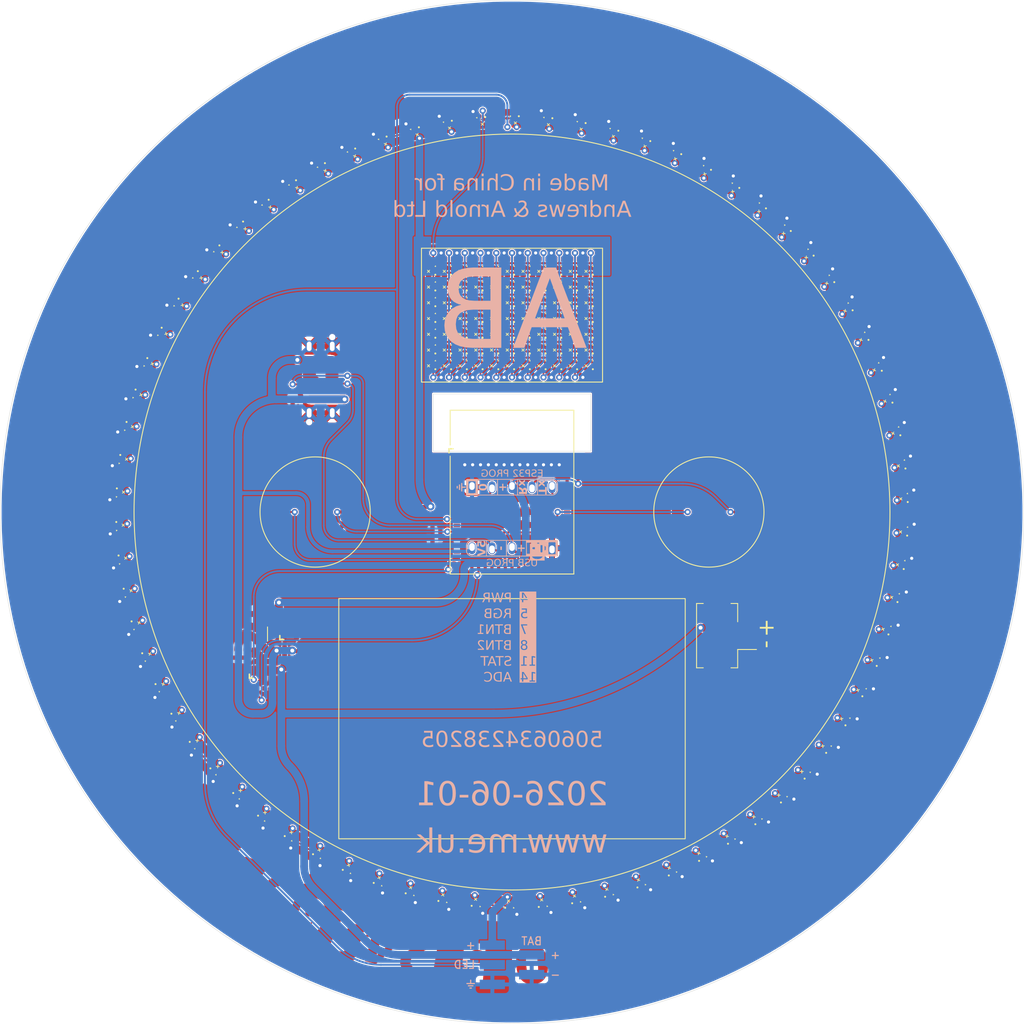
<source format=kicad_pcb>
(kicad_pcb (version 20241129) (generator "pcbnew") (generator_version "9.0")
  (layers (0 "F.Cu" signal) (2 "B.Cu" signal) (13 "F.Paste" user) (15 "B.Paste" user) (5 "F.SilkS" user "F.Silkscreen") (7 "B.SilkS" user "B.Silkscreen") (1 "F.Mask" user) (3 "B.Mask" user) (25 "Edge.Cuts" user))
  (property "DATE" "2023-05-04")
  (net 0 "")
  (net 1 "VBAT")
  (net 2 "GND")
  (net 3 "Net-(D1-O)")
  (net 4 "Net-(D2-O)")
  (net 5 "Net-(D3-O)")
  (net 6 "Net-(D4-O)")
  (net 7 "Net-(D5-O)")
  (net 8 "Net-(D6-O)")
  (net 9 "Net-(D7-O)")
  (net 10 "Net-(D8-O)")
  (net 11 "Net-(D10-I)")
  (net 12 "Net-(D10-O)")
  (net 13 "Net-(D11-O)")
  (net 14 "Net-(D12-O)")
  (net 15 "Net-(D13-O)")
  (net 16 "Net-(D14-O)")
  (net 17 "Net-(D15-O)")
  (net 18 "Net-(D16-O)")
  (net 19 "Net-(D17-O)")
  (net 20 "Net-(D18-O)")
  (net 21 "Net-(D19-O)")
  (net 22 "Net-(D20-O)")
  (net 23 "Net-(D21-O)")
  (net 24 "Net-(D22-O)")
  (net 25 "Net-(D23-O)")
  (net 26 "Net-(D24-O)")
  (net 27 "Net-(D25-O)")
  (net 28 "Net-(D26-O)")
  (net 29 "Net-(D27-O)")
  (net 30 "Net-(D28-O)")
  (net 31 "Net-(D29-O)")
  (net 32 "Net-(D30-O)")
  (net 33 "Net-(D31-O)")
  (net 34 "Net-(D32-O)")
  (net 35 "Net-(D33-O)")
  (net 36 "Net-(D34-O)")
  (net 37 "Net-(D35-O)")
  (net 38 "Net-(D36-O)")
  (net 39 "Net-(D37-O)")
  (net 40 "Net-(D38-O)")
  (net 41 "Net-(D39-O)")
  (net 42 "Net-(D40-O)")
  (net 43 "Net-(D41-O)")
  (net 44 "Net-(D42-O)")
  (net 45 "Net-(D43-O)")
  (net 46 "Net-(D44-O)")
  (net 47 "Net-(D45-O)")
  (net 48 "Net-(D46-O)")
  (net 49 "Net-(D47-O)")
  (net 50 "Net-(D48-O)")
  (net 51 "Net-(D49-O)")
  (net 52 "Net-(D50-O)")
  (net 53 "Net-(D51-O)")
  (net 54 "Net-(D52-O)")
  (net 55 "Net-(D53-O)")
  (net 56 "Net-(D54-O)")
  (net 57 "Net-(D55-O)")
  (net 58 "Net-(D56-O)")
  (net 59 "Net-(D57-O)")
  (net 60 "Net-(D58-O)")
  (net 61 "Net-(D59-O)")
  (net 62 "Net-(D60-O)")
  (net 63 "Net-(D61-O)")
  (net 64 "Net-(D62-O)")
  (net 65 "Net-(D63-O)")
  (net 66 "Net-(D64-O)")
  (net 67 "Net-(D65-O)")
  (net 68 "Net-(D66-O)")
  (net 69 "Net-(D67-O)")
  (net 70 "Net-(D68-O)")
  (net 71 "Net-(D69-O)")
  (net 72 "Net-(D70-O)")
  (net 73 "Net-(D71-O)")
  (net 74 "Net-(D72-O)")
  (net 75 "Net-(D73-O)")
  (net 76 "Net-(D74-O)")
  (net 77 "Net-(D75-O)")
  (net 78 "Net-(D76-O)")
  (net 79 "Net-(D77-O)")
  (net 80 "Net-(D78-O)")
  (net 81 "Net-(D79-O)")
  (net 82 "Net-(D80-O)")
  (net 83 "Net-(D81-O)")
  (net 84 "Net-(D82-O)")
  (net 85 "Net-(D83-O)")
  (net 86 "Net-(D84-O)")
  (net 87 "Net-(D85-O)")
  (net 88 "Net-(D86-O)")
  (net 89 "Net-(D87-O)")
  (net 90 "Net-(D88-O)")
  (net 91 "Net-(D89-O)")
  (net 92 "Net-(D90-O)")
  (net 93 "Net-(D91-O)")
  (net 94 "Net-(D92-O)")
  (net 95 "Net-(D93-O)")
  (net 96 "Net-(D94-O)")
  (net 97 "Net-(D95-O)")
  (net 98 "Net-(D96-O)")
  (net 99 "Net-(D97-O)")
  (net 100 "Net-(D98-O)")
  (net 101 "Net-(D100-I)")
  (net 102 "Net-(D100-O)")
  (net 103 "Net-(D101-O)")
  (net 104 "Net-(D102-O)")
  (net 105 "Net-(D103-O)")
  (net 106 "Net-(D104-O)")
  (net 107 "Net-(D105-O)")
  (net 108 "Net-(D106-O)")
  (net 109 "Net-(U1-EN)")
  (net 110 "LED")
  (net 111 "D+")
  (net 112 "D-")
  (net 113 "BUTTON2")
  (net 123 "BUTTON1")
  (net 134 "Net-(D107-O)")
  (net 135 "Net-(D108-O)")
  (net 136 "Net-(D109-O)")
  (net 137 "Net-(D110-O)")
  (net 138 "Net-(D111-O)")
  (net 139 "Net-(D112-O)")
  (net 140 "Net-(D113-O)")
  (net 141 "VLED")
  (net 142 "Net-(D114-O)")
  (net 143 "Net-(D115-O)")
  (net 144 "Net-(D116-O)")
  (net 145 "Net-(D117-O)")
  (net 146 "Net-(D118-O)")
  (net 147 "Net-(D119-O)")
  (net 148 "Net-(D120-O)")
  (net 149 "Net-(D121-O)")
  (net 150 "Net-(D122-O)")
  (net 151 "Net-(D123-O)")
  (net 152 "Net-(D124-O)")
  (net 153 "Net-(D125-O)")
  (net 154 "Net-(D126-O)")
  (net 155 "Net-(D127-O)")
  (net 156 "Net-(D128-O)")
  (net 157 "Net-(D129-O)")
  (net 158 "Net-(D130-O)")
  (net 159 "Net-(D131-O)")
  (net 160 "Net-(D132-O)")
  (net 161 "Net-(D133-O)")
  (net 162 "Net-(D134-O)")
  (net 163 "Net-(D135-O)")
  (net 164 "Net-(D136-O)")
  (net 165 "Net-(D137-O)")
  (net 166 "Net-(D138-O)")
  (net 167 "Net-(D139-O)")
  (net 168 "Net-(D140-O)")
  (net 169 "Net-(D141-O)")
  (net 170 "Net-(D142-O)")
  (net 171 "Net-(D143-O)")
  (net 172 "Net-(D144-O)")
  (net 173 "Net-(J2-0)")
  (net 174 "Net-(J2-Rx)")
  (net 175 "Net-(J2-Tx)")
  (net 176 "PWR")
  (net 177 "Net-(D145-O)")
  (net 178 "Net-(D146-O)")
  (net 179 "Net-(D147-O)")
  (net 180 "Net-(D148-O)")
  (net 181 "Net-(D149-O)")
  (net 182 "Net-(D150-O)")
  (net 184 "ADC")
  (net 185 "Net-(D152-K)")
  (net 189 "VBUS")
  (net 190 "Net-(U2-PROG)")
  (net 192 "Net-(J6-CC1)")
  (net 194 "Net-(J6-CC2)")
  (net 196 "STAT")
  (net 201 "+3.3V")
  (footprint "RevK:SMD1010" (layer "F.Cu") (at 104 81 135)
    (property "Reference" "D130" (hide yes))
    (property "Value" "XL-1010RGBC-WS2812B" (hide yes))
  )
  (footprint "RevK:SMD1010" (layer "F.Cu") (at 79.404938 145.561425 20.675676)
    (property "Reference" "D43" (hide yes))
    (property "Value" "XL-1010RGBC-WS2812B" (hide yes))
  )
  (footprint "RevK:SMD1010" (layer "F.Cu") (at 144.646293 77.489813 161.756757)
    (property "Reference" "D14" (hide yes))
    (property "Value" "XL-1010RGBC-WS2812B" (hide yes))
  )
  (footprint "RevK:C_0402" (layer "F.Cu") (at 98 82.15)
    (property "Reference" "C84" (hide yes))
    (property "Value" "330nF" (hide yes))
  )
  (footprint "RevK:SMD1010" (layer "F.Cu") (at 50.404978 106.350891 -37.702703)
    (property "Reference" "D55" (hide yes))
    (property "Value" "XL-1010RGBC-WS2812B" (hide yes))
  )
  (footprint "RevK:SMD1010" (layer "F.Cu") (at 108 77 135)
    (property "Reference" "D142" (hide yes))
    (property "Value" "XL-1010RGBC-WS2812B" (hide yes))
  )
  (footprint "RevK:SMD1010" (layer "F.Cu") (at 102 71 135)
    (property "Reference" "D118" (hide yes))
    (property "Value" "XL-1010RGBC-WS2812B" (hide yes))
  )
  (footprint "RevK:C_0402" (layer "F.Cu") (at 126.215364 142.576457 -58.378378)
    (property "Reference" "C31" (hide yes))
    (property "Value" "100nF" (hide yes))
  )
  (footprint "RevK:SMD1010" (layer "F.Cu") (at 104 75 135)
    (property "Reference" "D127" (hide yes))
    (property "Value" "XL-1010RGBC-WS2812B" (hide yes))
  )
  (footprint "RevK:R_0402" (layer "F.Cu") (at 72.140314 85.18737 90)
    (property "Reference" "R8" (hide yes))
    (property "Value" "5K1" (hide yes))
  )
  (footprint "RevK:SMD1010" (layer "F.Cu") (at 53.605549 118.642824 -23.108108)
    (property "Reference" "D52" (hide yes))
    (property "Value" "XL-1010RGBC-WS2812B" (hide yes))
  )
  (footprint "RevK:C_0402" (layer "F.Cu") (at 122.510187 55.353707 63.243243)
    (property "Reference" "C6" (hide yes))
    (property "Value" "100nF" (hide yes))
  )
  (footprint "RevK:C_0402" (layer "F.Cu") (at 91.75 94.4 90)
    (property "Reference" "C97" (hide yes))
    (property "Value" "100nF" (hide yes))
  )
  (footprint "Connector_JST:JST_PH_B2B-PH-SM4-TB_1x02-1MP_P2.00mm_Vertical" (layer "F.Cu") (at 127.8 115.7 90)
    (property "Reference" "J5" (hide yes))
    (property "Value" "JST-PH-SM3-TBT")
  )
  (footprint "RevK:C_0402" (layer "F.Cu") (at 136.097805 134.596943 -43.783784)
    (property "Reference" "C28" (hide yes))
    (property "Value" "100nF" (hide yes))
  )
  (footprint "RevK:SMD1010" (layer "F.Cu") (at 62.466385 133.033736 -3.648649)
    (property "Reference" "D48" (hide yes))
    (property "Value" "XL-1010RGBC-WS2812B" (hide yes))
  )
  (footprint "RevK:SMD1010" (layer "F.Cu") (at 96 75 135)
    (property "Reference" "D99" (hide yes))
    (property "Value" "XL-1010RGBC-WS2812B" (hide yes))
  )
  (footprint "RevK:SMD1010" (layer "F.Cu") (at 131.411 138.901788 83.918919)
    (property "Reference" "D30" (hide yes))
    (property "Value" "XL-1010RGBC-WS2812B" (hide yes))
  )
  (footprint "RevK:SMD1010" (layer "F.Cu") (at 95.759704 149.819874 40.135135)
    (property "Reference" "D39" (hide yes))
    (property "Value" "XL-1010RGBC-WS2812B" (hide yes))
  )
  (footprint "RevK:C_0402" (layer "F.Cu") (at 61.098212 68.589 141.081081)
    (property "Reference" "C64" (hide yes))
    (property "Value" "100nF" (hide yes))
  )
  (footprint "RevK:SMD1010" (layer "F.Cu") (at 96 77 135)
    (property "Reference" "D100" (hide yes))
    (property "Value" "XL-1010RGBC-WS2812B" (hide yes))
  )
  (footprint "RevK:SMD1010" (layer "F.Cu") (at 127.998739 141.425482 79.054054)
    (property "Reference" "D31" (hide yes))
    (property "Value" "XL-1010RGBC-WS2812B" (hide yes))
  )
  (footprint "RevK:SMD1010" (layer "F.Cu") (at 98 81 135)
    (property "Reference" "D109" (hide yes))
    (property "Value" "XL-1010RGBC-WS2812B" (hide yes))
  )
  (footprint "RevK:SMD1010" (layer "F.Cu") (at 52.191663 114.641139 -27.972973)
    (property "Reference" "D53" (hide yes))
    (property "Value" "XL-1010RGBC-WS2812B" (hide yes))
  )
  (footprint "RevK:SMD1010" (layer "F.Cu") (at 90 75 135)
    (property "Reference" "D78" (hide yes))
    (property "Value" "XL-1010RGBC-WS2812B" (hide yes))
  )
  (footprint "RevK:C_0402" (layer "F.Cu") (at 81.357176 146.394451 -111.891892)
    (property "Reference" "C42" (hide yes))
    (property "Value" "100nF" (hide yes))
  )
  (footprint "RevK:SMD1010" (layer "F.Cu") (at 149.595022 93.649109 142.297297)
    (property "Reference" "D18" (hide yes))
    (property "Value" "XL-1010RGBC-WS2812B" (hide yes))
  )
  (footprint "RevK:SMD1010" (layer "F.Cu") (at 55.353707 122.510187 -18.243243)
    (property "Reference" "D51" (hide yes))
    (property "Value" "XL-1010RGBC-WS2812B" (hide yes))
  )
  (footprint "RevK:C_0402" (layer "F.Cu") (at 143.650706 124.384747 -29.189189)
    (property "Reference" "C25" (hide yes))
    (property "Value" "100nF" (hide yes))
  )
  (footprint "RevK:USB-C-Socket-V" (layer "F.Cu") (at 75.705314 83.18737 -90)
    (property "Reference" "J6" (hide yes))
    (property "Value" "USB-C-Socket-V")
  )
  (footprint "RevK:R_0402" (layer "F.Cu") (at 79.240314 81.18737 -90)
    (property "Reference" "R3" (hide yes))
    (property "Value" "5K1" (hide yes))
  )
  (footprint "RevK:C_0402" (layer "F.Cu") (at 110 67.85)
    (property "Reference" "C95" (hide yes))
    (property "Value" "330nF" (hide yes))
  )
  (footprint "RevK:SMD1010" (layer "F.Cu") (at 148.877762 110.533963 122.837838)
    (property "Reference" "D22" (hide yes))
    (property "Value" "XL-1010RGBC-WS2812B" (hide yes))
  )
  (footprint "RevK:C_0402" (layer "F.Cu") (at 122.510187 144.646293 -63.243243)
    (property "Reference" "C32" (hide yes))
    (property "Value" "100nF" (hide yes))
  )
  (footprint "RevK:SMD1010" (layer "F.Cu") (at 100 77 135)
    (property "Reference" "D114" (hide yes))
    (property "Value" "XL-1010RGBC-WS2812B" (hide yes))
  )
  (footprint "RevK:SMD1010" (layer "F.Cu") (at 95.759704 50.180126 -130.135135)
    (property "Reference" "D74" (hide yes))
    (property "Value" "XL-1010RGBC-WS2812B" (hide yes))
  )
  (footprint "RevK:SMD1010" (layer "F.Cu") (at 104 71 135)
    (property "Reference" "D125" (hide yes))
    (property "Value" "XL-1010RGBC-WS2812B" (hide yes))
  )
  (footprint "RevK:SMD1010" (layer "F.Cu") (at 116.65699 147.143872 64.459459)
    (property "Reference" "D34" (hide yes))
    (property "Value" "XL-1010RGBC-WS2812B" (hide yes))
  )
  (footprint "RevK:SMD1010" (layer "F.Cu") (at 100 50 -135)
    (property "Reference" "D1" (hide yes))
    (property "Value" "XL-1010RGBC-WS2812B" (hide yes))
  )
  (footprint "RevK:C_0402" (layer "F.Cu") (at 148.386647 112.598903 -14.594595)
    (property "Reference" "C22" (hide yes))
    (property "Value" "100nF" (hide yes))
  )
  (footprint "RevK:SMD1010" (layer "F.Cu") (at 110 73 135)
    (property "Reference" "D147" (hide yes))
    (property "Value" "XL-1010RGBC-WS2812B" (hide yes))
  )
  (footprint "RevK:C_0402" (layer "F.Cu") (at 56.349294 124.384747 -150.810811)
    (property "Reference" "C50" (hide yes))
    (property "Value" "100nF" (hide yes))
  )
  (footprint "RevK:C_0402" (layer "F.Cu") (at 110.533963 51.122238 77.837838)
    (property "Reference" "C3" (hide yes))
    (property "Value" "100nF" (hide yes))
  )
  (footprint "RevK:C_0402" (layer "F.Cu") (at 91.75 97.2 -90)
    (property "Reference" "C98" (hide yes))
    (property "Value" "22uF" (hide yes))
  )
  (footprint "RevK:SMD1010" (layer "F.Cu") (at 92 69 135)
    (property "Reference" "D82" (hide yes))
    (property "Value" "XL-1010RGBC-WS2812B" (hide yes))
  )
  (footprint "RevK:SMD1010" (layer "F.Cu") (at 90 77 135)
    (property "Reference" "D79" (hide yes))
    (property "Value" "XL-1010RGBC-WS2812B" (hide yes))
  )
  (footprint "RevK:C_0402" (layer "F.Cu") (at 114.641139 52.191663 72.972973)
    (property "Reference" "C4" (hide yes))
    (property "Value" "100nF" (hide yes))
  )
  (footprint "RevK:SMD1010" (layer "F.Cu") (at 100 69 135)
    (property "Reference" "D110" (hide yes))
    (property "Value" "XL-1010RGBC-WS2812B" (hide yes))
  )
  (footprint "RevK:C_0402" (layer "F.Cu") (at 89.466037 148.877762 -102.162162)
    (property "Reference" "C40" (hide yes))
    (property "Value" "100nF" (hide yes))
  )
  (footprint "RevK:C_0402" (layer "F.Cu") (at 54.438575 79.404938 155.675676)
    (property "Reference" "C61" (hide yes))
    (property "Value" "100nF" (hide yes))
  )
  (footprint "RevK:SMD1010" (layer "F.Cu") (at 94 69 135)
    (property "Reference" "D89" (hide yes))
    (property "Value" "XL-1010RGBC-WS2812B" (hide yes))
  )
  (footprint "RevK:SMD1010" (layer "F.Cu") (at 104.240296 149.819874 49.864865)
    (property "Reference" "D37" (hide yes))
    (property "Value" "XL-1010RGBC-WS2812B" (hide yes))
  )
  (footprint "RevK:C_0402" (layer "F.Cu") (at 58.574518 127.998739 -145.945946)
    (property "Reference" "C49" (hide yes))
    (property "Value" "100nF" (hide yes))
  )
  (footprint "RevK:SMD1010" (layer "F.Cu") (at 62.466385 66.966264 -86.351351)
    (property "Reference" "D65" (hide yes))
    (property "Value" "XL-1010RGBC-WS2812B" (hide yes))
  )
  (footprint "RevK:C_0402" (layer "F.Cu") (at 50.719204 108.450041 -170.27027)
    (property "Reference" "C54" (hide yes))
    (property "Value" "100nF" (hide yes))
  )
  (footprint "RevK:C_0402" (layer "F.Cu") (at 138.901788 68.589 38.918919)
    (property "Reference" "C11" (hide yes))
    (property "Value" "100nF" (hide yes))
  )
  (footprint "RevK:C_0402" (layer "F.Cu") (at 143.650706 75.615253 29.189189)
    (property "Reference" "C13" (hide yes))
    (property "Value" "100nF" (hide yes))
  )
  (footprint "RevK:SMD1010" (layer "F.Cu") (at 127.998739 58.574518 -169.054054)
    (property "Reference" "D8" (hide yes))
    (property "Value" "XL-1010RGBC-WS2812B" (hide yes))
  )
  (footprint "RevK:C_0402" (layer "F.Cu") (at 149.819874 104.240296 -4.864865)
    (property "Reference" "C20" (hide yes))
    (property "Value" "100nF" (hide yes))
  )
  (footprint "RevK:SMD1010" (layer "F.Cu") (at 108 69 135)
    (property "Reference" "D138" (hide yes))
    (property "Value" "XL-1010RGBC-WS2812B" (hide yes))
  )
  (footprint "RevK:SMD1010" (layer "F.Cu") (at 124.384747 56.349294 -164.189189)
    (property "Reference" "D7" (hide yes))
    (property "Value" "XL-1010RGBC-WS2812B" (hide yes))
  )
  (footprint "RevK:SMD1010" (layer "F.Cu") (at 148.877762 89.466037 147.162162)
    (property "Reference" "D17" (hide yes))
    (property "Value" "XL-1010RGBC-WS2812B" (hide yes))
  )
  (footprint "RevK:C_0402" (layer "F.Cu") (at 96 67.85)
    (property "Reference" "C81" (hide yes))
    (property "Value" "330nF" (hide yes))
  )
  (footprint "RevK:C_0402" (layer "F.Cu") (at 63.902195 134.596943 -136.216216)
    (property "Reference" "C47" (hide yes))
    (property "Value" "100nF" (hide yes))
  )
  (footprint "RevK:SMD1010" (layer "F.Cu") (at 149.954948 97.87794 137.432432)
    (property "Reference" "D19" (hide yes))
    (property "Value" "XL-1010RGBC-WS2812B" (hide yes))
  )
  (footprint "RevK:SMD1010" (layer "F.Cu") (at 90 79 135)
    (property "Reference" "D80" (hide yes))
    (property "Value" "XL-1010RGBC-WS2812B" (hide yes))
  )
  (footprint "RevK:SMD1010" (layer "F.Cu") (at 96 71 135)
    (property "Reference" "D97" (hide yes))
    (property "Value" "XL-1010RGBC-WS2812B" (hide yes))
  )
  (footprint "RevK:C_0402" (layer "F.Cu") (at 50.180126 104.240296 -175.135135)
    (property "Reference" "C55" (hide yes))
    (property "Value" "100nF" (hide yes))
  )
  (footprint "RevK:C_0402" (layer "F.Cu") (at 108 67.85)
    (property "Reference" "C93" (hide yes))
    (property "Value" "330nF" (hide yes))
  )
  (footprint "RevK:SMD1010" (layer "F.Cu") (at 94 81 135)
    (property "Reference" "D95" (hide yes))
    (property "Value" "XL-1010RGBC-WS2812B" (hide yes))
  )
  (footprint "RevK:SMD1010" (layer "F.Cu") (at 87.401097 148.386647 30.405405)
    (property "Reference" "D41" (hide yes))
    (property "Value" "XL-1010RGBC-WS2812B" (hide yes))
  )
  (footprint "RevK:SMD1010" (layer "F.Cu") (at 108 73 135)
    (property "Reference" "D140" (hide yes))
    (property "Value" "XL-1010RGBC-WS2812B" (hide yes))
  )
  (footprint "RevK:SMD1010" (layer "F.Cu") (at 55.353707 77.489813 -71.756757)
    (property "Reference" "D62" (hide yes))
    (property "Value" "XL-1010RGBC-WS2812B" (hide yes))
  )
  (footprint "RevK:C_0402" (layer "F.Cu") (at 102.12206 149.954948 -87.567568)
    (property "Reference" "C37" (hide yes))
    (property "Value" "100nF" (hide yes))
  )
  (footprint "RevK:R_0402" (layer "F.Cu") (at 108.4 95.2 90)
    (property "Reference" "R4" (hide yes))
    (property "Value" "10K" (hide yes))
  )
  (footprint "RevK:C_0402" (layer "F.Cu") (at 50.180126 95.759704 175.135135)
    (property "Reference" "C57" (hide yes))
    (property "Value" "100nF" (hide yes))
  )
  (footprint "RevK:SMD1010" (layer "F.Cu") (at 106 69 135)
    (property "Reference" "D131" (hide yes))
    (property "Value" "XL-1010RGBC-WS2812B" (hide yes))
  )
  (footprint "RevK:C_0402" (layer "F.Cu") (at 106 67.85)
    (property "Reference" "C91" (hide yes))
    (property "Value" "330nF" (hide yes))
  )
  (footprint "RevK:C_0402" (layer "F.Cu") (at 106 82.15)
    (property "Reference" "C92" (hide yes))
    (property "Value" "330nF" (hide yes))
  )
  (footprint "RevK:SMD1010" (layer "F.Cu") (at 106 73 135)
    (property "Reference" "D133" (hide yes))
    (property "Value" "XL-1010RGBC-WS2812B" (hide yes))
  )
  (footprint "RevK:SMD1010" (layer "F.Cu") (at 92 75 135)
    (property "Reference" "D85" (hide yes))
    (property "Value" "XL-1010RGBC-WS2812B" (hide yes))
  )
  (footprint "RevK:C_0402" (layer "F.Cu") (at 108.4 93.4 90)
    (property "Reference" "C99" (hide yes))
    (property "Value" "1uF" (hide yes))
  )
  (footprint "RevK:SMD1010" (layer "F.Cu") (at 110 79 135)
    (property "Reference" "D150" (hide yes))
    (property "Value" "XL-1010RGBC-WS2812B" (hide yes))
  )
  (footprint "RevK:R_0402" (layer "F.Cu") (at 65.2 118 -90)
    (property "Reference" "R7" (hide yes))
    (property "Value" "10K" (hide yes))
  )
  (footprint "RevK:SOT-323_SC-70" (layer "F.Cu") (at 89.65 99.35)
    (property "Reference" "Q1" (hide yes))
    (property "Value" "C179347" (hide yes))
  )
  (footprint "RevK:C_0402" (layer "F.Cu") (at 51.613353 112.598903 -165.405405)
    (property "Reference" "C53" (hide yes))
    (property "Value" "100nF" (hide yes))
  )
  (footprint "RevK:C_0402" (layer "F.Cu") (at 94 82.15)
    (property "Reference" "C80" (hide yes))
    (property "Value" "330nF" (hide yes))
  )
  (footprint "RevK:C_0402" (layer "F.Cu") (at 56.349294 75.615253 150.810811)
    (property "Reference" "C62" (hide yes))
    (property "Value" "100nF" (hide yes))
  )
  (footprint "RevK:C_0402" (layer "F.Cu") (at 61.098212 131.411 -141.081081)
    (property "Reference" "C48" (hide yes))
    (property "Value" "100nF" (hide yes))
  )
  (footprint "RevK:C_0402" (layer "F.Cu") (at 51.613353 87.401097 165.405405)
    (property "Reference" "C59" (hide yes))
    (property "Value" "100nF" (hide yes))
  )
  (footprint "RevK:SMD1010" (layer "F.Cu") (at 57.423543 126.215364 -13.378378)
    (property "Reference" "D50" (hide yes))
    (property "Value" "XL-1010RGBC-WS2812B" (hide yes))
  )
  (footprint "RevK:SMD1010" (layer "F.Cu") (at 75.615253 143.650706 15.810811)
    (property "Reference" "D44" (hide yes))
    (property "Value" "XL-1010RGBC-WS2812B" (hide yes))
  )
  (footprint "RevK:SMD1010" (layer "F.Cu") (at 92 79 135)
    (property "Reference" "D87" (hide yes))
    (property "Value" "XL-1010RGBC-WS2812B" (hide yes))
  )
  (footprint "RevK:SMD1010" (layer "F.Cu") (at 91.549959 50.719204 -125.27027)
    (property "Reference" "D73" (hide yes))
    (property "Value" "XL-1010RGBC-WS2812B" (hide yes))
  )
  (footprint "RevK:C_0402" (layer "F.Cu") (at 100 67.85)
    (property "Reference" "C85" (hide yes))
    (property "Value" "330nF" (hide yes))
  )
  (footprint "RevK:SMD1010" (layer "F.Cu") (at 92 81 135)
    (property "Reference" "D88" (hide yes))
    (property "Value" "XL-1010RGBC-WS2812B" (hide yes))
  )
  (footprint "RevK:C_0402" (layer "F.Cu") (at 50 100 180)
    (property "Reference" "C56" (hide yes))
    (property "Value" "100nF" (hide yes))
  )
  (footprint "RevK:SOT-23" (layer "F.Cu") (at 72.0625 118.6125 -90)
    (property "Reference" "Q2" (hide yes))
    (property "Value" "CJ2301")
  )
  (footprint "RevK:SMD1010" (layer "F.Cu") (at 108.450041 50.719204 -144.72973)
    (property "Reference" "D3" (hide yes))
    (property "Value" "XL-1010RGBC-WS2812B" (hide yes))
  )
  (footprint "RevK:SMD1010" (layer "F.Cu") (at 108 81 135)
    (property "Reference" "D144" (hide yes))
    (property "Value" "XL-1010RGBC-WS2812B" (hide yes))
  )
  (footprint "RevK:C_0402" (layer "F.Cu") (at 97.87794 50.045052 92.432432)
    (property "Reference" "C74" (hide yes))
    (property "Value" "100nF" (hide yes))
  )
  (footprint "RevK:C_0402" (layer "F.Cu") (at 110 82.15)
    (property "Reference" "C96" (hide yes))
    (property "Value" "330nF" (hide yes))
  )
  (footprint "RevK:C_0402" (layer "F.Cu") (at 94 67.85)
    (property "Reference" "C79" (hide yes))
    (property "Value" "330nF" (hide yes))
  )
  (footprint "RevK:SMD1010" (layer "F.Cu") (at 96 79 135)
    (property "Reference" "D101" (hide yes))
    (property "Value" "XL-1010RGBC-WS2812B" (hide yes))
  )
  (footprint "RevK:SMD1010" (layer "F.Cu") (at 100 75 135)
    (property "Reference" "D113" (hide yes))
    (property "Value" "XL-1010RGBC-WS2812B" (hide yes))
  )
  (footprint "RevK:C_0402" (layer "F.Cu") (at 89.466037 51.122238 102.162162)
    (property "Reference" "C72" (hide yes))
    (property "Value" "100nF" (hide yes))
  )
  (footprint "RevK:C_0402" (layer "F.Cu") (at 100 82.15)
    (property "Reference" "C86" (hide yes))
    (property "Value" "330nF" (hide yes))
  )
  (footprint "RevK:R_0402" (layer "F.Cu") (at 90.4 102.5 180)
    (property "Reference" "R1" (hide yes))
    (property "Value" "10K" (hide yes))
  )
  (footprint "RevK:C_0402" (layer "F.Cu") (at 70.268341 140.199857 -126.486486)
    (property "Reference" "C45" (hide yes))
    (property "Value" "100nF" (hide yes))
  )
  (footprint "RevK:SMD1010" (layer "F.Cu") (at 142.576457 126.215364 103.378378)
    (property "Reference" "D26" (hide yes))
    (property "Value" "XL-1010RGBC-WS2812B" (hide yes))
  )
  (footprint "RevK:SMD1010" (layer "F.Cu") (at 98 79 135)
    (property "Reference" "D108" (hide yes))
    (property "Value" "XL-1010RGBC-WS2812B" (hide yes))
  )
  (footprint "RevK:SMD1010" (layer "F.Cu") (at 120.595062 145.561425 69.324324)
    (property "Reference" "D33" (hide yes))
    (property "Value" "XL-1010RGBC-WS2812B" (hide yes))
  )
  (footprint "RevK:SMD1010" (layer "F.Cu") (at 83.34301 52.856128 -115.540541)
    (property "Reference" "D71" (hide yes))
    (property "Value" "XL-1010RGBC-WS2812B" (hide yes))
  )
  (footprint "RevK:C_0402" (layer "F.Cu") (at 102.12206 50.045052 87.567568)
    (property "Reference" "C1" (hide yes))
    (property "Value" "100nF" (hide yes))
  )
  (footprint "RevK:C_0402" (layer "F.Cu") (at 147.143872 83.34301 19.459459)
    (property "Reference" "C15" (hide yes))
    (property "Value" "100nF" (hide yes))
  )
  (footprint "RevK:SMD1010" (layer "F.Cu") (at 110 71 135)
    (property "Reference" "D146" (hide yes))
    (property "Value" "XL-1010RGBC-WS2812B" (hide yes))
  )
  (footprint "RevK:SMD1010" (layer "F.Cu") (at 59.800143 129.731659 -8.513514)
    (property "Reference" "D49" (hide yes))
    (property "Value" "XL-1010RGBC-WS2812B" (hide yes))
  )
  (footprint "RevK:SMD1010" (layer "F.Cu") (at 87.401097 51.613353 -120.405405)
    (property "Reference" "D72" (hide yes))
    (property "Value" "XL-1010RGBC-WS2812B" (hide yes))
  )
  (footprint "RevK:SMD1010" (layer "F.Cu") (at 68.589 61.098212 -96.081081)
    (property "Reference" "D67" (hide yes))
    (property "Value" "XL-1010RGBC-WS2812B" (hide yes))
  )
  (footprint "RevK:C_0402" (layer "F.Cu") (at 81.357176 53.605549 111.891892)
    (property "Reference" "C70" (hide yes))
    (property "Value" "100nF" (hide yes))
  )
  (footprint "RevK:SMD1010" (layer "F.Cu") (at 140.199857 70.268341 171.486486)
    (property "Reference" "D12" (hide yes))
    (property "Value" "XL-1010RGBC-WS2812B" (hide yes))
  )
  (footprint "RevK:C_0402" (layer "F.Cu") (at 133.033736 62.466385 48.648649)
    (property "Reference" "C9" (hide yes))
    (property "Value" "100nF" (hide yes))
  )
  (footprint "RevK:C_0402" (layer "F.Cu") (at 141.425482 72.001261 34.054054)
    (property "Reference" "C12" (hide yes))
    (property "Value" "100nF" (hide yes))
  )
  (footprint "RevK:SMD1010" (layer "F.Cu") (at 50.045052 102.12206 -42.567568)
    (property "Reference" "D56" (hide yes))
    (property "Value" "XL-1010RGBC-WS2812B" (hide yes))
  )
  (footprint "RevK:SMD1010" (layer "F.Cu") (at 108 75 135)
    (property "Reference" "D141" (hide yes))
    (property "Value" "XL-1010RGBC-WS2812B" (hide yes))
  )
  (footprint "RevK:SMD1010" (layer "F.Cu") (at 102 73 135)
    (property "Reference" "D119" (hide yes))
    (property "Value" "XL-1010RGBC-WS2812B" (hide yes))
  )
  (footprint "RevK:C_0402" (layer "F.Cu") (at 147.143872 116.65699 -19.459459)
    (property "Reference" "C23" (hide yes))
    (property "Value" "100nF" (hide yes))
  )
  (footprint "RevK:SMD1010" (layer "F.Cu") (at 131.411 61.098212 -173.918919)
    (property "Reference" "D9" (hide yes))
    (property "Value" "XL-1010RGBC-WS2812B" (hide yes))
  )
  (footprint "RevK:SMD1010" (layer "F.Cu") (at 65.403057 136.097805 1.216216)
    (property "Reference" "D47" (hide yes))
    (property "Value" "XL-1010RGBC-WS2812B" (hide yes))
  )
  (footprint "RevK:SMD1010" (layer "F.Cu") (at 72.001261 58.574518 -100.945946)
    (property "Reference" "D68" (hide yes))
    (property "Value" "XL-1010RGBC-WS2812B" (hide yes))
  )
  (footprint "RevK:SMD1010" (layer "F.Cu") (at 106 75 135)
    (property "Reference" "D134" (hide yes))
    (property "Value" "XL-1010RGBC-WS2812B" (hide yes))
  )
  (footprint "RevK:SMD1010" (layer "F.Cu") (at 108 79 135)
    (property "Reference" "D143" (hide yes))
    (property "Value" "XL-1010RGBC-WS2812B" (hide yes))
  )
  (footprint "RevK:C_0402" (layer "F.Cu") (at 102 67.85)
    (property "Reference" "C87" (hide yes))
    (property "Value" "330nF" (hide yes))
  )
  (footprint "RevK:C_0402" (layer "F.Cu") (at 133.033736 137.533615 -48.648649)
    (property "Reference" "C29" (hide yes))
    (property "Value" "100nF" (hide yes))
  )
  (footprint "RevK:SMD1010" (layer "F.Cu") (at 147.808337 114.641139 117.972973)
    (property "Reference" "D23" (hide yes))
    (property "Value" "XL-1010RGBC-WS2812B" (hide yes))
  )
  (footprint "RevK:C_0402" (layer "F.Cu") (at 106.350891 50.404978 82.702703)
    (property "Reference" "C2" (hide yes))
    (property "Value" "100nF" (hide yes))
  )
  (footprint "RevK:C_0805" (layer "F.Cu") (at 68.5 112.95 180)
    (property "Reference" "C100" (hide yes))
    (property "Value" "4.7uF/50V")
  )
  (footprint "RevK:SMD1010" (layer "F.Cu") (at 100 71 135)
    (property "Reference" "D111" (hide yes))
    (property "Value" "XL-1010RGBC-WS2812B" (hide yes))
  )
  (footprint "RevK:C_0402" (layer "F.Cu") (at 93.649109 149.595022 -97.297297)
    (property "Reference" "C39" (hide yes))
    (property "Value" "100nF" (hide yes))
  )
  (footprint "RevK:SMD1010" (layer "F.Cu") (at 106 77 135)
    (property "Reference" "D135" (hide yes))
    (property "Value" "XL-1010RGBC-WS2812B" (hide yes))
  )
  (footprint "RevK:C_0402" (layer "F.Cu") (at 66.966264 137.533615 -131.351351)
    (property "Reference" "C46" (hide yes))
    (property "Value" "100nF" (hide yes))
  )
  (footprint "RevK:SMD1010" (layer "F.Cu") (at 108 71 135)
    (property "Reference" "D139" (hide yes))
    (property "Value" "XL-1010RGBC-WS2812B" (hide yes))
  )
  (footprint "RevK:SMD1010" (layer "F.Cu") (at 110 81 135)
    (property "Reference" "D151" (hide yes))
    (property "Value" "XL-1010RGBC-WS2812B" (hide yes))
  )
  (footprint "RevK:C_0402" (layer "F.Cu") (at 85.358861 52.191663 107.027027)
    (property "Reference" "C71" (hide yes))
    (property "Value" "100nF" (hide yes))
  )
  (footprint "RevK:C_0402" (layer "F.Cu") (at 70.268341 59.800143 126.486486)
    (property "Reference" "C67" (hide yes))
    (property "Value" "100nF" (hide yes))
  )
  (footprint "RevK:C_0402" (layer "F.Cu") (at 77.489813 55.353707 116.756757)
    (property "Reference" "C69" (hide yes))
    (property "Value" "100nF" (hide yes))
  )
  (footprint "RevK:SMD1010" (layer "F.Cu") (at 94 71 135)
    (property "Reference" "D90" (hide yes))
    (property "Value" "XL-1010RGBC-WS2812B" (hide yes))
  )
  (footprint "RevK:SMD1010" (layer "F.Cu") (at 92 71 135)
    (property "Reference" "D83" (hide yes))
    (property "Value" "XL-1010RGBC-WS2812B" (hide yes))
  )
  (footprint "RevK:SMD1010" (layer "F.Cu") (at 100 73 135)
    (property "Reference" "D112" (hide yes))
    (property "Value" "XL-1010RGBC-WS2812B" (hide yes))
  )
  (footprint "RevK:SMD1010" (layer "F.Cu") (at 146.394451 118.642824 113.108108)
    (property "Reference" "D24" (hide yes))
    (property "Value" "XL-1010RGBC-WS2812B" (hide yes))
  )
  (footprint "RevK:C_0402" (layer "F.Cu") (at 136.097805 65.403057 43.783784)
    (property "Reference" "C10" (hide yes))
    (property "Value" "100nF" (hide yes))
  )
  (footprint "RevK:SMD1010" (layer "F.Cu") (at 94 75 135)
    (property "Reference" "D92" (hide yes))
    (property "Value" "XL-1010RGBC-WS2812B" (hide yes))
  )
  (footprint "RevK:C_0402" (layer "F.Cu") (at 110.533963 148.877762 -77.837838)
    (property "Reference" "C35" (hide yes))
    (property "Value" "100nF" (hide yes))
  )
  (footprint "RevK:SMD1010" (layer "F.Cu") (at 98 73 135)
    (property "Reference" "D105" (hide yes))
    (property "Value" "XL-1010RGBC-WS2812B" (hide yes))
  )
  (footprint "RevK:C_0402" (layer "F.Cu") (at 66.966264 62.466385 131.351351)
    (property "Reference" "C66" (hide yes))
    (property "Value" "100nF" (hide yes))
  )
  (footprint "RevK:R_0402" (layer "F.Cu") (at 91.75 99.4 -90)
    (property "Reference" "R5" (hide yes))
    (property "Value" "10K" (hide yes))
  )
  (footprint "RevK:SMD1010" (layer "F.Cu") (at 112.598903 148.386647 59.594595)
    (property "Reference" "D35" (hide yes))
    (property "Value" "XL-1010RGBC-WS2812B" (hide yes))
  )
  (footprint "RevK:SMD1010" (layer "F.Cu") (at 92 73 135)
    (property "Reference" "D84" (hide yes))
    (property "Value" "XL-1010RGBC-WS2812B" (hide yes))
  )
  (footprint "RevK:SMD1010" (layer "F.Cu") (at 83.34301 147.143872 25.540541)
    (property "Reference" "D42" (hide yes))
    (property "Value" "XL-1010RGBC-WS2812B" (hide yes))
  )
  (footprint "RevK:C_0402" (layer "F.Cu") (at 93.649109 50.404978 97.297297)
    (property "Reference" "C73" (hide yes))
    (property "Value" "100nF" (hide yes))
  )
  (footprint "RevK:SMD1010" (layer "F.Cu") (at 100 79 135)
    (property "Reference" "D115" (hide yes))
    (property "Value" "XL-1010RGBC-WS2812B" (hide yes))
  )
  (footprint "RevK:SMD1010" (layer "F.Cu") (at 51.122238 89.466037 -57.162162)
    (property "Reference" "D59" (hide yes))
    (property "Value" "XL-1010RGBC-WS2812B" (hide yes))
  )
  (footprint "RevK:SMD1010" (layer "F.Cu") (at 104 69 135)
    (property "Reference" "D124" (hide yes))
    (property "Value" "XL-1010RGBC-WS2812B" (hide yes))
  )
  (footprint "RevK:C_0402" (layer "F.Cu") (at 50.719204 91.549959 170.27027)
    (property "Reference" "C58" (hide yes))
    (property "Value" "100nF" (hide yes))
  )
  (footprint "RevK:SMD1010" (layer "F.Cu") (at 149.954948 102.12206 132.567568)
    (property "Reference" "D20" (hide yes))
    (property "Value" "XL-1010RGBC-WS2812B" (hide yes))
  )
  (footprint "RevK:C_0402" (layer "F.Cu") (at 145.561425 79.404938 24.324324)
    (property "Reference" "C14" (hide yes))
    (property "Value" "100nF" (hide yes))
  )
  (footprint "RevK:SMD1010" (layer "F.Cu") (at 104 79 135)
    (property "Reference" "D129" (hide yes))
    (property "Value" "XL-1010RGBC-WS2812B" (hide yes))
  )
  (footprint "RevK:SMD1010" (layer "F.Cu") (at 98 71 135)
    (property "Reference" "D104" (hide yes))
    (property "Value" "XL-1010RGBC-WS2812B" (hide yes))
  )
  (footprint "RevK:SMD1010" (layer "F.Cu") (at 142.576457 73.784636 166.621622)
    (property "Reference" "D13" (hide yes))
    (property "Value" "XL-1010RGBC-WS2812B" (hide yes))
  )
  (footprint "RevK:C_0402" (layer "F.Cu") (at 90 67.85)
    (property "Reference" "C75" (hide yes))
    (property "Value" "330nF" (hide yes))
  )
  (footprint "RevK:C_0402" (layer "F.Cu") (at 73.784636 57.423543 121.621622)
    (property "Reference" "C68" (hide yes))
    (property "Value" "100nF" (hide yes))
  )
  (footprint "RevK:C_0402" (layer "F.Cu") (at 118.642824 53.605549 68.108108)
    (property "Reference" "C5" (hide yes))
    (property "Value" "100nF" (hide yes))
  )
  (footprint "RevK:SMD1010" (layer "F.Cu") (at 94 73 135)
    (property "Reference" "D91" (hide yes))
    (property "Value" "XL-1010RGBC-WS2812B" (hide yes))
  )
  (footprint "RevK:SMD1010" (layer "F.Cu") (at 147.808337 85.358861 152.027027)
    (property "Reference" "D16" (hide yes))
    (property "Value" "XL-1010RGBC-WS2812B" (hide yes))
  )
  (footprint "RevK:C_0402" (layer "F.Cu") (at 150 100)
    (property "Reference" "C19" (hide yes))
    (property "Value" "100nF" (hide yes))
  )
  (footprint "RevK:R_0402" (layer "F.Cu") (at 68.1 122.4 180)
    (property "Reference" "R9" (hide yes))
    (property "Value" "100K" (hide yes))
  )
  (footprint "RevK:SMD1010" (layer "F.Cu") (at 65.403057 63.902195 -91.216216)
    (property "Reference" "D66" (hide yes))
    (property "Value" "XL-1010RGBC-WS2812B" (hide yes))
  )
  (footprint "RevK:SMD1010" (layer "F.Cu") (at 92 77 135)
    (property "Reference" "D86" (hide yes))
    (property "Value" "XL-1010RGBC-WS2812B" (hide yes))
  )
  (footprint "RevK:C_0402" (layer "F.Cu") (at 98 67.85)
    (property "Reference" "C83" (hide yes))
    (property "Value" "330nF" (hide yes))
  )
  (footprint "RevK:SMD1010" (layer "F.Cu") (at 134.596943 136.097805 88.783784)
    (property "Reference" "D29" (hide yes))
    (property "Value" "XL-1010RGBC-WS2812B" (hide yes))
  )
  (footprint "RevK:SOT-23-5" (layer "F.Cu") (at 72.0625 114.1 90)
    (property "Reference" "U3" (hide yes))
    (property "Value" "ME6211C33M5G-N")
  )
  (footprint "RevK:SMD1010" (layer "F.Cu") (at 98 69 135)
    (property "Reference" "D103" (hide yes))
    (property "Value" "XL-1010RGBC-WS2812B" (hide yes))
  )
  (footprint "RevK:SOT-23-5" (layer "F.Cu") (at 68.2 119 90)
    (property "Reference" "U2" (hide yes))
    (property "Value" "TP4054")
  )
  (footprint "RevK:C_0402" (layer "F.Cu") (at 85.358861 147.808337 -107.027027)
    (property "Reference" "C41" (hide yes))
    (property "Value" "100nF" (hide yes))
  )
  (footprint "RevK:D_SOD-123" (layer "F.Cu") (at 67.85 115.5 180)
    (property "Reference" "D152" (hide yes))
    (property "Value" "MBR0530")
  )
  (footprint "RevK:C_0402" (layer "F.Cu") (at 92 82.15)
    (property "Reference" "C78" (hide yes))
    (property "Value" "330nF" (hide yes))
  )
  (footprint "RevK:SMD1010" (layer "F.Cu") (at 100 81 135)
    (property "Reference" "D116" (hide yes))
    (property "Value" "XL-1010RGBC-WS2812B" (hide yes))
  )
  (footprint "RevK:TS-1092S-B3D2-G" (layer "F.Cu") (at 125 100)
    (property "Reference" "SW2" (hide yes))
    (property "Value" "SW_Push")
  )
  (footprint "RevK:SMD1010" (layer "F.Cu") (at 149.595022 106.350891 127.702703)
    (property "Reference" "D21" (hide yes))
    (property "Value" "XL-1010RGBC-WS2812B" (hide yes))
  )
  (footprint "RevK:C_0402" (layer "F.Cu") (at 129.731659 59.800143 53.513514)
    (property "Reference" "C8" (hide yes))
    (property "Value" "100nF" (hide yes))
  )
  (footprint "RevK:C_0402" (layer "F.Cu") (at 148.386647 87.401097 14.594595)
    (property "Reference" "C16" (hide yes))
    (property "Value" "100nF" (hide yes))
  )
  (footprint "RevK:C_0402" (layer "F.Cu") (at 108 82.15)
    (property "Reference" "C94" (hide yes))
    (property "Value" "330nF" (hide yes))
  )
  (footprint "RevK:SMD1010" (layer "F.Cu") (at 90 81 135)
    (property "Reference" "D81" (hide yes))
    (property "Value" "XL-1010RGBC-WS2812B" (hide yes))
  )
  (footprint "RevK:C_0402" (layer "F.Cu") (at 145.561425 120.595062 -24.324324)
    (property "Reference" "C24" (hide yes))
    (property "Value" "100nF" (hide yes))
  )
  (footprint "RevK:SMD1010" (layer "F.Cu") (at 102 75 135)
    (property "Reference" "D120" (hide yes))
    (property "Value" "XL-1010RGBC-WS2812B" (hide yes))
  )
  (footprint "RevK:C_0402" (layer "F.Cu") (at 126.215364 57.423543 58.378378)
    (property "Reference" "C7" (hide yes))
    (property "Value" "100nF" (hide yes))
  )
  (footprint "RevK:SMD1010" (layer "F.Cu") (at 96 69 135)
    (property "Reference" "D96" (hide yes))
    (property "Value" "XL-1010RGBC-WS2812B" (hide yes))
  )
  (footprint "RevK:C_0402" (layer "F.Cu") (at 149.280796 108.450041 -9.72973)
    (property "Reference" "C21" (hide yes))
    (property "Value" "100nF" (hide yes))
  )
  (footprint "RevK:C_0402" (layer "F.Cu") (at 63.902195 65.403057 136.216216)
    (property "Reference" "C65" (hide yes))
    (property "Value" "100nF" (hide yes))
  )
  (footprint "RevK:SMD1010" (layer "F.Cu") (at 102 69 135)
    (property "Reference" "D117" (hide yes))
    (property "Value" "XL-1010RGBC-WS2812B" (hide yes))
  )
  (footprint "RevK:C_0402" (layer "F.Cu") (at 106.350891 149.595022 -82.702703)
    (property "Reference" "C36" (hide yes))
    (property "Value" "100nF" (hide yes))
  )
  (footprint "RevK:DFN1006-2L" (layer "F.Cu") (at 121.3 101.3 90)
    (property "Reference" "D154" (hide yes))
    (property "Value" "~")
  )
  (footprint "RevK:SMD1010" (layer "F.Cu") (at 52.191663 85.358861 -62.027027)
    (property "Reference" "D60" (hide yes))
    (property "Value" "XL-1010RGBC-WS2812B" (hide yes))
  )
  (footprint "RevK:SMD1010" (layer "F.Cu") (at 90 71 135)
    (property "Reference" "D76" (hide yes))
    (property "Value" "XL-1010RGBC-WS2812B" (hide yes))
  )
  (footprint "RevK:SMD1010" (layer "F.Cu") (at 112.598903 51.613353 -149.594595)
    (property "Reference" "D4" (hide yes))
    (property "Value" "XL-1010RGBC-WS2812B" (hide yes))
  )
  (footprint "RevK:SMD1010" (layer "F.Cu") (at 124.384747 143.650706 74.189189)
    (property "Reference" "D32" (hide yes))
    (property "Value" "XL-1010RGBC-WS2812B" (hide yes))
  )
  (footprint "RevK:SMD1010" (layer "F.Cu") (at 50.404978 93.649109 -52.297297)
    (property "Reference" "D58" (hide yes))
    (property "Value" "XL-1010RGBC-WS2812B" (hide yes))
  )
  (footprint "RevK:SMD1010" (layer "F.Cu") (at 100 150 45)
    (property "Reference" "D38" (hide yes))
    (property "Value" "XL-1010RGBC-WS2812B" (hide yes))
  )
  (footprint "RevK:SMD1010" (layer "F.Cu") (at 137.533615 133.033736 93.648649)
    (property "Reference" "D28" (hide yes))
    (property "Value" "XL-1010RGBC-WS2812B" (hide yes))
  )
  (footprint "RevK:SMD1010" (layer "F.Cu") (at 140.199857 129.731659 98.513514)
    (property "Reference" "D27" (hide yes))
    (property "Value" "XL-1010RGBC-WS2812B" (hide yes))
  )
  (footprint "RevK:SMD1010" (layer "F.Cu") (at 146.394451 81.357176 156.891892)
    (property "Reference" "D15" (hide yes))
    (property "Value" "XL-1010RGBC-WS2812B" (hide yes))
  )
  (footprint "RevK:SMD1010" (layer "F.Cu") (at 106 71 135)
    (property "Reference" "D132" (hide yes))
    (property "Value" "XL-1010RGBC-WS2812B" (hide yes))
  )
  (footprint "RevK:SMD1010" (layer "F.Cu") (at 98 77 135)
    (property "Reference" "D107" (hide yes))
    (property "Value" "XL-1010RGBC-WS2812B" (hide yes))
  )
  (footprint "RevK:C_0402" (layer "F.Cu") (at 58.574518 72.001261 145.945946)
    (property "Reference" "C63" (hide yes))
    (property "Value" "100nF" (hide yes))
  )
  (footprint "RevK:DFN1006-2L" (layer "F.Cu") (at 78.6 101.2 90)
    (property "Reference" "D153" (hide yes))
    (property "Value" "~")
  )
  (footprint "RevK:C_0402" (layer "F.Cu") (at 97.87794 149.954948 -92.432432)
    (property "Reference" "C38" (hide yes))
    (property "Value" "100nF" (hide yes))
  )
  (footprint "RevK:C_0402" (layer "F.Cu") (at 52.856128 83.34301 160.540541)
    (property "Reference" "C60" (hide yes))
    (property "Value" "100nF" (hide yes))
  )
  (footprint "RevK:C_0402" (layer "F.Cu") (at 102 82.15)
    (property "Reference" "C88" (hide yes))
    (property "Value" "330nF" (hide yes))
  )
  (footprint "RevK:SMD1010" (layer "F.Cu") (at 104 77 135)
    (property "Reference" "D128" (hide yes))
    (property "Value" "XL-1010RGBC-WS2812B" (hide yes))
  )
  (footprint "RevK:C_0402" (layer "F.Cu") (at 129.731659 140.199857 -53.513514)
    (property "Reference" "C30" (hide yes))
    (property "Value" "100nF" (hide yes))
  )
  (footprint "RevK:SMD1010" (layer "F.Cu") (at 110 69 135)
    (property "Reference" "D145" (hide yes))
    (property "Value" "XL-1010RGBC-WS2812B" (hide yes))
  )
  (footprint "RevK:SMD1010" (layer "F.Cu") (at 57.423543 73.784636 -76.621622)
    (property "Reference" "D63" (hide yes))
    (property "Value" "XL-1010RGBC-WS2812B" (hide yes))
  )
  (footprint "RevK:R_0402" (layer "F.Cu") (at 90.4 103.4 180)
    (property "Reference" "R2" (hide yes))
    (property "Value" "10K" (hide yes))
  )
  (footprint "RevK:SMD1010" (layer "F.Cu") (at 68.589 138.901788 6.081081)
    (property "Reference" "D46" (hide yes))
    (property "Value" "XL-1010RGBC-WS2812B" (hide yes))
  )
  (footprint "RevK:TS-1092S-B3D2-G" (layer "F.Cu") (at 75 100 180)
    (property "Reference" "SW1" (hide yes))
    (property "Value" "SW_Push")
  )
  (footprint "RevK:SMD1010" (layer "F.Cu") (at 102 79 135)
    (property "Reference" "D122" (hide yes))
    (property "Value" "XL-1010RGBC-WS2812B" (hide yes))
  )
  (footprint "RevK:C_0402" (layer "F.Cu") (at 104 67.85)
    (property "Reference" "C89" (hide yes))
    (property "Value" "330nF" (hide yes))
  )
  (footprint "RevK:SMD1010" (layer "F.Cu") (at 94 79 135)
    (property "Reference" "D94" (hide yes))
    (property "Value" "XL-1010RGBC-WS2812B" (hide yes))
  )
  (footprint "RevK:SMD1010" (layer "F.Cu") (at 144.646293 122.510187 108.243243)
    (property "Reference" "D25" (hide yes))
    (property "Value" "XL-1010RGBC-WS2812B" (hide yes))
  )
  (footprint "RevK:C_0402" (layer "F.Cu") (at 114.641139 147.808337 -72.972973)
    (property "Reference" "C34" (hide yes))
    (property "Value" "100nF" (hide yes))
  )
  (footprint "RevK:SMD1010" (layer "F.Cu") (at 75.615253 56.349294 -105.810811)
    (property "Reference" "D69" (hide yes))
    (property "Value" "XL-1010RGBC-WS2812B" (hide yes))
  )
  (footprint "RevK:SMD1010" (layer "F.Cu") (at 102 81 135)
    (property "Reference" "D123" (hide yes))
    (property "Value" "XL-1010RGBC-WS2812B" (hide yes))
  )
  (footprint "RevK:SMD1010" (layer "F.Cu") (at 110 77 135)
    (property "Reference" "D149" (hide yes))
    (property "Value" "XL-1010RGBC-WS2812B" (hide yes))
  )
  (footprint "RevK:C_0402" (layer "F.Cu") (at 149.280796 91.549959 9.72973)
    (property "Reference" "C17" (hide yes))
    (property "Value" "100nF" (hide yes))
  )
  (footprint "RevK:SMD1010" (layer "F.Cu") (at 102 77 135)
    (property "Reference" "D121" (hide yes))
    (property "Value" "XL-1010RGBC-WS2812B" (hide yes))
  )
  (footprint "RevK:SMD1010" (layer "F.Cu") (at 104.240296 50.180126 -139.864865)
    (property "Reference" "D2" (hide yes))
    (property "Value" "XL-1010RGBC-WS2812B" (hide yes))
  )
  (footprint "RevK:SMD1010" (layer "F.Cu") (at 59.800143 70.268341 -81.486486)
    (property "Reference" "D64" (hide yes))
    (property "Value" "XL-1010RGBC-WS2812B" (hide yes))
  )
  (footprint "RevK:SMD1010" (layer "F.Cu") (at 110 75 135)
    (property "Reference" "D148" (hide yes))
    (property "Value" "XL-1010RGBC-WS2812B" (hide yes))
  )
  (footprint "RevK:R_0402" (layer "F.Cu") (at 66.2 118 90)
    (property "Reference" "R6" (hide yes))
    (property "Value" "10K" (hide yes))
  )
  (footprint "RevK:C_0402" (layer "F.Cu") (at 104 82.15)
    (property "Reference" "C90" (hide yes))
    (property "Value" "330nF" (hide yes))
  )
  (footprint "RevK:SMD1010" (layer "F.Cu") (at 50.045052 97.87794 -47.432432)
    (property "Reference" "D57" (hide yes))
    (property "Value" "XL-1010RGBC-WS2812B" (hide yes))
  )
  (footprint "RevK:SMD1010" (layer "F.Cu") (at 94 77 135)
    (property "Reference" "D93" (hide yes))
    (property "Value" "XL-1010RGBC-WS2812B" (hide yes))
  )
  (footprint "RevK:SMD1010" (layer "F.Cu") (at 116.65699 52.856128 -154.459459)
    (property "Reference" "D5" (hide yes))
    (property "Value" "XL-1010RGBC-WS2812B" (hide yes))
  )
  (footprint "RevK:SMD1010" (layer "F.Cu") (at 79.404938 54.438575 -110.675676)
    (property "Reference" "D70" (hide yes))
    (property "Value" "XL-1010RGBC-WS2812B" (hide yes))
  )
  (footprint "RevK:R_0402" (layer "F.Cu") (at 66.2 122.4 180)
    (property "Reference" "R10" (hide yes))
    (property "Value" "100K" (hide yes))
  )
  (footprint "RevK:SMD1010" (layer "F.Cu") (at 90 73 135)
    (property "Reference" "D77" (hide yes))
    (property "Value" "XL-1010RGBC-WS2812B" (hide yes))
  )
  (footprint "RevK:C_0402" (layer "F.Cu") (at 118.642824 146.394451 -68.108108)
    (property "Reference" "C33" (hide yes))
    (property "Value" "100nF" (hide yes))
  )
  (footprint "RevK:SMD1010" (layer "F.Cu") (at 137.533615 66.966264 176.351351)
    (property "Reference" "D11" (hide yes))
    (property "Value" "XL-1010RGBC-WS2812B" (hide yes))
  )
  (footprint "RevK:C_0402" (layer "F.Cu") (at 52.856128 116.65699 -160.540541)
    (property "Reference" "C52" (hide yes))
    (property "Value" "100nF" (hide yes))
  )
  (footprint "RevK:C_0402" (layer "F.Cu") (at 138.901788 131.411 -38.918919)
    (property "Reference" "C27" (hide yes))
    (property "Value" "100nF" (hide yes))
  )
  (footprint "RevK:C_0402" (layer "F.Cu") (at 96 82.15)
    (property "Reference" "C82" (hide yes))
    (property "Value" "330nF" (hide yes))
  )
  (footprint "RevK:C_0402" (layer "F.Cu") (at 54.438575 120.595062 -155.675676)
    (property "Reference" "C51" (hide yes))
    (property "Value" "100nF" (hide yes))
  )
  (footprint "RevK:SMD1010" (layer "F.Cu") (at 120.595062 54.438575 -159.324324)
    (property "Reference" "D6" (hide yes))
    (property "Value" "XL-1010RGBC-WS2812B" (hide yes))
  )
  (footprint "RevK:SMD1010" (layer "F.Cu") (at 91.549959 149.280796 35.27027)
    (property "Reference" "D40" (hide yes))
    (property "Value" "XL-1010RGBC-WS2812B" (hide yes))
  )
  (footprint "RevK:SMD1010" (layer "F.Cu") (at 96 73 135)
    (property "Reference" "D98" (hide yes))
    (property "Value" "XL-1010RGBC-WS2812B" (hide yes))
  )
  (footprint "RevK:C_0402" (layer "F.Cu") (at 149.819874 95.759704 4.864865)
    (property "Reference" "C18" (hide yes))
    (property "Value" "100nF" (hide yes))
  )
  (footprint "RevK:SMD1010" (layer "F.Cu") (at 90 69 135)
    (property "Reference" "D75" (hide yes))
    (property "Value" "XL-1010RGBC-WS2812B" (hide yes))
  )
  (footprint "RevK:SMD1010" (layer "F.Cu") (at 51.122238 110.533963 -32.837838)
    (property "Reference" "D54" (hide yes))
    (property "Value" "XL-1010RGBC-WS2812B" (hide yes))
  )
  (footprint "RevK:SMD1010" (layer "F.Cu") (at 53.605549 81.357176 -66.891892)
    (property "Reference" "D61" (hide yes))
    (property "Value" "XL-1010RGBC-WS2812B" (hide yes))
  )
  (footprint "RevK:SMD1010" (layer "F.Cu") (at 106 79 135)
    (property "Reference" "D136" (hide yes))
    (property "Value" "XL-1010RGBC-WS2812B" (hide yes))
  )
  (footprint "RevK:SMD1010" (layer "F.Cu") (at 98 75 135)
    (property "Reference" "D106" (hide yes))
    (property "Value" "XL-1010RGBC-WS2812B" (hide yes))
  )
  (footprint "RevK:C_0402" (layer "F.Cu") (at 141.425482 127.998739 -34.054054)
    (property "Reference" "C26" (hide yes))
    (property "Value" "100nF" (hide yes))
  )
  (footprint "RevK:SMD1010" (layer "F.Cu") (at 72.001261 141.425482 10.945946)
    (property "Reference" "D45" (hide yes))
    (property "Value" "XL-1010RGBC-WS2812B" (hide yes))
  )
  (footprint "RevK:C_0402" (layer "F.Cu") (at 73.784636 142.576457 -121.621622)
    (property "Reference" "C44" (hide yes))
    (property "Value" "100nF" (hide yes))
  )
  (footprint "RevK:C_0402" (layer "F.Cu") (at 90 82.15)
    (property "Reference" "C76" (hide yes))
    (property "Value" "330nF" (hide yes))
  )
  (footprint "RevK:C_0402" (layer "F.Cu") (at 77.489813 144.646293 -116.756757)
    (property "Reference" "C43" (hide yes))
    (property "Value" "100nF" (hide yes))
  )
  (footprint "RevK:SMD1010" (layer "F.Cu") (at 108.450041 149.280796 54.72973)
    (property "Reference" "D36" (hide yes))
    (property "Value" "XL-1010RGBC-WS2812B" (hide yes))
  )
  (footprint "RevK:SMD1010" (layer "F.Cu") (at 96 81 135)
    (property "Reference" "D102" (hide yes))
    (property "Value" "XL-1010RGBC-WS2812B" (hide yes))
  )
  (footprint "RevK:ESP32-S3-MINI-1" (layer "F.Cu") (at 100 100)
    (property "Reference" "U1" (hide yes))
    (property "Value" "ESP32-S3-MINI-1" (hide yes))
  )
  (footprint "RevK:C_0402" (layer "F.Cu") (at 92 67.85)
    (property "Reference" "C77" (hide yes))
    (property "Value" "330nF" (hide yes))
  )
  (footprint "RevK:SMD1010" (layer "F.Cu") (at 134.596943 63.902195 -178.783784)
    (property "Reference" "D10" (hide yes))
    (property "Value" "XL-1010RGBC-WS2812B" (hide yes))
  )
  (footprint "RevK:SMD1010" (layer "F.Cu") (at 104 73 135)
    (property "Reference" "D126" (hide yes))
    (property "Value" "XL-1010RGBC-WS2812B" (hide yes))
  )
  (footprint "RevK:SMD1010" (layer "F.Cu") (at 106 81 135)
    (property "Reference" "D137" (hide yes))
    (property "Value" "XL-1010RGBC-WS2812B" (hide yes))
  )
  (footprint "RevK:USB-PROG" (layer "B.Cu") (at 100 104.6)
    (property "Reference" "J1" (hide yes))
    (property "Value" "USB-PROG" (hide yes))
  )
  (footprint "RevK:3-PADS" (layer "B.Cu") (at 97.5 157.5 -90)
    (property "Reference" "J3" (hide yes))
    (property "Value" "Conn_01x03")
  )
  (footprint "RevK:2-PADS" (layer "B.Cu") (at 102.5 157.5 -90)
    (property "Reference" "J4" (hide yes))
    (property "Value" "Conn_01x02")
  )
  (footprint "RevK:Shelly" (layer "B.Cu") (at 100 96.85 180)
    (property "Reference" "J2" (hide yes))
    (property "Value" "Shelly" (hide yes))
  )
  (gr_circle (center 100 100) (end 148 100) (stroke (width 0.12)) (fill no) (layer "F.SilkS"))
  (gr_rect (start 88.5 66.5) (end 111.5 83.5) (stroke (width 0.12)) (fill no) (layer "F.SilkS"))
  (gr_circle (center 125 100) (end 132 100) (stroke (width 0.12)) (fill no) (layer "F.SilkS"))
  (gr_rect (start 88 75) (end 88 75) (stroke (width 0.12)) (fill no) (layer "F.SilkS"))
  (gr_rect (start 78 111) (end 122 141.5) (stroke (width 0.12)) (fill no) (layer "F.SilkS"))
  (gr_circle (center 75 100) (end 82 100) (stroke (width 0.12)) (fill no) (layer "F.SilkS"))
  (gr_rect (start 90 85) (end 110 92.3) (stroke (width 0.05)) (fill no) (layer "Edge.Cuts"))
  (gr_circle (center 100 100) (end 165 100) (stroke (width 0.05)) (fill no) (layer "Edge.Cuts"))
  (gr_text "8" (at 123.478372 151.940024 204.325) (layer "F.Cu") (effects (font (size 4.8 4.8) (thickness 0.3) (bold yes))))
  (gr_text "29" (at 47.110326 78.747181 68.108) (layer "F.Cu") (effects (font (size 4.8 4.8) (thickness 0.3) (bold yes))))
  (gr_text "0" (at 100 43 0) (layer "F.Cu") (effects (font (size 4.8 4.8) (thickness 0.3) (bold yes))))
  (gr_text "21" (at 142.788321 62.341541 311.352) (layer "F.Cu" knockout) (effects (font (size 4.8 4.8) (thickness 0.3) (bold yes))))
  (gr_text "5" (at 95.166062 156.794656 175.135) (layer "F.Cu" knockout) (effects (font (size 4.8 4.8) (thickness 0.3) (bold yes))))
  (gr_text "7" (at 51.46284 70.114485 58.378) (layer "F.Cu" knockout) (effects (font (size 4.8 4.8) (thickness 0.3) (bold yes))))
  (gr_text "2" (at 148.53716 70.114484 301.623) (layer "F.Cu") (effects (font (size 4.8 4.8) (thickness 0.3) (bold yes))))
  (gr_text "24" (at 85.637251 155.160778 165.405) (layer "F.Cu") (effects (font (size 4.8 4.8) (thickness 0.3) (bold yes))))
  (gr_text "31" (at 45.498497 116.690898 107.027) (layer "F.Cu") (effects (font (size 4.8 4.8) (thickness 0.3) (bold yes))))
  (gr_text "26" (at 90.366953 43.819893 9.729) (layer "F.Cu") (effects (font (size 4.8 4.8) (thickness 0.3) (bold yes))))
  (gr_text "22" (at 43.051359 97.580852 87.567) (layer "F.Cu") (effects (font (size 4.8 4.8) (thickness 0.3) (bold yes))))
  (gr_text "36" (at 145.827837 133.894091 233.515) (layer "F.Cu" knockout) (effects (font (size 4.8 4.8) (thickness 0.3) (bold yes))))
  (gr_text "20" (at 54.172164 133.894092 126.486) (layer "F.Cu") (effects (font (size 4.8 4.8) (thickness 0.3) (bold yes))))
  (gr_text "19" (at 127.798612 50.238196 330.811) (layer "F.Cu" knockout) (effects (font (size 4.8 4.8) (thickness 0.3) (bold yes))))
  (gr_text "10" (at 104.833938 156.794657 184.865) (layer "F.Cu") (effects (font (size 4.8 4.8) (thickness 0.3) (bold yes))))
  (gr_text "14" (at 49.103226 125.661614 116.756) (layer "F.Cu" knockout) (effects (font (size 4.8 4.8) (thickness 0.3) (bold yes))))
  (gr_text "27" (at 154.501503 116.690897 252.974) (layer "F.Cu" knockout) (effects (font (size 4.8 4.8) (thickness 0.3) (bold yes))))
  (gr_text "30" (at 131.918562 147.225049 214.055) (layer "F.Cu" knockout) (effects (font (size 4.8 4.8) (thickness 0.3) (bold yes))))
  (gr_text "12" (at 64.19146 55.651962 38.918) (layer "F.Cu" knockout) (effects (font (size 4.8 4.8) (thickness 0.3) (bold yes))))
  (gr_text "4" (at 135.80854 55.651962 321.082) (layer "F.Cu") (effects (font (size 4.8 4.8) (thickness 0.3) (bold yes))))
  (gr_text "1" (at 60.559485 141.151497 136.216) (layer "F.Cu" knockout) (effects (font (size 4.8 4.8) (thickness 0.3) (bold yes))))
  (gr_text "34" (at 156.948641 97.580851 272.433) (layer "F.Cu" knockout) (effects (font (size 4.8 4.8) (thickness 0.3) (bold yes))))
  (gr_text "28" (at 57.211678 62.341541 48.648) (layer "F.Cu") (effects (font (size 4.8 4.8) (thickness 0.3) (bold yes))))
  (gr_text "11" (at 139.440515 141.151497 223.784) (layer "F.Cu") (effects (font (size 4.8 4.8) (thickness 0.3) (bold yes))))
  (gr_text "32" (at 109.633047 43.819893 350.272) (layer "F.Cu" knockout) (effects (font (size 4.8 4.8) (thickness 0.3) (bold yes))))
  (gr_text "33" (at 68.081438 147.22505 145.945) (layer "F.Cu") (effects (font (size 4.8 4.8) (thickness 0.3) (bold yes))))
  (gr_text "9" (at 43.461676 107.240016 97.297) (layer "F.Cu" knockout) (effects (font (size 4.8 4.8) (thickness 0.3) (bold yes))))
  (gr_text "35" (at 72.201388 50.238196 29.189) (layer "F.Cu") (effects (font (size 4.8 4.8) (thickness 0.3) (bold yes))))
  (gr_text "6" (at 156.538324 107.240015 262.703) (layer "F.Cu") (effects (font (size 4.8 4.8) (thickness 0.3) (bold yes))))
  (gr_text "13" (at 150.896774 125.661613 243.244) (layer "F.Cu") (effects (font (size 4.8 4.8) (thickness 0.3) (bold yes))))
  (gr_text "3" (at 81.011032 46.255986 19.459) (layer "F.Cu" knockout) (effects (font (size 4.8 4.8) (thickness 0.3) (bold yes))))
  (gr_text "23" (at 114.36275 155.160778 194.595) (layer "F.Cu" knockout) (effects (font (size 4.8 4.8) (thickness 0.3) (bold yes))))
  (gr_text "17" (at 155.720649 87.991281 282.164) (layer "F.Cu") (effects (font (size 4.8 4.8) (thickness 0.3) (bold yes))))
  (gr_text "25" (at 152.889674 78.747181 291.892) (layer "F.Cu" knockout) (effects (font (size 4.8 4.8) (thickness 0.3) (bold yes))))
  (gr_text "18" (at 44.279351 87.991282 77.837) (layer "F.Cu" knockout) (effects (font (size 4.8 4.8) (thickness 0.3) (bold yes))))
  (gr_text "15" (at 118.988968 46.255986 340.541) (layer "F.Cu") (effects (font (size 4.8 4.8) (thickness 0.3) (bold yes))))
  (gr_text "16" (at 76.521629 151.940024 155.675) (layer "F.Cu" knockout) (effects (font (size 4.8 4.8) (thickness 0.3) (bold yes))))
  (gr_text "-" (at 132.4 116.8 -90) (layer "F.SilkS") (effects (font (size 2 2))))
  (gr_text "+" (at 132.3 114.7 -90) (layer "F.SilkS") (effects (font (size 2 2))))
  (gr_text "+" (at 105.5 156.25 0) (layer "B.SilkS") (effects (font (size 1 1)) (justify mirror)))
  (gr_text "LED" (at 92.5 157.5 0) (layer "B.SilkS") (effects (font (size 1 1)) (justify right mirror)))
  (gr_text "+" (at 94.75 155 0) (layer "B.SilkS") (effects (font (size 1 1)) (justify mirror)))
  (gr_text "${CURRENT_DATE}" (at 100 136 0) (layer "B.SilkS") (effects (font (size 3 3)) (justify mirror)))
  (gr_text "4\n5\n7\n8\n11\n14" (at 101 116 0) (layer "B.SilkS" knockout) (effects (font (size 1.2 1.2)) (justify right mirror)))
  (gr_text "5060634238205" (at 100 129 0) (layer "B.SilkS") (effects (font (size 2 2)) (justify mirror)))
  (gr_text "Made in China for\nAndrews & Arnold Ltd" (at 100 60 0) (layer "B.SilkS") (effects (font (size 2 2)) (justify mirror)))
  (gr_text "www.me.uk" (at 100 142 0) (layer "B.SilkS") (effects (font (size 3 3)) (justify mirror)))
  (gr_text "PWR\nRGB\nBTN1\nBTN2\nSTAT\nADC" (at 100 116 0) (layer "B.SilkS") (effects (font (size 1.2 1.2)) (justify left mirror)))
  (gr_text "BAT" (at 102.5 154.5 0) (layer "B.SilkS") (effects (font (size 1 1)) (justify mirror)))
  (gr_text "AB" (at 100 75 0) (layer "B.SilkS") (effects (font (size 10 10)) (justify mirror)))
  (gr_text "-" (at 105.5 158.75 0) (layer "B.SilkS") (effects (font (size 1 1)) (justify mirror)))
  (gr_text "⏚" (at 94.75 160 0) (layer "B.SilkS") (effects (font (size 1 1)) (justify mirror)))
  (segment (start 71.786396 119.55) (end 72.0625 119.55) (width 1) (layer "F.Cu") (net 1))
  (segment (start 123.95 114.7) (end 128.3 114.7) (width 1) (layer "F.Cu") (net 1))
  (segment (start 69.15 120.1375) (end 70.368046 120.1375) (width 1) (layer "F.Cu") (net 1))
  (segment (start 69.15 120.1375) (end 69.15 121.072183) (width 0.25) (layer "F.Cu") (net 1))
  (via (at 123.95 114.7) (size 1) (drill 0.5) (layers "F.Cu" "B.Cu") (net 1))
  (via (at 70.7 120) (size 1) (drill 0.5) (layers "F.Cu" "B.Cu") (net 1))
  (arc (start 70.7 120) (mid 71.198442 119.666951) (end 71.786396 119.55) (width 1) (layer "F.Cu") (net 1))
  (arc (start 69.15 121.072183) (mid 69.00706 121.790792) (end 68.6 122.4) (width 0.25) (layer "F.Cu") (net 1))
  (arc (start 70.368046 120.1375) (mid 70.547698 120.101765) (end 70.7 120) (width 1) (layer "F.Cu") (net 1))
  (segment (start 70.7 120) (end 70.7 125.6) (width 1) (layer "B.Cu") (net 1))
  (segment (start 73.6 145) (end 73.6 136.716295) (width 1) (layer "B.Cu") (net 1))
  (segment (start 81.5 154.5) (end 74.731371 147.731371) (width 1) (layer "B.Cu") (net 1))
  (segment (start 70.7 125.6) (end 70.7 129.715076) (width 1) (layer "B.Cu") (net 1))
  (segment (start 102.5 156.25) (end 85.724873 156.25) (width 1) (layer "B.Cu") (net 1))
  (segment (start 97.635073 125.6) (end 70.7 125.6) (width 1) (layer "B.Cu") (net 1))
  (arc (start 123.95 114.7) (mid 111.876609 122.767182) (end 97.635073 125.6) (width 1) (layer "B.Cu") (net 1))
  (arc (start 73.6 136.716295) (mid 73.119201 134.299154) (end 71.75 132.25) (width 1) (layer "B.Cu") (net 1))
  (arc (start 85.724873 156.25) (mid 83.438389 155.79519) (end 81.5 154.5) (width 1) (layer "B.Cu") (net 1))
  (arc (start 74.731371 147.731371) (mid 73.894034 146.478207) (end 73.6 145) (width 1) (layer "B.Cu") (net 1))
  (arc (start 70.7 129.715076) (mid 70.972886 131.086967) (end 71.75 132.25) (width 1) (layer "B.Cu") (net 1))
  (segment (start 96.601041 81) (end 96.601041 82.15) (width 0.2) (layer "F.Cu") (net 2))
  (segment (start 142.766237 72.953479) (end 143.18794 72.686783) (width 0.2) (layer "F.Cu") (net 2))
  (segment (start 102.601041 71) (end 102.601041 73) (width 0.2) (layer "F.Cu") (net 2))
  (segment (start 92.601041 75) (end 92.601041 77) (width 0.2) (layer "F.Cu") (net 2))
  (segment (start 108.601041 81) (end 108.601041 82.15) (width 0.2) (layer "F.Cu") (net 2))
  (segment (start 90.601041 79) (end 90.601041 81) (width 0.2) (layer "F.Cu") (net 2))
  (segment (start 72.170682 142.261027) (end 71.896267 142.677748) (width 0.2) (layer "F.Cu") (net 2))
  (segment (start 100.601041 67.85) (end 100.601041 69) (width 0.2) (layer "F.Cu") (net 2))
  (segment (start 98.601041 81) (end 98.601041 82.15) (width 0.2) (layer "F.Cu") (net 2))
  (segment (start 106.601041 75) (end 106.601041 77) (width 0.2) (layer "F.Cu") (net 2))
  (segment (start 127.829318 57.738973) (end 128.103733 57.322252) (width 0.2) (layer "F.Cu") (net 2))
  (segment (start 106.601041 82.15) (end 107 82.9) (width 0.2) (layer "F.Cu") (net 2))
  (segment (start 50.666407 111.254419) (end 50.179946 111.365395) (width 0.2) (layer "F.Cu") (net 2))
  (segment (start 103.684898 49.53331) (end 103.721234 49.035675) (width 0.2) (layer "F.Cu") (net 2))
  (segment (start 92.601041 82.15) (end 93 82.9) (width 0.2) (layer "F.Cu") (net 2))
  (segment (start 102.601041 82.15) (end 103 82.9) (width 0.2) (layer "F.Cu") (net 2))
  (segment (start 51.798574 115.397656) (end 51.323276 115.549487) (width 0.2) (layer "F.Cu") (net 2))
  (segment (start 116.282496 52.090234) (end 116.443052 51.617813) (width 0.2) (layer "F.Cu") (net 2))
  (segment (start 92.601041 77) (end 92.601041 79) (width 0.2) (layer "F.Cu") (net 2))
  (segment (start 108.601041 75) (end 108.601041 77) (width 0.2) (layer "F.Cu") (net 2))
  (segment (start 68.686952 139.74869) (end 68.378185 140.140638) (width 0.2) (layer "F.Cu") (net 2))
  (segment (start 149.589884 110.065221) (end 150.078873 110.164471) (width 0.2) (layer "F.Cu") (net 2))
  (segment (start 96.601041 82.15) (end 97 82.9) (width 0.2) (layer "F.Cu") (net 2))
  (segment (start 79.71313 146.356318) (end 79.513088 146.813422) (width 0.2) (layer "F.Cu") (net 2))
  (segment (start 92.601041 71) (end 92.601041 73) (width 0.2) (layer "F.Cu") (net 2))
  (segment (start 109.150501 149.766793) (end 109.240731 150.257526) (width 0.2) (layer "F.Cu") (net 2))
  (segment (start 86.661944 51.18851) (end 86.530423 50.707196) (width 0.2) (layer "F.Cu") (net 2))
  (segment (start 92.601041 67.85) (end 92.601041 69) (width 0.2) (layer "F.Cu") (net 2))
  (segment (start 121.395382 145.855239) (end 121.606354 146.307402) (width 0.2) (layer "F.Cu") (net 2))
  (segment (start 90.601041 67.85) (end 90.601041 69) (width 0.2) (layer "F.Cu") (net 2))
  (segment (start 112.160806 50.881978) (end 112.28072 50.397642) (width 0.2) (layer "F.Cu") (net 2))
  (segment (start 92.601041 79) (end 92.601041 81) (width 0.2) (layer "F.Cu") (net 2))
  (segment (start 90.849499 50.233207) (end 90.759269 49.742474) (width 0.2) (layer "F.Cu") (net 2))
  (segment (start 104.601041 81) (end 104.601041 82.15) (width 0.2) (layer "F.Cu") (net 2))
  (segment (start 106.601041 73) (end 106.601041 75) (width 0.2) (layer "F.Cu") (net 2))
  (segment (start 134.571167 63.050037) (end 134.912061 62.685686) (width 0.2) (layer "F.Cu") (net 2))
  (segment (start 110.601041 77) (end 110.601041 79) (width 0.2) (layer "F.Cu") (net 2))
  (segment (start 110.601041 81) (end 110.601041 82.15) (width 0.2) (layer "F.Cu") (net 2))
  (segment (start 58.958162 70.402148) (end 58.553462 70.110294) (width 0.2) (layer "F.Cu") (net 2))
  (segment (start 102.601041 77) (end 102.601041 79) (width 0.2) (layer "F.Cu") (net 2))
  (segment (start 108.601041 73) (end 108.601041 75) (width 0.2) (layer "F.Cu") (net 2))
  (segment (start 110.601041 79) (end 110.601041 81) (width 0.2) (layer "F.Cu") (net 2))
  (segment (start 78.604618 54.144761) (end 78.393646 53.692598) (width 0.2) (layer "F.Cu") (net 2))
  (segment (start 100.608251 150.597385) (end 100.614249 151.096308) (width 0.2) (layer "F.Cu") (net 2))
  (segment (start 100.601041 77) (end 100.601041 79) (width 0.2) (layer "F.Cu") (net 2))
  (segment (start 59.681534 130.575916) (end 59.283968 130.877414) (width 0.2) (layer "F.Cu") (net 2))
  (segment (start 82.570491 52.4955) (end 82.398625 52.027074) (width 0.2) (layer "F.Cu") (net 2))
  (segment (start 49.47402 102.755117) (end 48.975801 102.782284) (width 0.2) (layer "F.Cu") (net 2))
  (segment (start 143.404058 126.010634) (end 143.83205 126.267116) (width 0.2) (layer "F.Cu") (net 2))
  (segment (start 92.601041 81) (end 92.601041 82.15) (width 0.2) (layer "F.Cu") (net 2))
  (segment (start 95.102982 49.636476) (end 95.054694 49.139859) (width 0.2) (layer "F.Cu") (net 2))
  (segment (start 49.735173 94.176555) (end 49.239529 94.119132) (width 0.2) (layer "F.Cu") (net 2))
  (segment (start 57.233763 127.046521) (end 56.81206 127.313217) (width 0.2) (layer "F.Cu") (net 2))
  (segment (start 94.601041 67.85) (end 94.601041 69) (width 0.2) (layer "F.Cu") (net 2))
  (segment (start 106.601041 69) (end 106.601041 71) (width 0.2) (layer "F.Cu") (net 2))
  (segment (start 96.601041 73) (end 96.601041 75) (width 0.2) (layer "F.Cu") (net 2))
  (segment (start 100.601041 75) (end 100.601041 77) (width 0.2) (layer "F.Cu") (net 2))
  (segment (start 148.201426 84.602344) (end 148.676724 84.450513) (width 0.2) (layer "F.Cu") (net 2))
  (segment (start 49.889691 107.030094) (end 49.39557 107.099415) (width 0.2) (layer "F.Cu") (net 2))
  (segment (start 74.7929 56.12441) (end 74.544341 55.691768) (width 0.2) (layer "F.Cu") (net 2))
  (segment (start 145.45355 122.236009) (end 145.901752 122.455271) (width 0.2) (layer "F.Cu") (net 2))
  (segment (start 87.839194 149.118022) (end 87.71928 149.602358) (width 0.2) (layer "F.Cu") (net 2))
  (segment (start 104.601041 79) (end 104.601041 81) (width 0.2) (layer "F.Cu") (net 2))
  (segment (start 150.110309 92.969906) (end 150.60443 92.900585) (width 0.2) (layer "F.Cu") (net 2))
  (segment (start 106.601041 81) (end 106.601041 82.15) (width 0.2) (layer "F.Cu") (net 2))
  (segment (start 108.601041 71) (end 108.601041 73) (width 0.2) (layer "F.Cu") (net 2))
  (segment (start 98.601041 75) (end 98.601041 77) (width 0.2) (layer "F.Cu") (net 2))
  (segment (start 102.601041 69) (end 102.601041 71) (width 0.2) (layer "F.Cu") (net 2))
  (segment (start 131.313048 60.25131) (end 131.621815 59.859362) (width 0.2) (layer "F.Cu") (net 2))
  (segment (start 102.601041 79) (end 102.601041 81) (width 0.2) (layer "F.Cu") (net 2))
  (segment (start 90.601041 82.15) (end 91 82.9) (width 0.2) (layer "F.Cu") (net 2))
  (segment (start 113.338056 148.81149) (end 113.469577 149.292804) (width 0.2) (layer "F.Cu") (net 2))
  (segment (start 50.410116 89.934779) (end 49.921127 89.835529) (width 0.2) (layer "F.Cu") (net 2))
  (segment (start 94.601041 81) (end 94.601041 82.15) (width 0.2) (layer "F.Cu") (net 2))
  (segment (start 90.601041 81) (end 90.601041 82.15) (width 0.2) (layer "F.Cu") (net 2))
  (segment (start 146.721968 80.570048) (end 147.182677 80.378456) (width 0.2) (layer "F.Cu") (net 2))
  (segment (start 96.315102 150.46669) (end 96.278766 150.964325) (width 0.2) (layer "F.Cu") (net 2))
  (segment (start 94.601041 79) (end 94.601041 81) (width 0.2) (layer "F.Cu") (net 2))
  (segment (start 62.419801 133.88501) (end 62.049235 134.219139) (width 0.2) (layer "F.Cu") (net 2))
  (segment (start 104.601041 75) (end 104.601041 77) (width 0.2) (layer "F.Cu") (net 2))
  (segment (start 100.601041 79) (end 100.601041 81) (width 0.2) (layer "F.Cu") (net 2))
  (segment (start 98.601041 69) (end 98.601041 71) (width 0.2) (layer "F.Cu") (net 2))
  (segment (start 108.601041 67.85) (end 108.601041 69) (width 0.2) (layer "F.Cu") (net 2))
  (segment (start 90.601041 73) (end 90.601041 75) (width 0.2) (layer "F.Cu") (net 2))
  (segment (start 49.42239 98.460289) (end 48.923662 98.445107) (width 0.2) (layer "F.Cu") (net 2))
  (segment (start 98.601041 82.15) (end 99 82.9) (width 0.2) (layer "F.Cu") (net 2))
  (segment (start 98.601041 79) (end 98.601041 81) (width 0.2) (layer "F.Cu") (net 2))
  (segment (start 98.601041 73) (end 98.601041 75) (width 0.2) (layer "F.Cu") (net 2))
  (segment (start 110.601041 73) (end 110.601041 75) (width 0.2) (layer "F.Cu") (net 2))
  (segment (start 55.094124 123.322255) (end 54.651322 123.552228) (width 0.2) (layer "F.Cu") (net 2))
  (segment (start 100.601041 69) (end 100.601041 71) (width 0.2) (layer "F.Cu") (net 2))
  (segment (start 53.278032 119.429952) (end 52.817323 119.621544) (width 0.2) (layer "F.Cu") (net 2))
  (segment (start 140.318466 69.424084) (end 140.716032 69.122586) (width 0.2) (layer "F.Cu") (net 2))
  (segment (start 94.601041 71) (end 94.601041 73) (width 0.2) (layer "F.Cu") (net 2))
  (segment (start 90.601041 75) (end 90.601041 77) (width 0.2) (layer "F.Cu") (net 2))
  (segment (start 98.601041 71) (end 98.601041 73) (width 0.2) (layer "F.Cu") (net 2))
  (segment (start 92.601041 73) (end 92.601041 75) (width 0.2) (layer "F.Cu") (net 2))
  (segment (start 106.601041 79) (end 106.601041 81) (width 0.2) (layer "F.Cu") (net 2))
  (segment (start 98.601041 77) (end 98.601041 79) (width 0.2) (layer "F.Cu") (net 2))
  (segment (start 51.442354 85.765523) (end 50.963544 85.625162) (width 0.2) (layer "F.Cu") (net 2))
  (segment (start 104.601041 73) (end 104.601041 75) (width 0.2) (layer "F.Cu") (net 2))
  (segment (start 94.601041 69) (end 94.601041 71) (width 0.2) (layer "F.Cu") (net 2))
  (segment (start 108.601041 79) (end 108.601041 81) (width 0.2) (layer "F.Cu") (net 2))
  (segment (start 67.74047 61.015541) (end 67.42237 60.631129) (width 0.2) (layer "F.Cu") (net 2))
  (segment (start 52.824451 81.698827) (end 52.35927 81.518365) (width 0.2) (layer "F.Cu") (net 2))
  (segment (start 124.145077 55.531128) (end 124.383163 55.092636) (width 0.2) (layer "F.Cu") (net 2))
  (segment (start 147.175549 118.301173) (end 147.64073 118.481635) (width 0.2) (layer "F.Cu") (net 2))
  (segment (start 102.601041 75) (end 102.601041 77) (width 0.2) (layer "F.Cu") (net 2))
  (segment (start 96.601041 79) (end 96.601041 81) (width 0.2) (layer "F.Cu") (net 2))
  (segment (start 150.264827 105.823445) (end 150.760471 105.880868) (width 0.2) (layer "F.Cu") (net 2))
  (segment (start 102.601041 67.85) (end 102.601041 69) (width 0.2) (layer "F.Cu") (net 2))
  (segment (start 92.601041 69) (end 92.601041 71) (width 0.2) (layer "F.Cu") (net 2))
  (segment (start 90.601041 71) (end 90.601041 73) (width 0.2) (layer "F.Cu") (net 2))
  (segment (start 91.75 97.7) (end 92.396447 97.7) (width 0.5) (layer "F.Cu") (net 2))
  (segment (start 90.601041 77) (end 90.601041 79) (width 0.2) (layer "F.Cu") (net 2))
  (segment (start 138.383912 132.971816) (end 138.762402 133.29694) (width 0.2) (layer "F.Cu") (net 2))
  (segment (start 64.550572 63.891782) (end 64.201018 63.535732) (width 0.2) (layer "F.Cu") (net 2))
  (segment (start 75.854923 144.468872) (end 75.616837 144.907364) (width 0.2) (layer "F.Cu") (net 2))
  (segment (start 94.601041 75) (end 94.601041 77) (width 0.2) (layer "F.Cu") (net 2))
  (segment (start 100.601041 82.15) (end 101 82.9) (width 0.2) (layer "F.Cu") (net 2))
  (segment (start 135.449428 136.108218) (end 135.798982 136.464268) (width 0.2) (layer "F.Cu") (net 2))
  (segment (start 100.601041 71) (end 100.601041 73) (width 0.2) (layer "F.Cu") (net 2))
  (segment (start 100.601041 73) (end 100.601041 75) (width 0.2) (layer "F.Cu") (net 2))
  (segment (start 104.601041 67.85) (end 104.601041 69) (width 0.2) (layer "F.Cu") (net 2))
  (segment (start 110.601041 69) (end 110.601041 71) (width 0.2) (layer "F.Cu") (net 2))
  (segment (start 96.601041 71) (end 96.601041 73) (width 0.2) (layer "F.Cu") (net 2))
  (segment (start 132.25953 138.984459) (end 132.57763 139.368871) (width 0.2) (layer "F.Cu") (net 2))
  (segment (start 96.601041 75) (end 96.601041 77) (width 0.2) (layer "F.Cu") (net 2))
  (segment (start 108.601041 82.15) (end 109 82.9) (width 0.2) (layer "F.Cu") (net 2))
  (segment (start 96.601041 69) (end 96.601041 71) (width 0.2) (layer "F.Cu") (net 2))
  (segment (start 108.601041 77) (end 108.601041 79) (width 0.2) (layer "F.Cu") (net 2))
  (segment (start 108.601041 69) (end 108.601041 71) (width 0.2) (layer "F.Cu") (net 2))
  (segment (start 94.601041 82.15) (end 95 82.9) (width 0.2) (layer "F.Cu") (net 2))
  (segment (start 96.601041 77) (end 96.601041 79) (width 0.2) (layer "F.Cu") (net 2))
  (segment (start 104.601041 82.15) (end 105 82.9) (width 0.2) (layer "F.Cu") (net 2))
  (segment (start 92.048502 149.972382) (end 91.970095 150.465143) (width 0.2) (layer "F.Cu") (net 2))
  (segment (start 94.601041 73) (end 94.601041 75) (width 0.2) (layer "F.Cu") (net 2))
  (segment (start 90.601041 69) (end 90.601041 71) (width 0.2) (layer "F.Cu") (net 2))
  (segment (start 110.601041 71) (end 110.601041 73) (width 0.2) (layer "F.Cu") (net 2))
  (segment (start 110.601041 67.85) (end 110.601041 69) (width 0.2) (layer "F.Cu") (net 2))
  (segment (start 144.905876 76.677745) (end 145.348678 76.447772) (width 0.2) (layer "F.Cu") (net 2))
  (segment (start 106.601041 77) (end 106.601041 79) (width 0.2) (layer "F.Cu") (net 2))
  (segment (start 106.601041 71) (end 106.601041 73) (width 0.2) (layer "F.Cu") (net 2))
  (segment (start 104.601041 69) (end 104.601041 71) (width 0.2) (layer "F.Cu") (net 2))
  (segment (start 94.601041 77) (end 94.601041 79) (width 0.2) (layer "F.Cu") (net 2))
  (segment (start 96.601041 67.85) (end 96.601041 69) (width 0.2) (layer "F.Cu") (net 2))
  (segment (start 102.601041 73) (end 102.601041 75) (width 0.2) (layer "F.Cu") (net 2))
  (segment (start 107.951498 50.027618) (end 108.029905 49.534857) (width 0.2) (layer "F.Cu") (net 2))
  (segment (start 117.429509 147.5045) (end 117.601375 147.972926) (width 0.2) (layer "F.Cu") (net 2))
  (segment (start 56.595942 73.989366) (end 56.16795 73.732884) (width 0.2) (layer "F.Cu") (net 2))
  (segment (start 110.601041 75) (end 110.601041 77) (width 0.2) (layer "F.Cu") (net 2))
  (segment (start 104.897018 150.363524) (end 104.945306 150.860141) (width 0.2) (layer "F.Cu") (net 2))
  (segment (start 128.837202 141.579816) (end 129.121555 141.98982) (width 0.2) (layer "F.Cu") (net 2))
  (segment (start 102.601041 81) (end 102.601041 82.15) (width 0.2) (layer "F.Cu") (net 2))
  (segment (start 83.717504 147.909766) (end 83.556948 148.382187) (width 0.2) (layer "F.Cu") (net 2))
  (segment (start 98.601041 67.85) (end 98.601041 69) (width 0.2) (layer "F.Cu") (net 2))
  (segment (start 104.601041 71) (end 104.601041 73) (width 0.2) (layer "F.Cu") (net 2))
  (segment (start 150.52598 97.244883) (end 151.024199 97.217716) (width 0.2) (layer "F.Cu") (net 2))
  (segment (start 149.333593 88.745581) (end 149.820054 88.634605) (width 0.2) (layer "F.Cu") (net 2))
  (segment (start 65.428833 136.949963) (end 65.087939 137.314314) (width 0.2) (layer "F.Cu") (net 2))
  (segment (start 150.57761 101.539711) (end 151.076338 101.554893) (width 0.2) (layer "F.Cu") (net 2))
  (segment (start 137.580199 66.11499) (end 137.950765 65.780861) (width 0.2) (layer "F.Cu") (net 2))
  (segment (start 106.601041 67.85) (end 106.601041 69) (width 0.2) (layer "F.Cu") (net 2))
  (segment (start 104.601041 77) (end 104.601041 79) (width 0.2) (layer "F.Cu") (net 2))
  (segment (start 141.041838 129.597852) (end 141.446538 129.889706) (width 0.2) (layer "F.Cu") (net 2))
  (segment (start 120.28687 53.643682) (end 120.486912 53.186578) (width 0.2) (layer "F.Cu") (net 2))
  (segment (start 54.54645 77.763991) (end 54.098248 77.544729) (width 0.2) (layer "F.Cu") (net 2))
  (segment (start 100.601041 81) (end 100.601041 82.15) (width 0.2) (layer "F.Cu") (net 2))
  (segment (start 71.162798 58.420184) (end 70.878445 58.01018) (width 0.2) (layer "F.Cu") (net 2))
  (segment (start 148.557646 114.234477) (end 149.036456 114.374838) (width 0.2) (layer "F.Cu") (net 2))
  (segment (start 125.2071 143.87559) (end 125.455659 144.308232) (width 0.2) (layer "F.Cu") (net 2))
  (segment (start 61.616088 67.028184) (end 61.237598 66.70306) (width 0.2) (layer "F.Cu") (net 2))
  (via (at 48.975801 102.782284) (size 0.8) (drill 0.4) (layers "F.Cu" "B.Cu") (net 2))
  (via (at 99 82.9) (size 0.8) (drill 0.4) (layers "F.Cu" "B.Cu") (net 2))
  (via (at 149.036456 114.374838) (size 0.8) (drill 0.4) (layers "F.Cu" "B.Cu") (net 2))
  (via (at 117.601375 147.972926) (size 0.8) (drill 0.4) (layers "F.Cu" "B.Cu") (net 2))
  (via (at 150.078873 110.164471) (size 0.8) (drill 0.4) (layers "F.Cu" "B.Cu") (net 2))
  (via (at 106 94) (size 0.8) (drill 0.4) (layers "F.Cu" "B.Cu") (net 2))
  (via (at 93 82.9) (size 0.8) (drill 0.4) (layers "F.Cu" "B.Cu") (net 2))
  (via (at 151.076338 101.554893) (size 0.8) (drill 0.4) (layers "F.Cu" "B.Cu") (net 2))
  (via (at 91.970095 150.465143) (size 0.8) (drill 0.4) (layers "F.Cu" "B.Cu") (net 2))
  (via (at 49.921127 89.835529) (size 0.8) (drill 0.4) (layers "F.Cu" "B.Cu") (net 2))
  (via (at 51.323276 115.549487) (size 0.8) (drill 0.4) (layers "F.Cu" "B.Cu") (net 2))
  (via (at 98 94) (size 0.8) (drill 0.4) (layers "F.Cu" "B.Cu") (net 2))
  (via (at 48.923662 98.445107) (size 0.8) (drill 0.4) (layers "F.Cu" "B.Cu") (net 2))
  (via (at 151.024199 97.217716) (size 0.8) (drill 0.4) (layers "F.Cu" "B.Cu") (net 2))
  (via (at 131.621815 59.859362) (size 0.8) (drill 0.4) (layers "F.Cu" "B.Cu") (net 2))
  (via (at 103 94) (size 0.8) (drill 0.4) (layers "F.Cu" "B.Cu") (net 2))
  (via (at 113.469577 149.292804) (size 0.8) (drill 0.4) (layers "F.Cu" "B.Cu") (net 2))
  (via (at 78.393646 53.692598) (size 0.8) (drill 0.4) (layers "F.Cu" "B.Cu") (net 2))
  (via (at 56.16795 73.732884) (size 0.8) (drill 0.4) (layers "F.Cu" "B.Cu") (net 2))
  (via (at 150.760471 105.880868) (size 0.8) (drill 0.4) (layers "F.Cu" "B.Cu") (net 2))
  (via (at 52.817323 119.621544) (size 0.8) (drill 0.4) (layers "F.Cu" "B.Cu") (net 2))
  (via (at 128.103733 57.322252) (size 0.8) (drill 0.4) (layers "F.Cu" "B.Cu") (net 2))
  (via (at 79.513088 146.813422) (size 0.8) (drill 0.4) (layers "F.Cu" "B.Cu") (net 2))
  (via (at 149.820054 88.634605) (size 0.8) (drill 0.4) (layers "F.Cu" "B.Cu") (net 2))
  (via (at 145.901752 122.455271) (size 0.8) (drill 0.4) (layers "F.Cu" "B.Cu") (net 2))
  (via (at 95 94) (size 0.8) (drill 0.4) (layers "F.Cu" "B.Cu") (net 2))
  (via (at 94 94) (size 0.8) (drill 0.4) (layers "F.Cu" "B.Cu") (net 2))
  (via (at 121.606354 146.307402) (size 0.8) (drill 0.4) (layers "F.Cu" "B.Cu") (net 2))
  (via (at 61.237598 66.70306) (size 0.8) (drill 0.4) (layers "F.Cu" "B.Cu") (net 2))
  (via (at 100 94) (size 0.8) (drill 0.4) (layers "F.Cu" "B.Cu") (net 2))
  (via (at 49.239529 94.119132) (size 0.8) (drill 0.4) (layers "F.Cu" "B.Cu") (net 2))
  (via (at 148.676724 84.450513) (size 0.8) (drill 0.4) (layers "F.Cu" "B.Cu") (net 2))
  (via (at 54.098248 77.544729) (size 0.8) (drill 0.4) (layers "F.Cu" "B.Cu") (net 2))
  (via (at 68.378185 140.140638) (size 0.8) (drill 0.4) (layers "F.Cu" "B.Cu") (net 2))
  (via (at 97 82.9) (size 0.8) (drill 0.4) (layers "F.Cu" "B.Cu") (net 2))
  (via (at 70.878445 58.01018) (size 0.8) (drill 0.4) (layers "F.Cu" "B.Cu") (net 2))
  (via (at 103.721234 49.035675) (size 0.8) (drill 0.4) (layers "F.Cu" "B.Cu") (net 2))
  (via (at 56.81206 127.313217) (size 0.8) (drill 0.4) (layers "F.Cu" "B.Cu") (net 2))
  (via (at 108.029905 49.534857) (size 0.8) (drill 0.4) (layers "F.Cu" "B.Cu") (net 2))
  (via (at 95 82.9) (size 0.8) (drill 0.4) (layers "F.Cu" "B.Cu") (net 2))
  (via (at 147.64073 118.481635) (size 0.8) (drill 0.4) (layers "F.Cu" "B.Cu") (net 2))
  (via (at 105 94) (size 0.8) (drill 0.4) (layers "F.Cu" "B.Cu") (net 2))
  (via (at 100.614249 151.096308) (size 0.8) (drill 0.4) (layers "F.Cu" "B.Cu") (net 2))
  (via (at 140.716032 69.122586) (size 0.8) (drill 0.4) (layers "F.Cu" "B.Cu") (net 2))
  (via (at 134.912061 62.685686) (size 0.8) (drill 0.4) (layers "F.Cu" "B.Cu") (net 2))
  (via (at 101 94) (size 0.8) (drill 0.4) (layers "F.Cu" "B.Cu") (net 2))
  (via (at 82.398625 52.027074) (size 0.8) (drill 0.4) (layers "F.Cu" "B.Cu") (net 2))
  (via (at 138.762402 133.29694) (size 0.8) (drill 0.4) (layers "F.Cu" "B.Cu") (net 2))
  (via (at 135.798982 136.464268) (size 0.8) (drill 0.4) (layers "F.Cu" "B.Cu") (net 2))
  (via (at 67.42237 60.631129) (size 0.8) (drill 0.4) (layers "F.Cu" "B.Cu") (net 2))
  (via (at 109.240731 150.257526) (size 0.8) (drill 0.4) (layers "F.Cu" "B.Cu") (net 2))
  (via (at 64.201018 63.535732) (size 0.8) (drill 0.4) (layers "F.Cu" "B.Cu") (net 2))
  (via (at 87.71928 149.602358) (size 0.8) (drill 0.4) (layers "F.Cu" "B.Cu") (net 2))
  (via (at 125.455659 144.308232) (size 0.8) (drill 0.4) (layers "F.Cu" "B.Cu") (net 2))
  (via (at 86.530423 50.707196) (size 0.8) (drill 0.4) (layers "F.Cu" "B.Cu") (net 2))
  (via (at 50.963544 85.625162) (size 0.8) (drill 0.4) (layers "F.Cu" "B.Cu") (net 2))
  (via (at 96.278766 150.964325) (size 0.8) (drill 0.4) (layers "F.Cu" "B.Cu") (net 2))
  (via (at 132.57763 139.368871) (size 0.8) (drill 0.4) (layers "F.Cu" "B.Cu") (net 2))
  (via (at 102 94) (size 0.8) (drill 0.4) (layers "F.Cu" "B.Cu") (net 2))
  (via (at 58.553462 70.110294) (size 0.8) (drill 0.4) (layers "F.Cu" "B.Cu") (net 2))
  (via (at 50.179946 111.365395) (size 0.8) (drill 0.4) (layers "F.Cu" "B.Cu") (net 2))
  (via (at 62.049235 134.219139) (size 0.8) (drill 0.4) (layers "F.Cu" "B.Cu") (net 2))
  (via (at 99 94) (size 0.8) (drill 0.4) (layers "F.Cu" "B.Cu") (net 2))
  (via (at 90.759269 49.742474) (size 0.8) (drill 0.4) (layers "F.Cu" "B.Cu") (net 2))
  (via (at 147.182677 80.378456) (size 0.8) (drill 0.4) (layers "F.Cu" "B.Cu") (net 2))
  (via (at 74.544341 55.691768) (size 0.8) (drill 0.4) (layers "F.Cu" "B.Cu") (net 2))
  (via (at 145.348678 76.447772) (size 0.8) (drill 0.4) (layers "F.Cu" "B.Cu") (net 2))
  (via (at 150.60443 92.900585) (size 0.8) (drill 0.4) (layers "F.Cu" "B.Cu") (net 2))
  (via (at 91 82.9) (size 0.8) (drill 0.4) (layers "F.Cu" "B.Cu") (net 2))
  (via (at 83.556948 148.382187) (size 0.8) (drill 0.4) (layers "F.Cu" "B.Cu") (net 2))
  (via (at 137.950765 65.780861) (size 0.8) (drill 0.4) (layers "F.Cu" "B.Cu") (net 2))
  (via (at 107 82.9) (size 0.8) (drill 0.4) (layers "F.Cu" "B.Cu") (net 2))
  (via (at 95.054694 49.139859) (size 0.8) (drill 0.4) (layers "F.Cu" "B.Cu") (net 2))
  (via (at 103 82.9) (size 0.8) (drill 0.4) (layers "F.Cu" "B.Cu") (net 2))
  (via (at 129.121555 141.98982) (size 0.8) (drill 0.4) (layers "F.Cu" "B.Cu") (net 2))
  (via (at 120.486912 53.186578) (size 0.8) (drill 0.4) (layers "F.Cu" "B.Cu") (net 2))
  (via (at 116.443052 51.617813) (size 0.8) (drill 0.4) (layers "F.Cu" "B.Cu") (net 2))
  (via (at 124.383163 55.092636) (size 0.8) (drill 0.4) (layers "F.Cu" "B.Cu") (net 2))
  (via (at 101 82.9) (size 0.8) (drill 0.4) (layers "F.Cu" "B.Cu") (net 2))
  (via (at 143.83205 126.267116) (size 0.8) (drill 0.4) (layers "F.Cu" "B.Cu") (net 2))
  (via (at 49.39557 107.099415) (size 0.8) (drill 0.4) (layers "F.Cu" "B.Cu") (net 2))
  (via (at 143.18794 72.686783) (size 0.8) (drill 0.4) (layers "F.Cu" "B.Cu") (net 2))
  (via (at 97 94) (size 0.8) (drill 0.4) (layers "F.Cu" "B.Cu") (net 2))
  (via (at 96 94) (size 0.8) (drill 0.4) (layers "F.Cu" "B.Cu") (net 2))
  (via (at 52.35927 81.518365) (size 0.8) (drill 0.4) (layers "F.Cu" "B.Cu") (net 2))
  (via (at 59.283968 130.877414) (size 0.8) (drill 0.4) (layers "F.Cu" "B.Cu") (net 2))
  (via (at 75.616837 144.907364) (size 0.8) (drill 0.4) (layers "F.Cu" "B.Cu") (net 2))
  (via (at 141.446538 129.889706) (size 0.8) (drill 0.4) (layers "F.Cu" "B.Cu") (net 2))
  (via (at 105 82.9) (size 0.8) (drill 0.4) (layers "F.Cu" "B.Cu") (net 2))
  (via (at 109 82.9) (size 0.8) (drill 0.4) (layers "F.Cu" "B.Cu") (net 2))
  (via (at 54.651322 123.552228) (size 0.8) (drill 0.4) (layers "F.Cu" "B.Cu") (net 2))
  (via (at 104.945306 150.860141) (size 0.8) (drill 0.4) (layers "F.Cu" "B.Cu") (net 2))
  (via (at 65.087939 137.314314) (size 0.8) (drill 0.4) (layers "F.Cu" "B.Cu") (net 2))
  (via (at 112.28072 50.397642) (size 0.8) (drill 0.4) (layers "F.Cu" "B.Cu") (net 2))
  (via (at 71.896267 142.677748) (size 0.8) (drill 0.4) (layers "F.Cu" "B.Cu") (net 2))
  (via (at 104 94) (size 0.8) (drill 0.4) (layers "F.Cu" "B.Cu") (net 2))
  (arc (start 124.677872 55.824577) (mid 126.530494 56.911739) (end 128.335307 58.07655) (width 0.2) (layer "F.Cu") (net 2))
  (arc (start 145.182978 122.780778) (mid 144.175423 124.677872) (end 143.088261 126.530494) (width 0.2) (layer "F.Cu") (net 2))
  (arc (start 150.191194 106.427234) (mid 149.873191 108.551617) (end 149.465312 110.66059) (width 0.2) (layer "F.Cu") (net 2))
  (arc (start 108.551617 50.126809) (mid 110.66059 50.534688) (end 112.750352 51.031706) (width 0.2) (layer "F.Cu") (net 2))
  (arc (start 104.291268 49.58125) (mid 106.427234 49.808806) (end 108.551617 50.126809) (width 0.2) (layer "F.Cu") (net 2))
  (arc (start 50.534688 110.66059) (mid 50.126809 108.551617) (end 49.808806 106.427234) (width 0.2) (layer "F.Cu") (net 2))
  (arc (start 128.335307 141.92345) (mid 126.530494 143.088261) (end 124.677872 144.175423) (width 0.2) (layer "F.Cu") (net 2))
  (arc (start 140.683092 130.089058) (mid 139.369419 131.788586) (end 137.9848 133.430829) (width 0.2) (layer "F.Cu") (net 2))
  (arc (start 51.616968 85.182863) (mid 52.28942 83.14278) (end 53.04785 81.133074) (width 0.2) (layer "F.Cu") (net 2))
  (arc (start 51.616968 114.817137) (mid 51.031706 112.750352) (end 50.534688 110.66059) (width 0.2) (layer "F.Cu") (net 2))
  (arc (start 87.249648 148.968294) (mid 85.182863 148.383032) (end 83.14278 147.71058) (width 0.2) (layer "F.Cu") (net 2))
  (arc (start 59.316908 130.089058) (mid 58.07655 128.335307) (end 56.911739 126.530494) (width 0.2) (layer "F.Cu") (net 2))
  (arc (start 148.383032 85.182863) (mid 148.968294 87.249648) (end 149.465312 89.33941) (width 0.2) (layer "F.Cu") (net 2))
  (arc (start 140.683092 69.910942) (mid 141.92345 71.664693) (end 143.088261 73.469506) (width 0.2) (layer "F.Cu") (net 2))
  (arc (start 91.448383 149.873191) (mid 89.33941 149.465312) (end 87.249648 148.968294) (width 0.2) (layer "F.Cu") (net 2))
  (arc (start 131.788586 60.630581) (mid 133.430829 62.0152) (end 135.012827 63.46827) (width 0.2) (layer "F.Cu") (net 2))
  (arc (start 79.157368 53.89089) (mid 81.133074 53.04785) (end 83.14278 52.28942) (width 0.2) (layer "F.Cu") (net 2))
  (arc (start 53.04785 81.133074) (mid 53.89089 79.157368) (end 54.817022 77.219222) (width 0.2) (layer "F.Cu") (net 2))
  (arc (start 62.0152 66.569171) (mid 63.46827 64.987173) (end 64.987173 63.46827) (width 0.2) (layer "F.Cu") (net 2))
  (arc (start 64.987173 136.53173) (mid 63.46827 135.012827) (end 62.0152 133.430829) (width 0.2) (layer "F.Cu") (net 2))
  (arc (start 116.85722 52.28942) (mid 118.866926 53.04785) (end 120.842632 53.89089) (width 0.2) (layer "F.Cu") (net 2))
  (arc (start 143.088261 73.469506) (mid 144.175423 75.322128) (end 145.182978 77.219222) (width 0.2) (layer "F.Cu") (net 2))
  (arc (start 135.012827 136.53173) (mid 133.430829 137.9848) (end 131.788586 139.369419) (width 0.2) (layer "F.Cu") (net 2))
  (arc (start 62.0152 133.430829) (mid 60.630581 131.788586) (end 59.316908 130.089058) (width 0.2) (layer "F.Cu") (net 2))
  (arc (start 100 150.601041) (mid 97.852431 150.555447) (end 95.708732 150.41875) (width 0.2) (layer "F.Cu") (net 2))
  (arc (start 150.555447 102.147569) (mid 150.41875 104.291268) (end 150.191194 106.427234) (width 0.2) (layer "F.Cu") (net 2))
  (arc (start 71.664693 58.07655) (mid 73.469506 56.911739) (end 75.322128 55.824577) (width 0.2) (layer "F.Cu") (net 2))
  (arc (start 49.444553 97.852431) (mid 49.58125 95.708732) (end 49.808806 93.572766) (width 0.2) (layer "F.Cu") (net 2))
  (arc (start 149.465312 89.33941) (mid 149.873191 91.448383) (end 150.191194 93.572766) (width 0.2) (layer "F.Cu") (net 2))
  (arc (start 128.335307 58.07655) (mid 130.089058 59.316908) (end 131.788586 60.630581) (width 0.2) (layer "F.Cu") (net 2))
  (arc (start 64.987173 63.46827) (mid 66.569171 62.0152) (end 68.211414 60.630581) (width 0.2) (layer "F.Cu") (net 2))
  (arc (start 75.322128 144.175423) (mid 73.469506 143.088261) (end 71.664693 141.92345) (width 0.2) (layer "F.Cu") (net 2))
  (arc (start 79.157368 146.10911) (mid 77.219222 145.182978) (end 75.322128 144.175423) (width 0.2) (layer "F.Cu") (net 2))
  (arc (start 49.808806 93.572766) (mid 50.126809 91.448383) (end 50.534688 89.33941) (width 0.2) (layer "F.Cu") (net 2))
  (arc (start 120.842632 146.10911) (mid 118.866926 146.95215) (end 116.85722 147.71058) (width 0.2) (layer "F.Cu") (net 2))
  (arc (start 53.04785 118.866926) (mid 52.28942 116.85722) (end 51.616968 114.817137) (width 0.2) (layer "F.Cu") (net 2))
  (arc (start 100 49.398959) (mid 102.147569 49.444553) (end 104.291268 49.58125) (width 0.2) (layer "F.Cu") (net 2))
  (arc (start 49.808806 106.427234) (mid 49.58125 104.291268) (end 49.444553 102.147569) (width 0.2) (layer "F.Cu") (net 2))
  (arc (start 68.211414 60.630581) (mid 69.910942 59.316908) (end 71.664693 58.07655) (width 0.2) (layer "F.Cu") (net 2))
  (arc (start 91.448383 50.126809) (mid 93.572766 49.808806) (end 95.708732 49.58125) (width 0.2) (layer "F.Cu") (net 2))
  (arc (start 145.182978 77.219222) (mid 146.10911 79.157368) (end 146.95215 81.133074) (width 0.2) (layer "F.Cu") (net 2))
  (arc (start 137.9848 133.430829) (mid 136.53173 135.012827) (end 135.012827 136.53173) (width 0.2) (layer "F.Cu") (net 2))
  (arc (start 97.852431 49.444553) (mid 98.925974 49.410359) (end 100 49.398959) (width 0.2) (layer "F.Cu") (net 2))
  (arc (start 131.788586 139.369419) (mid 130.089058 140.683092) (end 128.335307 141.92345) (width 0.2) (layer "F.Cu") (net 2))
  (arc (start 49.444553 102.147569) (mid 49.398959 100) (end 49.444553 97.852431) (width 0.2) (layer "F.Cu") (net 2))
  (arc (start 50.534688 89.33941) (mid 51.031706 87.249648) (end 51.616968 85.182863) (width 0.2) (layer "F.Cu") (net 2))
  (arc (start 75.322128 55.824577) (mid 77.219222 54.817022) (end 79.157368 53.89089) (width 0.2) (layer "F.Cu") (net 2))
  (arc (start 54.817022 77.219222) (mid 55.824577 75.322128) (end 56.911739 73.469506) (width 0.2) (layer "F.Cu") (net 2))
  (arc (start 116.85722 147.71058) (mid 114.817137 148.383032) (end 112.750352 148.968294) (width 0.2) (layer "F.Cu") (net 2))
  (arc (start 146.95215 81.133074) (mid 147.71058 83.14278) (end 148.383032 85.182863) (width 0.2) (layer "F.Cu") (net 2))
  (arc (start 83.14278 147.71058) (mid 81.133074 146.95215) (end 79.157368 146.10911) (width 0.2) (layer "F.Cu") (net 2))
  (arc (start 104.291268 150.41875) (mid 102.147569 150.555447) (end 100 150.601041) (width 0.2) (layer "F.Cu") (net 2))
  (arc (start 149.465312 110.66059) (mid 148.968294 112.750352) (end 148.383032 114.817137) (width 0.2) (layer "F.Cu") (net 2))
  (arc (start 137.9848 66.569171) (mid 139.369419 68.211414) (end 140.683092 69.910942) (width 0.2) (layer "F.Cu") (net 2))
  (arc (start 56.911739 73.469506) (mid 58.07655 71.664693) (end 59.316908 69.910942) (width 0.2) (layer "F.Cu") (net 2))
  (arc (start 150.191194 93.572766) (mid 150.41875 95.708732) (end 150.555447 97.852431) (width 0.2) (layer "F.Cu") (net 2))
  (arc (start 83.14278 52.28942) (mid 85.182863 51.616968) (end 87.249648 51.031706) (width 0.2) (layer "F.Cu") (net 2))
  (arc (start 92.396447 97.7) (mid 92.723087 97.635028) (end 93 97.45) (width 0.5) (layer "F.Cu") (net 2))
  (arc (start 68.211414 139.369419) (mid 66.569171 137.9848) (end 64.987173 136.53173) (width 0.2) (layer "F.Cu") (net 2))
  (arc (start 120.842632 53.89089) (mid 122.780778 54.817022) (end 124.677872 55.824577) (width 0.2) (layer "F.Cu") (net 2))
  (arc (start 135.012827 63.46827) (mid 136.53173 64.987173) (end 137.9848 66.569171) (width 0.2) (layer "F.Cu") (net 2))
  (arc (start 124.677872 144.175423) (mid 122.780778 145.182978) (end 120.842632 146.10911) (width 0.2) (layer "F.Cu") (net 2))
  (arc (start 54.817022 122.780778) (mid 53.89089 120.842632) (end 53.04785 118.866926) (width 0.2) (layer "F.Cu") (net 2))
  (arc (start 150.555447 97.852431) (mid 150.601041 100) (end 150.555447 102.147569) (width 0.2) (layer "F.Cu") (net 2))
  (arc (start 59.316908 69.910942) (mid 60.630581 68.211414) (end 62.0152 66.569171) (width 0.2) (layer "F.Cu") (net 2))
  (arc (start 87.249648 51.031706) (mid 89.33941 50.534688) (end 91.448383 50.126809) (width 0.2) (layer "F.Cu") (net 2))
  (arc (start 143.088261 126.530494) (mid 141.92345 128.335307) (end 140.683092 130.089058) (width 0.2) (layer "F.Cu") (net 2))
  (arc (start 146.95215 118.866926) (mid 146.10911 120.842632) (end 145.182978 122.780778) (width 0.2) (layer "F.Cu") (net 2))
  (arc (start 71.664693 141.92345) (mid 69.910942 140.683092) (end 68.211414 139.369419) (width 0.2) (layer "F.Cu") (net 2))
  (arc (start 112.750352 148.968294) (mid 110.66059 149.465312) (end 108.551617 149.873191) (width 0.2) (layer "F.Cu") (net 2))
  (arc (start 108.551617 149.873191) (mid 106.427234 150.191194) (end 104.291268 150.41875) (width 0.2) (layer "F.Cu") (net 2))
  (arc (start 112.750352 51.031706) (mid 114.817137 51.616968) (end 116.85722 52.28942) (width 0.2) (layer "F.Cu") (net 2))
  (arc (start 56.911739 126.530494) (mid 55.824577 124.677872) (end 54.817022 122.780778) (width 0.2) (layer "F.Cu") (net 2))
  (arc (start 95.708732 150.41875) (mid 93.572766 150.191194) (end 91.448383 149.873191) (width 0.2) (layer "F.Cu") (net 2))
  (arc (start 148.383032 114.817137) (mid 147.71058 116.85722) (end 146.95215 118.866926) (width 0.2) (layer "F.Cu") (net 2))
  (arc (start 100.601026 50.003612) (mid 102.12206 50.045052) (end 103.641129 50.132754) (width 0.2) (layer "F.Cu") (net 3))
  (arc (start 104.838851 50.234696) (mid 106.350891 50.404978) (end 107.857049 50.621191) (width 0.2) (layer "F.Cu") (net 4))
  (arc (start 109.041812 50.824339) (mid 110.533963 51.122238) (end 112.01636 51.465403) (width 0.2) (layer "F.Cu") (net 5))
  (arc (start 113.179626 51.768294) (mid 114.641139 52.191663) (end 116.089092 52.659308) (width 0.2) (layer "F.Cu") (net 6))
  (arc (start 117.22248 53.05976) (mid 118.642824 53.605549) (end 120.045902 54.194304) (width 0.2) (layer "F.Cu") (net 7))
  (arc (start 121.141247 54.689431) (mid 122.510187 55.353707) (end 123.858281 56.059331) (width 0.2) (layer "F.Cu") (net 8))
  (arc (start 124.90769 56.645566) (mid 126.215364 57.423543) (end 127.49876 58.240951) (width 0.2) (layer "F.Cu") (net 9))
  (arc (start 128.494672 58.91407) (mid 129.731659 59.800143) (end 130.941111 60.723446) (width 0.2) (layer "F.Cu") (net 10))
  (arc (start 131.87635 61.4786) (mid 133.033736 62.466385) (end 134.160529 63.48893) (width 0.2) (layer "F.Cu") (net 11))
  (arc (start 135.028358 64.320677) (mid 136.097805 65.403057) (end 137.133821 66.517477) (width 0.2) (layer "F.Cu") (net 12))
  (arc (start 137.927986 67.419824) (mid 138.901788 68.589) (end 139.839562 69.787266) (width 0.2) (layer "F.Cu") (net 13))
  (arc (start 140.554342 70.753713) (mid 141.425482 72.001261) (end 142.258258 73.274739) (width 0.2) (layer "F.Cu") (net 14))
  (arc (start 142.888503 74.298321) (mid 143.650706 75.615253) (end 144.372483 76.954767) (width 0.2) (layer "F.Cu") (net 15))
  (arc (start 144.913652 78.028111) (mid 145.561425 79.404938) (end 146.167003 80.800837) (width 0.2) (layer "F.Cu") (net 16))
  (arc (start 146.615196 81.916209) (mid 147.143872 83.34301) (end 147.628888 84.785238) (width 0.2) (layer "F.Cu") (net 17))
  (arc (start 147.980877 85.934601) (mid 148.386647 87.401097) (end 148.747607 88.879261) (width 0.2) (layer "F.Cu") (net 18))
  (arc (start 149.000854 90.054334) (mid 149.280796 91.549959) (end 149.515098 93.05341) (width 0.2) (layer "F.Cu") (net 19))
  (arc (start 149.66778 94.245726) (mid 149.819874 95.759704) (end 149.925831 97.277608) (width 0.2) (layer "F.Cu") (net 20))
  (arc (start 149.976847 98.478578) (mid 150 100) (end 149.976847 101.521422) (width 0.2) (layer "F.Cu") (net 21))
  (arc (start 149.925831 102.722392) (mid 149.819874 104.240296) (end 149.66778 105.754274) (width 0.2) (layer "F.Cu") (net 22))
  (arc (start 149.515098 106.94659) (mid 149.280796 108.450041) (end 149.000854 109.945666) (width 0.2) (layer "F.Cu") (net 23))
  (arc (start 148.747607 111.120739) (mid 148.386647 112.598903) (end 147.980877 114.065399) (width 0.2) (layer "F.Cu") (net 24))
  (arc (start 147.628888 115.214762) (mid 147.143872 116.65699) (end 146.615196 118.083791) (width 0.2) (layer "F.Cu") (net 25))
  (arc (start 146.167003 119.199163) (mid 145.561425 120.595062) (end 144.913652 121.971889) (width 0.2) (layer "F.Cu") (net 26))
  (arc (start 144.372483 123.045233) (mid 143.650706 124.384747) (end 142.888503 125.701679) (width 0.2) (layer "F.Cu") (net 27))
  (arc (start 142.258258 126.725261) (mid 141.425482 127.998739) (end 140.554342 129.246287) (width 0.2) (layer "F.Cu") (net 28))
  (arc (start 139.839562 130.212734) (mid 138.901788 131.411) (end 137.927986 132.580176) (width 0.2) (layer "F.Cu") (net 29))
  (arc (start 137.133821 133.482523) (mid 136.097805 134.596943) (end 135.028358 135.679323) (width 0.2) (layer "F.Cu") (net 30))
  (arc (start 134.160529 136.51107) (mid 133.033736 137.533615) (end 131.87635 138.5214) (width 0.2) (layer "F.Cu") (net 31))
  (arc (start 130.941111 139.276554) (mid 129.731659 140.199857) (end 128.494672 141.08593) (width 0.2) (layer "F.Cu") (net 32))
  (arc (start 127.49876 141.759049) (mid 126.215364 142.576457) (end 124.90769 143.354434) (width 0.2) (layer "F.Cu") (net 33))
  (arc (start 123.858281 143.940669) (mid 122.510187 144.646293) (end 121.141247 145.310569) (width 0.2) (layer "F.Cu") (net 34))
  (arc (start 120.045902 145.805696) (mid 118.642824 146.394451) (end 117.22248 146.94024) (width 0.2) (layer "F.Cu") (net 35))
  (arc (start 116.089092 147.340692) (mid 114.641139 147.808337) (end 113.179626 148.231706) (width 0.2) (layer "F.Cu") (net 36))
  (arc (start 112.01636 148.534597) (mid 110.533963 148.877762) (end 109.041812 149.175661) (width 0.2) (layer "F.Cu") (net 37))
  (arc (start 107.857049 149.378809) (mid 106.350891 149.595022) (end 104.838851 149.765304) (width 0.2) (layer "F.Cu") (net 38))
  (arc (start 103.641129 149.867246) (mid 102.12206 149.954948) (end 100.601026 149.996388) (width 0.2) (layer "F.Cu") (net 39))
  (arc (start 99.398974 149.996388) (mid 97.87794 149.954948) (end 96.358871 149.867246) (width 0.2) (layer "F.Cu") (net 40))
  (arc (start 95.161149 149.765304) (mid 93.649109 149.595022) (end 92.142951 149.378809) (width 0.2) (layer "F.Cu") (net 41))
  (arc (start 90.958188 149.175661) (mid 89.466037 148.877762) (end 87.98364 148.534597) (width 0.2) (layer "F.Cu") (net 42))
  (arc (start 86.820374 148.231706) (mid 85.358861 147.808337) (end 83.910908 147.340692) (width 0.2) (layer "F.Cu") (net 43))
  (arc (start 82.77752 146.94024) (mid 81.357176 146.394451) (end 79.954098 145.805696) (width 0.2) (layer "F.Cu") (net 44))
  (arc (start 78.858753 145.310569) (mid 77.489813 144.646293) (end 76.141719 143.940669) (width 0.2) (layer "F.Cu") (net 45))
  (arc (start 75.09231 143.354434) (mid 73.784636 142.576457) (end 72.50124 141.759049) (width 0.2) (layer "F.Cu") (net 46))
  (arc (start 71.505328 141.08593) (mid 70.268341 140.199857) (end 69.058889 139.276554) (width 0.2) (layer "F.Cu") (net 47))
  (arc (start 68.12365 138.5214) (mid 66.966264 137.533615) (end 65.839471 136.51107) (width 0.2) (layer "F.Cu") (net 48))
  (arc (start 64.971642 135.679323) (mid 63.902195 134.596943) (end 62.866179 133.482523) (width 0.2) (layer "F.Cu") (net 49))
  (arc (start 62.072014 132.580176) (mid 61.098212 131.411) (end 60.160438 130.212734) (width 0.2) (layer "F.Cu") (net 50))
  (arc (start 59.445658 129.246287) (mid 58.574518 127.998739) (end 57.741742 126.725261) (width 0.2) (layer "F.Cu") (net 51))
  (arc (start 57.111497 125.701679) (mid 56.349294 124.384747) (end 55.627517 123.045233) (width 0.2) (layer "F.Cu") (net 52))
  (arc (start 55.086348 121.971889) (mid 54.438575 120.595062) (end 53.832997 119.199163) (width 0.2) (layer "F.Cu") (net 53))
  (arc (start 53.384804 118.083791) (mid 52.856128 116.65699) (end 52.371112 115.214762) (width 0.2) (layer "F.Cu") (net 54))
  (arc (start 52.019123 114.065399) (mid 51.613353 112.598903) (end 51.252393 111.120739) (width 0.2) (layer "F.Cu") (net 55))
  (arc (start 50.999146 109.945666) (mid 50.719204 108.450041) (end 50.484902 106.94659) (width 0.2) (layer "F.Cu") (net 56))
  (arc (start 50.33222 105.754274) (mid 50.180126 104.240296) (end 50.074169 102.722392) (width 0.2) (layer "F.Cu") (net 57))
  (arc (start 50.023153 101.521422) (mid 50 100) (end 50.023153 98.478578) (width 0.2) (layer "F.Cu") (net 58))
  (arc (start 50.074169 97.277608) (mid 50.180126 95.759704) (end 50.33222 94.245726) (width 0.2) (layer "F.Cu") (net 59))
  (arc (start 50.484902 93.05341) (mid 50.719204 91.549959) (end 50.999146 90.054334) (width 0.2) (layer "F.Cu") (net 60))
  (arc (start 51.252393 88.879261) (mid 51.613353 87.401097) (end 52.019123 85.934601) (width 0.2) (layer "F.Cu") (net 61))
  (arc (start 52.371112 84.785238) (mid 52.856128 83.34301) (end 53.384804 81.916209) (width 0.2) (layer "F.Cu") (net 62))
  (arc (start 53.832997 80.800837) (mid 54.438575 79.404938) (end 55.086348 78.028111) (width 0.2) (layer "F.Cu") (net 63))
  (arc (start 55.627517 76.954767) (mid 56.349294 75.615253) (end 57.111497 74.298321) (width 0.2) (layer "F.Cu") (net 64))
  (arc (start 57.741742 73.274739) (mid 58.574518 72.001261) (end 59.445658 70.753713) (width 0.2) (layer "F.Cu") (net 65))
  (arc (start 60.160438 69.787266) (mid 61.098212 68.589) (end 62.072014 67.419824) (width 0.2) (layer "F.Cu") (net 66))
  (arc (start 62.866179 66.517477) (mid 63.902195 65.403057) (end 64.971642 64.320677) (width 0.2) (layer "F.Cu") (net 67))
  (arc (start 65.839471 63.48893) (mid 66.966264 62.466385) (end 68.12365 61.4786) (width 0.2) (layer "F.Cu") (net 68))
  (arc (start 69.058889 60.723446) (mid 70.268341 59.800143) (end 71.505328 58.91407) (width 0.2) (layer "F.Cu") (net 69))
  (arc (start 72.50124 58.240951) (mid 73.784636 57.423543) (end 75.09231 56.645566) (width 0.2) (layer "F.Cu") (net 70))
  (arc (start 76.141719 56.059331) (mid 77.489813 55.353707) (end 78.858753 54.689431) (width 0.2) (layer "F.Cu") (net 71))
  (arc (start 79.954098 54.194304) (mid 81.357176 53.605549) (end 82.77752 53.05976) (width 0.2) (layer "F.Cu") (net 72))
  (arc (start 83.910908 52.659308) (mid 85.358861 52.191663) (end 86.820374 51.768294) (width 0.2) (layer "F.Cu") (net 73))
  (arc (start 87.98364 51.465403) (mid 89.466037 51.122238) (end 90.958188 50.824339) (width 0.2) (layer "F.Cu") (net 74))
  (arc (start 92.142951 50.621191) (mid 93.649109 50.404978) (end 95.161149 50.234696) (width 0.2) (layer "F.Cu") (net 75))
  (segment (start 90 68.398959) (end 90 67.1) (width 0.2) (layer "F.Cu") (net 76))
  (segment (start 96.358871 50.132754) (end 96.278766 49.035675) (width 0.2) (layer "F.Cu") (net 76))
  (via (at 96.278766 49.035675) (size 0.8) (drill 0.4) (layers "F.Cu" "B.Cu") (net 76))
  (via (at 90 67.1) (size 0.8) (drill 0.4) (layers "F.Cu" "B.Cu") (net 76))
  (segment (start 92 61) (end 95 58) (width 0.25) (layer "B.Cu") (net 76))
  (segment (start 90 67.1) (end 90 65.828427) (width 0.25) (layer "B.Cu") (net 76))
  (segment (start 96.278766 54.912786) (end 96.278766 49.035675) (width 0.25) (layer "B.Cu") (net 76))
  (arc (start 90 65.828427) (mid 90.519783 63.215302) (end 92 61) (width 0.25) (layer "B.Cu") (net 76))
  (arc (start 95 58) (mid 95.946426 56.583575) (end 96.278766 54.912786) (width 0.25) (layer "B.Cu") (net 76))
  (segment (start 90 69.601041) (end 90 70.398959) (width 0.2) (layer "F.Cu") (net 77))
  (segment (start 90 71.601041) (end 90 72.398959) (width 0.2) (layer "F.Cu") (net 78))
  (segment (start 90 73.601041) (end 90 74.398959) (width 0.2) (layer "F.Cu") (net 79))
  (segment (start 90 75.601041) (end 90 76.398959) (width 0.2) (layer "F.Cu") (net 80))
  (segment (start 90 77.601041) (end 90 78.398959) (width 0.2) (layer "F.Cu") (net 81))
  (segment (start 90 79.601041) (end 90 80.398959) (width 0.2) (layer "F.Cu") (net 82))
  (segment (start 92 68.398959) (end 92 67.1) (width 0.2) (layer "F.Cu") (net 83))
  (segment (start 90 81.601041) (end 90 82.9) (width 0.2) (layer "F.Cu") (net 83))
  (via (at 92 67.1) (size 0.8) (drill 0.4) (layers "F.Cu" "B.Cu") (net 83))
  (via (at 90 82.9) (size 0.8) (drill 0.4) (layers "F.Cu" "B.Cu") (net 83))
  (segment (start 90.0638 82.9) (end 90 82.9) (width 0.25) (layer "B.Cu") (net 83))
  (segment (start 92 80.9638) (end 90.0638 82.9) (width 0.25) (layer "B.Cu") (net 83))
  (segment (start 92 67.1) (end 92 80.9638) (width 0.25) (layer "B.Cu") (net 83))
  (segment (start 92 69.601041) (end 92 70.398959) (width 0.2) (layer "F.Cu") (net 84))
  (segment (start 92 71.601041) (end 92 72.398959) (width 0.2) (layer "F.Cu") (net 85))
  (segment (start 92 73.601041) (end 92 74.398959) (width 0.2) (layer "F.Cu") (net 86))
  (segment (start 92 75.601041) (end 92 76.398959) (width 0.2) (layer "F.Cu") (net 87))
  (segment (start 92 77.601041) (end 92 78.398959) (width 0.2) (layer "F.Cu") (net 88))
  (segment (start 92 79.601041) (end 92 80.398959) (width 0.2) (layer "F.Cu") (net 89))
  (segment (start 94 68.398959) (end 94 67.1) (width 0.2) (layer "F.Cu") (net 90))
  (segment (start 92 81.601041) (end 92 82.9) (width 0.2) (layer "F.Cu") (net 90))
  (via (at 94 67.1) (size 0.8) (drill 0.4) (layers "F.Cu" "B.Cu") (net 90))
  (via (at 92 82.9) (size 0.8) (drill 0.4) (layers "F.Cu" "B.Cu") (net 90))
  (segment (start 94 67.1) (end 94 80.9) (width 0.25) (layer "B.Cu") (net 90))
  (segment (start 94 80.9) (end 92 82.9) (width 0.25) (layer "B.Cu") (net 90))
  (segment (start 94 69.601041) (end 94 70.398959) (width 0.2) (layer "F.Cu") (net 91))
  (segment (start 94 71.601041) (end 94 72.398959) (width 0.2) (layer "F.Cu") (net 92))
  (segment (start 94 73.601041) (end 94 74.398959) (width 0.2) (layer "F.Cu") (net 93))
  (segment (start 94 75.601041) (end 94 76.398959) (width 0.2) (layer "F.Cu") (net 94))
  (segment (start 94 77.601041) (end 94 78.398959) (width 0.2) (layer "F.Cu") (net 95))
  (segment (start 94 79.601041) (end 94 80.398959) (width 0.2) (layer "F.Cu") (net 96))
  (segment (start 96 68.398959) (end 96 67.1) (width 0.2) (layer "F.Cu") (net 97))
  (segment (start 94 81.601041) (end 94 82.9) (width 0.2) (layer "F.Cu") (net 97))
  (via (at 96 67.1) (size 0.8) (drill 0.4) (layers "F.Cu" "B.Cu") (net 97))
  (via (at 94 82.9) (size 0.8) (drill 0.4) (layers "F.Cu" "B.Cu") (net 97))
  (segment (start 96 67.1) (end 96 80.9) (width 0.25) (layer "B.Cu") (net 97))
  (segment (start 96 80.9) (end 94 82.9) (width 0.25) (layer "B.Cu") (net 97))
  (segment (start 96 69.601041) (end 96 70.398959) (width 0.2) (layer "F.Cu") (net 98))
  (segment (start 96 71.601041) (end 96 72.398959) (width 0.2) (layer "F.Cu") (net 99))
  (segment (start 96 73.601041) (end 96 74.398959) (width 0.2) (layer "F.Cu") (net 100))
  (segment (start 96 75.601041) (end 96 76.398959) (width 0.2) (layer "F.Cu") (net 101))
  (segment (start 96 77.601041) (end 96 78.398959) (width 0.2) (layer "F.Cu") (net 102))
  (segment (start 96 79.601041) (end 96 80.398959) (width 0.2) (layer "F.Cu") (net 103))
  (segment (start 98 68.398959) (end 98 67.1) (width 0.2) (layer "F.Cu") (net 104))
  (segment (start 96 81.601041) (end 96 82.9) (width 0.2) (layer "F.Cu") (net 104))
  (via (at 98 67.1) (size 0.8) (drill 0.4) (layers "F.Cu" "B.Cu") (net 104))
  (via (at 96 82.9) (size 0.8) (drill 0.4) (layers "F.Cu" "B.Cu") (net 104))
  (segment (start 98 80.9) (end 96 82.9) (width 0.25) (layer "B.Cu") (net 104))
  (segment (start 98 67.1) (end 98 80.9) (width 0.25) (layer "B.Cu") (net 104))
  (segment (start 98 69.601041) (end 98 70.398959) (width 0.2) (layer "F.Cu") (net 105))
  (segment (start 98 71.601041) (end 98 72.398959) (width 0.2) (layer "F.Cu") (net 106))
  (segment (start 98 73.601041) (end 98 74.398959) (width 0.2) (layer "F.Cu") (net 107))
  (segment (start 98 75.601041) (end 98 76.398959) (width 0.2) (layer "F.Cu") (net 108))
  (segment (start 108.4 94.7) (end 108.4 93.9) (width 0.25) (layer "F.Cu") (net 109))
  (segment (start 108.25 94.05) (end 108.4 93.9) (width 0.25) (layer "F.Cu") (net 109))
  (segment (start 107 94.05) (end 108.25 94.05) (width 0.25) (layer "F.Cu") (net 109))
  (segment (start 91.8 100.85) (end 91.75 100.9) (width 0.25) (layer "F.Cu") (net 110))
  (segment (start 93 100.85) (end 91.8 100.85) (width 0.25) (layer "F.Cu") (net 110))
  (segment (start 99.398974 50.003612) (end 99.412196 51.103533) (width 0.2) (layer "F.Cu") (net 110))
  (via (at 91.75 100.9) (size 0.8) (drill 0.4) (layers "F.Cu" "B.Cu") (net 110))
  (via (at 99.412196 51.103533) (size 0.8) (drill 0.4) (layers "F.Cu" "B.Cu") (net 110))
  (segment (start 85.4 48.6) (end 85.4 71.75) (width 0.25) (layer "B.Cu") (net 110))
  (segment (start 99.412196 51.103533) (end 99.412196 48.412196) (width 0.25) (layer "B.Cu") (net 110))
  (segment (start 98 47) (end 87 47) (width 0.25) (layer "B.Cu") (net 110))
  (segment (start 61 134.5) (end 61 84.755203) (width 0.25) (layer "B.Cu") (net 110))
  (segment (start 74.005203 71.75) (end 85.4 71.75) (width 0.25) (layer "B.Cu") (net 110))
  (segment (start 97.5 157.5) (end 83.352691 157.5) (width 0.25) (layer "B.Cu") (net 110))
  (segment (start 85.4 71.75) (end 85.4 98.3) (width 0.25) (layer "B.Cu") (net 110))
  (segment (start 88 100.9) (end 91.9 100.9) (width 0.25) (layer "B.Cu") (net 110))
  (segment (start 77.8 155.2) (end 63.757717 141.157717) (width 0.25) (layer "B.Cu") (net 110))
  (arc (start 87 47) (mid 85.868629 47.468629) (end 85.4 48.6) (width 0.25) (layer "B.Cu") (net 110))
  (arc (start 83.352691 157.5) (mid 80.347597 156.90225) (end 77.8 155.2) (width 0.25) (layer "B.Cu") (net 110))
  (arc (start 61 84.755203) (mid 64.809136 75.559136) (end 74.005203 71.75) (width 0.25) (layer "B.Cu") (net 110))
  (arc (start 85.4 98.3) (mid 86.161522 100.138478) (end 88 100.9) (width 0.25) (layer "B.Cu") (net 110))
  (arc (start 63.757717 141.157717) (mid 61.716708 138.10313) (end 61 134.5) (width 0.25) (layer "B.Cu") (net 110))
  (arc (start 99.412196 48.412196) (mid 98.998573 47.413623) (end 98 47) (width 0.25) (layer "B.Cu") (net 110))
  (segment (start 79.08737 82.68737) (end 79.1 82.7) (width 0.25) (layer "F.Cu") (net 111))
  (segment (start 77.135314 82.68737) (end 79.08737 82.68737) (width 0.25) (layer "F.Cu") (net 111))
  (segment (start 100.85 107) (end 100.85 106.502081) (width 0.25) (layer "F.Cu") (net 111))
  (segment (start 72.140314 83.78737) (end 74.175314 83.78737) (width 0.25) (layer "F.Cu") (net 111))
  (via (at 79.1 82.7) (size 0.8) (drill 0.4) (layers "F.Cu" "B.Cu") (net 111))
  (via (at 72.140314 83.78737) (size 0.8) (drill 0.4) (layers "F.Cu" "B.Cu") (net 111))
  (arc (start 100.85 106.502081) (mid 100.629093 105.391503) (end 100 104.45) (width 0.25) (layer "F.Cu") (net 111))
  (segment (start 97.25 101.7) (end 84.5 101.7) (width 0.25) (layer "B.Cu") (net 111))
  (segment (start 81.1 98.3) (end 81.1 83.7) (width 0.25) (layer "B.Cu") (net 111))
  (segment (start 80.1 82.7) (end 79.1 82.7) (width 0.25) (layer "B.Cu") (net 111))
  (segment (start 79.1 82.7) (end 73.227684 82.7) (width 0.25) (layer "B.Cu") (net 111))
  (arc (start 100 104.45) (mid 99.194544 102.505456) (end 97.25 101.7) (width 0.25) (layer "B.Cu") (net 111))
  (arc (start 73.227684 82.7) (mid 72.458797 83.018483) (end 72.140314 83.78737) (width 0.25) (layer "B.Cu") (net 111))
  (arc (start 81.1 83.7) (mid 80.807107 82.992893) (end 80.1 82.7) (width 0.25) (layer "B.Cu") (net 111))
  (arc (start 84.5 101.7) (mid 82.095837 100.704163) (end 81.1 98.3) (width 0.25) (layer "B.Cu") (net 111))
  (segment (start 98.296483 105.096482) (end 100 106.8) (width 0.25) (layer "F.Cu") (net 112))
  (segment (start 77.135314 83.68737) (end 79.08737 83.68737) (width 0.25) (layer "F.Cu") (net 112))
  (segment (start 75.661581 83.26158) (end 75.7 83.3) (width 0.25) (layer "F.Cu") (net 112))
  (segment (start 79.08737 83.68737) (end 79.1 83.7) (width 0.25) (layer "F.Cu") (net 112))
  (via (at 79.1 83.7) (size 0.8) (drill 0.4) (layers "F.Cu" "B.Cu") (net 112))
  (arc (start 75.7 83.3) (mid 76.129069 83.586696) (end 76.635193 83.68737) (width 0.25) (layer "F.Cu") (net 112))
  (arc (start 97.46 104.75) (mid 97.912701 104.840048) (end 98.296483 105.096482) (width 0.25) (layer "F.Cu") (net 112))
  (arc (start 74.275314 82.68737) (mid 75.025556 82.836602) (end 75.661581 83.26158) (width 0.25) (layer "F.Cu") (net 112))
  (segment (start 79.8 87) (end 79.8 84.4) (width 0.25) (layer "B.Cu") (net 112))
  (segment (start 96.308 103.598) (end 78 103.598) (width 0.25) (layer "B.Cu") (net 112))
  (segment (start 76.1 101.698) (end 76.1 93) (width 0.25) (layer "B.Cu") (net 112))
  (segment (start 77.019239 90.780761) (end 79.092893 88.707107) (width 0.25) (layer "B.Cu") (net 112))
  (arc (start 97.46 104.75) (mid 97.122587 103.935413) (end 96.308 103.598) (width 0.25) (layer "B.Cu") (net 112))
  (arc (start 76.1 93) (mid 76.338902 91.798956) (end 77.019239 90.780761) (width 0.25) (layer "B.Cu") (net 112))
  (arc (start 79.8 84.4) (mid 79.594975 83.905025) (end 79.1 83.7) (width 0.25) (layer "B.Cu") (net 112))
  (arc (start 78 103.598) (mid 76.656497 103.041503) (end 76.1 101.698) (width 0.25) (layer "B.Cu") (net 112))
  (arc (start 79.092893 88.707107) (mid 79.616229 87.92388) (end 79.8 87) (width 0.25) (layer "B.Cu") (net 112))
  (segment (start 121.35 100.925) (end 121.3 100.975) (width 0.5) (layer "F.Cu") (net 113))
  (segment (start 95.665685 102.6) (end 103.2 102.6) (width 0.25) (layer "F.Cu") (net 113))
  (segment (start 121.35 100) (end 122.3 100) (width 0.25) (layer "F.Cu") (net 113))
  (segment (start 93 103.4) (end 93.734315 103.4) (width 0.25) (layer "F.Cu") (net 113))
  (segment (start 121.35 100) (end 121.35 100.925) (width 0.5) (layer "F.Cu") (net 113))
  (segment (start 93 103.4) (end 90.9 103.4) (width 0.25) (layer "F.Cu") (net 113))
  (via (at 122.3 100) (size 0.8) (drill 0.4) (layers "F.Cu" "B.Cu") (net 113))
  (via (at 105.8 100) (size 0.8) (drill 0.4) (layers "F.Cu" "B.Cu") (net 113))
  (arc (start 103.2 102.6) (mid 105.038478 101.838478) (end 105.8 100) (width 0.25) (layer "F.Cu") (net 113))
  (arc (start 93.734315 103.4) (mid 94.25694 103.296044) (end 94.7 103) (width 0.25) (layer "F.Cu") (net 113))
  (arc (start 94.7 103) (mid 95.14306 102.703957) (end 95.665685 102.6) (width 0.25) (layer "F.Cu") (net 113))
  (segment (start 105.8 100) (end 122.3 100) (width 0.25) (layer "B.Cu") (net 113))
  (segment (start 78.65 100) (end 78.65 100.85) (width 0.5) (layer "F.Cu") (net 123))
  (segment (start 91.8 102.5) (end 90.9 102.5) (width 0.25) (layer "F.Cu") (net 123))
  (segment (start 78.65 100.85) (end 78.6 100.9) (width 0.5) (layer "F.Cu") (net 123))
  (segment (start 78.65 100) (end 77.8 100) (width 0.25) (layer "F.Cu") (net 123))
  (segment (start 91.8 102.5) (end 92.95 102.5) (width 0.25) (layer "F.Cu") (net 123))
  (via (at 91.8 102.5) (size 0.8) (drill 0.4) (layers "F.Cu" "B.Cu") (net 123))
  (via (at 77.8 100) (size 0.8) (drill 0.4) (layers "F.Cu" "B.Cu") (net 123))
  (segment (start 91.8 102.5) (end 80.3 102.5) (width 0.25) (layer "B.Cu") (net 123))
  (arc (start 80.3 102.5) (mid 78.532233 101.767767) (end 77.8 100) (width 0.25) (layer "B.Cu") (net 123))
  (segment (start 98 77.601041) (end 98 78.398959) (width 0.2) (layer "F.Cu") (net 134))
  (segment (start 98 79.601041) (end 98 80.398959) (width 0.2) (layer "F.Cu") (net 135))
  (segment (start 100 68.398959) (end 100 67.1) (width 0.2) (layer "F.Cu") (net 136))
  (segment (start 98 81.601041) (end 98 82.9) (width 0.2) (layer "F.Cu") (net 136))
  (via (at 98 82.9) (size 0.8) (drill 0.4) (layers "F.Cu" "B.Cu") (net 136))
  (via (at 100 67.1) (size 0.8) (drill 0.4) (layers "F.Cu" "B.Cu") (net 136))
  (segment (start 100 80.9) (end 98 82.9) (width 0.25) (layer "B.Cu") (net 136))
  (segment (start 100 67.1) (end 100 80.9) (width 0.25) (layer "B.Cu") (net 136))
  (segment (start 100 69.601041) (end 100 70.398959) (width 0.2) (layer "F.Cu") (net 137))
  (segment (start 100 71.601041) (end 100 72.398959) (width 0.2) (layer "F.Cu") (net 138))
  (segment (start 100 73.601041) (end 100 74.398959) (width 0.2) (layer "F.Cu") (net 139))
  (segment (start 100 75.601041) (end 100 76.398959) (width 0.2) (layer "F.Cu") (net 140))
  (segment (start 91.398959 67.85) (end 91.398959 69) (width 0.2) (layer "F.Cu") (net 141))
  (segment (start 101.398959 69) (end 101.398959 71) (width 0.2) (layer "F.Cu") (net 141))
  (segment (start 99.398959 67.85) (end 99 67.1) (width 0.2) (layer "F.Cu") (net 141))
  (segment (start 109.398959 67.85) (end 109 67.1) (width 0.2) (layer "F.Cu") (net 141))
  (segment (start 148.919886 106.863087) (end 148.425765 106.793765) (width 0.2) (layer "F.Cu") (net 141))
  (segment (start 136.687442 133.080036) (end 136.316877 132.745908) (width 0.2) (layer "F.Cu") (net 141))
  (segment (start 109.398959 79) (end 109.398959 81) (width 0.2) (layer "F.Cu") (net 141))
  (segment (start 89.398959 79) (end 89.398959 81) (width 0.2) (layer "F.Cu") (net 141))
  (segment (start 95.398959 79) (end 95.398959 81) (width 0.2) (layer "F.Cu") (net 141))
  (segment (start 99.398959 79) (end 99.398959 81) (width 0.2) (layer "F.Cu") (net 141))
  (segment (start 133.749892 136.072177) (end 133.408998 135.707827) (width 0.2) (layer "F.Cu") (net 141))
  (segment (start 143.83909 122.76821) (end 143.396288 122.538238) (width 0.2) (layer "F.Cu") (net 141))
  (segment (start 103.398959 77) (end 103.398959 79) (width 0.2) (layer "F.Cu") (net 141))
  (segment (start 101.398959 75) (end 101.398959 77) (width 0.2) (layer "F.Cu") (net 141))
  (segment (start 88.65 99.35) (end 89.6 99.35) (width 0.5) (layer "F.Cu") (net 141))
  (segment (start 149.376085 98.496867) (end 148.877357 98.512049) (width 0.2) (layer "F.Cu") (net 141))
  (segment (start 134.607289 64.749571) (end 134.257735 65.105622) (width 0.2) (layer "F.Cu") (net 141))
  (segment (start 109.398959 71) (end 109.398959 73) (width 0.2) (layer "F.Cu") (net 141))
  (segment (start 124.608279 57.166721) (end 124.359721 57.599363) (width 0.2) (layer "F.Cu") (net 141))
  (segment (start 99.406199 149.39539) (end 99.412196 148.896467) (width 0.2) (layer "F.Cu") (net 141))
  (segment (start 97.398959 75) (end 97.398959 77) (width 0.2) (layer "F.Cu") (net 141))
  (segment (start 91.398959 81) (end 91.398959 82.15) (width 0.2) (layer "F.Cu") (net 141))
  (segment (start 107.398959 71) (end 107.398959 73) (width 0.2) (layer "F.Cu") (net 141))
  (segment (start 68.506829 138.058342) (end 68.824929 137.67393) (width 0.2) (layer "F.Cu") (net 141))
  (segment (start 141.75028 126.404002) (end 141.328577 126.137306) (width 0.2) (layer "F.Cu") (net 141))
  (segment (start 76.428515 56.587533) (end 76.666601 57.026025) (width 0.2) (layer "F.Cu") (net 141))
  (segment (start 101.398959 67.85) (end 101 67.1) (width 0.2) (layer "F.Cu") (net 141))
  (segment (start 107.398959 75) (end 107.398959 77) (width 0.2) (layer "F.Cu") (net 141))
  (segment (start 95.398959 67.85) (end 95.398959 69) (width 0.2) (layer "F.Cu") (net 141))
  (segment (start 103.398959 67.85) (end 103 67.1) (width 0.2) (layer "F.Cu") (net 141))
  (segment (start 101.398959 67.85) (end 101.398959 69) (width 0.2) (layer "F.Cu") (net 141))
  (segment (start 108.933122 51.41547) (end 108.842892 51.906203) (width 0.2) (layer "F.Cu") (net 141))
  (segment (start 101.398959 79) (end 101.398959 81) (width 0.2) (layer "F.Cu") (net 141))
  (segment (start 50.929268 105.685103) (end 51.424912 105.62768) (width 0.2) (layer "F.Cu") (net 141))
  (segment (start 95.398959 69) (end 95.398959 71) (width 0.2) (layer "F.Cu") (net 141))
  (segment (start 80.195066 54.744926) (end 80.395108 55.202029) (width 0.2) (layer "F.Cu") (net 141))
  (segment (start 59.933154 128.894723) (end 60.337853 128.602869) (width 0.2) (layer "F.Cu") (net 141))
  (segment (start 144.373753 78.292231) (end 143.925551 78.511493) (width 0.2) (layer "F.Cu") (net 141))
  (segment (start 97.398959 69) (end 97.398959 71) (width 0.2) (layer "F.Cu") (net 141))
  (segment (start 97.398959 79) (end 97.398959 81) (width 0.2) (layer "F.Cu") (net 141))
  (segment (start 149.070732 94.314897) (end 148.575088 94.37232) (width 0.2) (layer "F.Cu") (net 141))
  (segment (start 88.128086 52.048828) (end 88.248 52.533164) (width 0.2) (layer "F.Cu") (net 141))
  (segment (start 119.804934 145.255074) (end 119.604892 144.797971) (width 0.2) (layer "F.Cu") (net 141))
  (segment (start 60.639342 70.150448) (end 61.036908 70.451946) (width 0.2) (layer "F.Cu") (net 141))
  (segment (start 89.398959 71) (end 89.398959 73) (width 0.2) (layer "F.Cu") (net 141))
  (segment (start 71.847857 140.592044) (end 72.13221 140.18204) (width 0.2) (layer "F.Cu") (net 141))
  (segment (start 95.398959 71) (end 95.398959 73) (width 0.2) (layer "F.Cu") (net 141))
  (segment (start 103.59736 149.267801) (end 103.561024 148.770166) (width 0.2) (layer "F.Cu") (net 141))
  (segment (start 93.398959 77) (end 93.398959 79) (width 0.2) (layer "F.Cu") (net 141))
  (segment (start 120.887112 55.234101) (end 120.676139 55.686263) (width 0.2) (layer "F.Cu") (net 141))
  (segment (start 103.398959 79) (end 103.398959 81) (width 0.2) (layer "F.Cu") (net 141))
  (segment (start 91.398959 71) (end 91.398959 73) (width 0.2) (layer "F.Cu") (net 141))
  (segment (start 113.021196 52.348078) (end 112.889674 52.829392) (width 0.2) (layer "F.Cu") (net 141))
  (segment (start 101.398959 73) (end 101.398959 75) (width 0.2) (layer "F.Cu") (net 141))
  (segment (start 89.398959 73) (end 89.398959 75) (width 0.2) (layer "F.Cu") (net 141))
  (segment (start 89.6 99.35) (end 89.65 99.3) (width 0.5) (layer "F.Cu") (net 141))
  (segment (start 93.398959 75) (end 93.398959 77) (width 0.2) (layer "F.Cu") (net 141))
  (segment (start 101.398959 77) (end 101.398959 79) (width 0.2) (layer "F.Cu") (net 141))
  (segment (start 105.398959 67.85) (end 105.398959 69) (width 0.2) (layer "F.Cu") (net 141))
  (segment (start 107.398959 73) (end 107.398959 75) (width 0.2) (layer "F.Cu") (net 141))
  (segment (start 107.398959 67.85) (end 107 67.1) (width 0.2) (layer "F.Cu") (net 141))
  (segment (start 147.05635 115.031868) (end 146.581053 114.880037) (width 0.2) (layer "F.Cu") (net 141))
  (segment (start 95.398959 73) (end 95.398959 75) (width 0.2) (layer "F.Cu") (net 141))
  (segment (start 109.398959 75) (end 109.398959 77) (width 0.2) (layer "F.Cu") (net 141))
  (segment (start 91.398959 73) (end 91.398959 75) (width 0.2) (layer "F.Cu") (net 141))
  (segment (start 146.054843 82.133591) (end 145.589662 82.314052) (width 0.2) (layer "F.Cu") (net 141))
  (segment (start 127.168203 141.257071) (end 126.893788 140.84035) (width 0.2) (layer "F.Cu") (net 141))
  (segment (start 91.398959 77) (end 91.398959 79) (width 0.2) (layer "F.Cu") (net 141))
  (segment (start 117.015452 53.624019) (end 116.843586 54.092445) (width 0.2) (layer "F.Cu") (net 141))
  (segment (start 105.398959 69) (end 105.398959 71) (width 0.2) (layer "F.Cu") (net 141))
  (segment (start 89.398959 69) (end 89.398959 71) (width 0.2) (layer "F.Cu") (net 141))
  (segment (start 91.398959 75) (end 91.398959 77) (width 0.2) (layer "F.Cu") (net 141))
  (segment (start 66.250108 63.927823) (end 66.591002 64.292173) (width 0.2) (layer "F.Cu") (net 141))
  (segment (start 95.398959 67.85) (end 95 67.1) (width 0.2) (layer "F.Cu") (net 141))
  (segment (start 103.398959 67.85) (end 103.398959 69) (width 0.2) (layer "F.Cu") (net 141))
  (segment (start 99.398959 75) (end 99.398959 77) (width 0.2) (layer "F.Cu") (net 141))
  (segment (start 52.94365 84.968132) (end 53.418947 85.119963) (width 0.2) (layer "F.Cu") (net 141))
  (segment (start 105.398959 79) (end 105.398959 81) (width 0.2) (layer "F.Cu") (net 141))
  (segment (start 99.398959 81) (end 99.398959 82.15) (width 0.2) (layer "F.Cu") (net 141))
  (segment (start 56.16091 77.23179) (end 56.603712 77.461762) (width 0.2) (layer "F.Cu") (net 141))
  (segment (start 100.593801 50.60461) (end 100.587804 51.103533) (width 0.2) (layer "F.Cu") (net 141))
  (segment (start 97.398959 77) (end 97.398959 79) (width 0.2) (layer "F.Cu") (net 141))
  (segment (start 62.527939 132.188536) (end 62.906429 131.863412) (width 0.2) (layer "F.Cu") (net 141))
  (segment (start 75.391721 142.833279) (end 75.640279 142.400637) (width 0.2) (layer "F.Cu") (net 141))
  (segment (start 130.569173 138.804418) (end 130.260406 138.41247) (width 0.2) (layer "F.Cu") (net 141))
  (segment (start 103.398959 73) (end 103.398959 75) (width 0.2) (layer "F.Cu") (net 141))
  (segment (start 123.571485 143.412467) (end 123.333399 142.973975) (width 0.2) (layer "F.Cu") (net 141))
  (segment (start 105.398959 81) (end 105.398959 82.15) (width 0.2) (layer "F.Cu") (net 141))
  (segment (start 107.398959 79) (end 107.398959 81) (width 0.2) (layer "F.Cu") (net 141))
  (segment (start 109.398959 81) (end 109.398959 82.15) (width 0.2) (layer "F.Cu") (net 141))
  (segment (start 91.398959 79) (end 91.398959 81) (width 0.2) (layer "F.Cu") (net 141))
  (segment (start 52.595892 113.896322) (end 53.074702 113.755961) (width 0.2) (layer "F.Cu") (net 141))
  (segment (start 97.398959 73) (end 97.398959 75) (width 0.2) (layer "F.Cu") (net 141))
  (segment (start 105.398959 71) (end 105.398959 73) (width 0.2) (layer "F.Cu") (net 141))
  (segment (start 93.398959 71) (end 93.398959 73) (width 0.2) (layer "F.Cu") (net 141))
  (segment (start 109.398959 67.85) (end 109.398959 69) (width 0.2) (layer "F.Cu") (net 141))
  (segment (start 139.360658 129.849552) (end 138.963092 129.548054) (width 0.2) (layer "F.Cu") (net 141))
  (segment (start 51.838379 89.012942) (end 52.324841 89.123917) (width 0.2) (layer "F.Cu") (net 141))
  (segment (start 93.398959 79) (end 93.398959 81) (width 0.2) (layer "F.Cu") (net 141))
  (segment (start 93.398959 67.85) (end 93 67.1) (width 0.2) (layer "F.Cu") (net 141))
  (segment (start 107.398959 67.85) (end 107.398959 69) (width 0.2) (layer "F.Cu") (net 141))
  (segment (start 105.398959 73) (end 105.398959 75) (width 0.2) (layer "F.Cu") (net 141))
  (segment (start 95.398959 81) (end 95.398959 82.15) (width 0.2) (layer "F.Cu") (net 141))
  (segment (start 99.398959 71) (end 99.398959 73) (width 0.2) (layer "F.Cu") (net 141))
  (segment (start 142.372948 74.607276) (end 141.944956 74.863758) (width 0.2) (layer "F.Cu") (net 141))
  (segment (start 93.398959 73) (end 93.398959 75) (width 0.2) (layer "F.Cu") (net 141))
  (segment (start 111.871914 147.951172) (end 111.752 147.466836) (width 0.2) (layer "F.Cu") (net 141))
  (segment (start 105.398959 75) (end 105.398959 77) (width 0.2) (layer "F.Cu") (net 141))
  (segment (start 137.472061 67.811464) (end 137.093571 68.136588) (width 0.2) (layer "F.Cu") (net 141))
  (segment (start 54.387962 81.031627) (end 54.848671 81.223219) (width 0.2) (layer "F.Cu") (net 141))
  (segment (start 92.237399 51.214765) (end 92.315806 51.707525) (width 0.2) (layer "F.Cu") (net 141))
  (segment (start 107.762601 148.785235) (end 107.684194 148.292475) (width 0.2) (layer "F.Cu") (net 141))
  (segment (start 69.430827 61.195582) (end 69.739594 61.58753) (width 0.2) (layer "F.Cu") (net 141))
  (segment (start 109.398959 69) (end 109.398959 71) (width 0.2) (layer "F.Cu") (net 141))
  (segment (start 95.398959 77) (end 95.398959 79) (width 0.2) (layer "F.Cu") (net 141))
  (segment (start 107.398959 77) (end 107.398959 79) (width 0.2) (layer "F.Cu") (net 141))
  (segment (start 140.066846 71.105277) (end 139.662147 71.397131) (width 0.2) (layer "F.Cu") (net 141))
  (segment (start 65.392711 135.250429) (end 65.742265 134.894378) (width 0.2) (layer "F.Cu") (net 141))
  (segment (start 109.398959 77) (end 109.398959 79) (width 0.2) (layer "F.Cu") (net 141))
  (segment (start 97.398959 67.85) (end 97.398959 69) (width 0.2) (layer "F.Cu") (net 141))
  (segment (start 104.780684 50.832915) (end 104.732396 51.329532) (width 0.2) (layer "F.Cu") (net 141))
  (segment (start 97.398959 81) (end 97.398959 82.15) (width 0.2) (layer "F.Cu") (net 141))
  (segment (start 105.398959 77) (end 105.398959 79) (width 0.2) (layer "F.Cu") (net 141))
  (segment (start 128.152143 59.407956) (end 127.86779 59.81796) (width 0.2) (layer "F.Cu") (net 141))
  (segment (start 99.398959 73) (end 99.398959 75) (width 0.2) (layer "F.Cu") (net 141))
  (segment (start 103.398959 71) (end 103.398959 73) (width 0.2) (layer "F.Cu") (net 141))
  (segment (start 99.398959 77) (end 99.398959 79) (width 0.2) (layer "F.Cu") (net 141))
  (segment (start 101.398959 81) (end 101.398959 82.15) (width 0.2) (layer "F.Cu") (net 141))
  (segment (start 101.398959 71) (end 101.398959 73) (width 0.2) (layer "F.Cu") (net 141))
  (segment (start 89.398959 81) (end 89.398959 82.15) (width 0.2) (layer "F.Cu") (net 141))
  (segment (start 58.24972 73.595998) (end 58.671423 73.862694) (width 0.2) (layer "F.Cu") (net 141))
  (segment (start 99.398959 67.85) (end 99.398959 69) (width 0.2) (layer "F.Cu") (net 141))
  (segment (start 95.398959 75) (end 95.398959 77) (width 0.2) (layer "F.Cu") (net 141))
  (segment (start 89.398959 75) (end 89.398959 77) (width 0.2) (layer "F.Cu") (net 141))
  (segment (start 86.978804 147.651922) (end 87.110326 147.170608) (width 0.2) (layer "F.Cu") (net 141))
  (segment (start 55.626247 121.707769) (end 56.074449 121.488507) (width 0.2) (layer "F.Cu") (net 141))
  (segment (start 72.831797 58.742929) (end 73.106212 59.15965) (width 0.2) (layer "F.Cu") (net 141))
  (segment (start 84.104312 53.228382) (end 84.264868 53.700803) (width 0.2) (layer "F.Cu") (net 141))
  (segment (start 103.398959 75) (end 103.398959 77) (width 0.2) (layer "F.Cu") (net 141))
  (segment (start 107.398959 81) (end 107.398959 82.15) (width 0.2) (layer "F.Cu") (net 141))
  (segment (start 107.398959 69) (end 107.398959 71) (width 0.2) (layer "F.Cu") (net 141))
  (segment (start 103.398959 81) (end 103.398959 82.15) (width 0.2) (layer "F.Cu") (net 141))
  (segment (start 53.945157 117.866409) (end 54.410338 117.685948) (width 0.2) (layer "F.Cu") (net 141))
  (segment (start 89.398959 67.85) (end 89.398959 69) (width 0.2) (layer "F.Cu") (net 141))
  (segment (start 82.984548 146.375981) (end 83.156414 145.907555) (width 0.2) (layer "F.Cu") (net 141))
  (segment (start 93.398959 67.85) (end 93.398959 69) (width 0.2) (layer "F.Cu") (net 141))
  (segment (start 93.398959 69) (end 93.398959 71) (width 0.2) (layer "F.Cu") (net 141))
  (segment (start 147.404108 86.103678) (end 146.925298 86.244039) (width 0.2) (layer "F.Cu") (net 141))
  (segment (start 91.398959 67.85) (end 91 67.1) (width 0.2) (layer "F.Cu") (net 141))
  (segment (start 105.398959 67.85) (end 105 67.1) (width 0.2) (layer "F.Cu") (net 141))
  (segment (start 109.398959 73) (end 109.398959 75) (width 0.2) (layer "F.Cu") (net 141))
  (segment (start 57.627052 125.392724) (end 58.055044 125.136242) (width 0.2) (layer "F.Cu") (net 141))
  (segment (start 148.161621 110.987058) (end 147.675159 110.876083) (width 0.2) (layer "F.Cu") (net 141))
  (segment (start 97.398959 71) (end 97.398959 73) (width 0.2) (layer "F.Cu") (net 141))
  (segment (start 103.398959 69) (end 103.398959 71) (width 0.2) (layer "F.Cu") (net 141))
  (segment (start 131.493171 61.941658) (end 131.175071 62.32607) (width 0.2) (layer "F.Cu") (net 141))
  (segment (start 51.080114 93.136913) (end 51.574235 93.206235) (width 0.2) (layer "F.Cu") (net 141))
  (segment (start 89.398959 77) (end 89.398959 79) (width 0.2) (layer "F.Cu") (net 141))
  (segment (start 145.612038 118.968373) (end 145.151329 118.776781) (width 0.2) (layer "F.Cu") (net 141))
  (segment (start 148.411824 90.173889) (end 147.922836 90.273139) (width 0.2) (layer "F.Cu") (net 141))
  (segment (start 95.219316 149.167085) (end 95.267604 148.670468) (width 0.2) (layer "F.Cu") (net 141))
  (segment (start 115.895688 146.771618) (end 115.735132 146.299197) (width 0.2) (layer "F.Cu") (net 141))
  (segment (start 91.398959 69) (end 91.398959 71) (width 0.2) (layer "F.Cu") (net 141))
  (segment (start 79.112888 144.765899) (end 79.323861 144.313737) (width 0.2) (layer "F.Cu") (net 141))
  (segment (start 99.398959 69) (end 99.398959 71) (width 0.2) (layer "F.Cu") (net 141))
  (segment (start 51.588176 109.826111) (end 52.077164 109.726861) (width 0.2) (layer "F.Cu") (net 141))
  (segment (start 93.398959 81) (end 93.398959 82.15) (width 0.2) (layer "F.Cu") (net 141))
  (segment (start 91.066878 148.58453) (end 91.157108 148.093797) (width 0.2) (layer "F.Cu") (net 141))
  (segment (start 63.312558 66.919964) (end 63.683123 67.254092) (width 0.2) (layer "F.Cu") (net 141))
  (segment (start 97.398959 67.85) (end 97 67.1) (width 0.2) (layer "F.Cu") (net 141))
  (segment (start 50.674318 97.310334) (end 51.172537 97.337501) (width 0.2) (layer "F.Cu") (net 141))
  (segment (start 50.623915 101.503133) (end 51.122643 101.487951) (width 0.2) (layer "F.Cu") (net 141))
  (segment (start 149.325682 102.689666) (end 148.827463 102.662499) (width 0.2) (layer "F.Cu") (net 141))
  (via (at 124.359721 57.599363) (size 0.8) (drill 0.4) (layers "F.Cu" "B.Cu") (net 141))
  (via (at 127.86779 59.81796) (size 0.8) (drill 0.4) (layers "F.Cu" "B.Cu") (net 141))
  (via (at 120.676139 55.686263) (size 0.8) (drill 0.4) (layers "F.Cu" "B.Cu") (net 141))
  (via (at 53.074702 113.755961) (size 0.8) (drill 0.4) (layers "F.Cu" "B.Cu") (net 141))
  (via (at 58.671423 73.862694) (size 0.8) (drill 0.4) (layers "F.Cu" "B.Cu") (net 141))
  (via (at 147.675159 110.876083) (size 0.8) (drill 0.4) (layers "F.Cu" "B.Cu") (net 141))
  (via (at 63.683123 67.254092) (size 0.8) (drill 0.4) (layers "F.Cu" "B.Cu") (net 141))
  (via (at 148.575088 94.37232) (size 0.8) (drill 0.4) (layers "F.Cu" "B.Cu") (net 141))
  (via (at 54.848671 81.223219) (size 0.8) (drill 0.4) (layers "F.Cu" "B.Cu") (net 141))
  (via (at 99 67.1) (size 0.8) (drill 0.4) (layers "F.Cu" "B.Cu") (net 141))
  (via (at 147.922836 90.273139) (size 0.8) (drill 0.4) (layers "F.Cu" "B.Cu") (net 141))
  (via (at 148.425765 106.793765) (size 0.8) (drill 0.4) (layers "F.Cu" "B.Cu") (net 141))
  (via (at 88.248 52.533164) (size 0.8) (drill 0.4) (layers "F.Cu" "B.Cu") (net 141))
  (via (at 61.036908 70.451946) (size 0.8) (drill 0.4) (layers "F.Cu" "B.Cu") (net 141))
  (via (at 115.735132 146.299197) (size 0.8) (drill 0.4) (layers "F.Cu" "B.Cu") (net 141))
  (via (at 75.640279 142.400637) (size 0.8) (drill 0.4) (layers "F.Cu" "B.Cu") (net 141))
  (via (at 51.424912 105.62768) (size 0.8) (drill 0.4) (layers "F.Cu" "B.Cu") (net 141))
  (via (at 111.752 147.466836) (size 0.8) (drill 0.4) (layers "F.Cu" "B.Cu") (net 141))
  (via (at 148.827463 102.662499) (size 0.8) (drill 0.4) (layers "F.Cu" "B.Cu") (net 141))
  (via (at 137.093571 68.136588) (size 0.8) (drill 0.4) (layers "F.Cu" "B.Cu") (net 141))
  (via (at 53.418947 85.119963) (size 0.8) (drill 0.4) (layers "F.Cu" "B.Cu") (net 141))
  (via (at 145.151329 118.776781) (size 0.8) (drill 0.4) (layers "F.Cu" "B.Cu") (net 141))
  (via (at 126.893788 140.84035) (size 0.8) (drill 0.4) (layers "F.Cu" "B.Cu") (net 141))
  (via (at 92.315806 51.707525) (size 0.8) (drill 0.4) (layers "F.Cu" "B.Cu") (net 141))
  (via (at 143.925551 78.511493) (size 0.8) (drill 0.4) (layers "F.Cu" "B.Cu") (net 141))
  (via (at 89.65 99.3) (size 1) (drill 0.5) (layers "F.Cu" "B.Cu") (net 141))
  (via (at 105 67.1) (size 0.8) (drill 0.4) (layers "F.Cu" "B.Cu") (net 141))
  (via (at 95.267604 148.670468) (size 0.8) (drill 0.4) (layers "F.Cu" "B.Cu") (net 141))
  (via (at 56.603712 77.461762) (size 0.8) (drill 0.4) (layers "F.Cu" "B.Cu") (net 141))
  (via (at 52.077164 109.726861) (size 0.8) (drill 0.4) (layers "F.Cu" "B.Cu") (net 141))
  (via (at 123.333399 142.973975) (size 0.8) (drill 0.4) (layers "F.Cu" "B.Cu") (net 141))
  (via (at 51.122643 101.487951) (size 0.8) (drill 0.4) (layers "F.Cu" "B.Cu") (net 141))
  (via (at 76.666601 57.026025) (size 0.8) (drill 0.4) (layers "F.Cu" "B.Cu") (net 141))
  (via (at 131.175071 62.32607) (size 0.8) (drill 0.4) (layers "F.Cu" "B.Cu") (net 141))
  (via (at 97 67.1) (size 0.8) (drill 0.4) (layers "F.Cu" "B.Cu") (net 141))
  (via (at 99.412196 148.896467) (size 0.8) (drill 0.4) (layers "F.Cu" "B.Cu") (net 141))
  (via (at 101 67.1) (size 0.8) (drill 0.4) (layers "F.Cu" "B.Cu") (net 141))
  (via (at 119.604892 144.797971) (size 0.8) (drill 0.4) (layers "F.Cu" "B.Cu") (net 141))
  (via (at 84.264868 53.700803) (size 0.8) (drill 0.4) (layers "F.Cu" "B.Cu") (net 141))
  (via (at 62.906429 131.863412) (size 0.8) (drill 0.4) (layers "F.Cu" "B.Cu") (net 141))
  (via (at 103 67.1) (size 0.8) (drill 0.4) (layers "F.Cu" "B.Cu") (net 141))
  (via (at 146.581053 114.880037) (size 0.8) (drill 0.4) (layers "F.Cu" "B.Cu") (net 141))
  (via (at 130.260406 138.41247) (size 0.8) (drill 0.4) (layers "F.Cu" "B.Cu") (net 141))
  (via (at 80.395108 55.202029) (size 0.8) (drill 0.4) (layers "F.Cu" "B.Cu") (net 141))
  (via (at 72.13221 140.18204) (size 0.8) (drill 0.4) (layers "F.Cu" "B.Cu") (net 141))
  (via (at 145.589662 82.314052) (size 0.8) (drill 0.4) (layers "F.Cu" "B.Cu") (net 141))
  (via (at 73.106212 59.15965) (size 0.8) (drill 0.4) (layers "F.Cu" "B.Cu") (net 141))
  (via (at 134.257735 65.105622) (size 0.8) (drill 0.4) (layers "F.Cu" "B.Cu") (net 141))
  (via (at 139.662147 71.397131) (size 0.8) (drill 0.4) (layers "F.Cu" "B.Cu") (net 141))
  (via (at 60.337853 128.602869) (size 0.8) (drill 0.4) (layers "F.Cu" "B.Cu") (net 141))
  (via (at 136.316877 132.745908) (size 0.8) (drill 0.4) (layers "F.Cu" "B.Cu") (net 141))
  (via (at 146.925298 86.244039) (size 0.8) (drill 0.4) (layers "F.Cu" "B.Cu") (net 141))
  (via (at 112.889674 52.829392) (size 0.8) (drill 0.4) (layers "F.Cu" "B.Cu") (net 141))
  (via (at 95 67.1) (size 0.8) (drill 0.4) (layers "F.Cu" "B.Cu") (net 141))
  (via (at 141.944956 74.863758) (size 0.8) (drill 0.4) (layers "F.Cu" "B.Cu") (net 141))
  (via (at 83.156414 145.907555) (size 0.8) (drill 0.4) (layers "F.Cu" "B.Cu") (net 141))
  (via (at 87.110326 147.170608) (size 0.8) (drill 0.4) (layers "F.Cu" "B.Cu") (net 141))
  (via (at 148.877357 98.512049) (size 0.8) (drill 0.4) (layers "F.Cu" "B.Cu") (net 141))
  (via (at 103.561024 148.770166) (size 0.8) (drill 0.4) (layers "F.Cu" "B.Cu") (net 141))
  (via (at 69.739594 61.58753) (size 0.8) (drill 0.4) (layers "F.Cu" "B.Cu") (net 141))
  (via (at 104.732396 51.329532) (size 0.8) (drill 0.4) (layers "F.Cu" "B.Cu") (net 141))
  (via (at 116.843586 54.092445) (size 0.8) (drill 0.4) (layers "F.Cu" "B.Cu") (net 141))
  (via (at 109 67.1) (size 0.8) (drill 0.4) (layers "F.Cu" "B.Cu") (net 141))
  (via (at 68.824929 137.67393) (size 0.8) (drill 0.4) (layers "F.Cu" "B.Cu") (net 141))
  (via (at 52.324841 89.123917) (size 0.8) (drill 0.4) (layers "F.Cu" "B.Cu") (net 141))
  (via (at 93 67.1) (size 0.8) (drill 0.4) (layers "F.Cu" "B.Cu") (net 141))
  (via (at 91.157108 148.093797) (size 0.8) (drill 0.4) (layers "F.Cu" "B.Cu") (net 141))
  (via (at 58.055044 125.136242) (size 0.8) (drill 0.4) (layers "F.Cu" "B.Cu") (net 141))
  (via (at 100.587804 51.103533) (size 0.8) (drill 0.4) (layers "F.Cu" "B.Cu") (net 141))
  (via (at 66.591002 64.292173) (size 0.8) (drill 0.4) (layers "F.Cu" "B.Cu") (net 141))
  (via (at 138.963092 129.548054) (size 0.8) (drill 0.4) (layers "F.Cu" "B.Cu") (net 141))
  (via (at 107 67.1) (size 0.8) (drill 0.4) (layers "F.Cu" "B.Cu") (net 141))
  (via (at 141.328577 126.137306) (size 0.8) (drill 0.4) (layers "F.Cu" "B.Cu") (net 141))
  (via (at 51.574235 93.206235) (size 0.8) (drill 0.4) (layers "F.Cu" "B.Cu") (net 141))
  (via (at 108.842892 51.906203) (size 0.8) (drill 0.4) (layers "F.Cu" "B.Cu") (net 141))
  (via (at 56.074449 121.488507) (size 0.8) (drill 0.4) (layers "F.Cu" "B.Cu") (net 141))
  (via (at 79.323861 144.313737) (size 0.8) (drill 0.4) (layers "F.Cu" "B.Cu") (net 141))
  (via (at 133.408998 135.707827) (size 0.8) (drill 0.4) (layers "F.Cu" "B.Cu") (net 141))
  (via (at 91 67.1) (size 0.8) (drill 0.4) (layers "F.Cu" "B.Cu") (net 141))
  (via (at 143.396288 122.538238) (size 0.8) (drill 0.4) (layers "F.Cu" "B.Cu") (net 141))
  (via (at 107.684194 148.292475) (size 0.8) (drill 0.4) (layers "F.Cu" "B.Cu") (net 141))
  (via (at 51.172537 97.337501) (size 0.8) (drill 0.4) (layers "F.Cu" "B.Cu") (net 141))
  (via (at 54.410338 117.685948) (size 0.8) (drill 0.4) (layers "F.Cu" "B.Cu") (net 141))
  (via (at 65.742265 134.894378) (size 0.8) (drill 0.4) (layers "F.Cu" "B.Cu") (net 141))
  (arc (start 104.189324 50.779001) (mid 106.274548 51.001151) (end 108.348465 51.3116) (width 0.2) (layer "F.Cu") (net 141))
  (arc (start 75.908377 56.874011) (mid 77.760404 55.890392) (end 79.652507 54.986261) (width 0.2) (layer "F.Cu") (net 141))
  (arc (start 147.233642 114.46514) (mid 146.577165 116.456759) (end 145.836752 118.418722) (width 0.2) (layer "F.Cu") (net 141))
  (arc (start 51.709789 110.407337) (mid 51.3116 108.348465) (end 51.001151 106.274548) (width 0.2) (layer "F.Cu") (net 141))
  (arc (start 54.163248 81.581278) (mid 54.986261 79.652507) (end 55.890392 77.760404) (width 0.2) (layer "F.Cu") (net 141))
  (arc (start 137.082431 67.363356) (mid 138.434157 68.966586) (end 139.716622 70.62574) (width 0.2) (layer "F.Cu") (net 141))
  (arc (start 95.810676 50.779001) (mid 96.856354 50.70117) (end 97.903449 50.645551) (width 0.2) (layer "F.Cu") (net 141))
  (arc (start 142.064653 74.099766) (mid 143.125989 75.908377) (end 144.109608 77.760404) (width 0.2) (layer "F.Cu") (net 141))
  (arc (start 131.033414 138.434157) (mid 129.37426 139.716622) (end 127.662172 140.927514) (width 0.2) (layer "F.Cu") (net 141))
  (arc (start 72.337828 59.072486) (mid 74.099766 57.935347) (end 75.908377 56.874011) (width 0.2) (layer "F.Cu") (net 141))
  (arc (start 50.645551 102.096551) (mid 50.601041 100) (end 50.645551 97.903449) (width 0.2) (layer "F.Cu") (net 141))
  (arc (start 79.652507 145.013739) (mid 77.760404 144.109608) (end 75.908377 143.125989) (width 0.2) (layer "F.Cu") (net 141))
  (arc (start 83.543241 146.577165) (mid 81.581278 145.836752) (end 79.652507 145.013739) (width 0.2) (layer "F.Cu") (net 141))
  (arc (start 112.447454 147.805) (mid 110.407337 148.290211) (end 108.348465 148.6884) (width 0.2) (layer "F.Cu") (net 141))
  (arc (start 62.917569 132.636644) (mid 61.565843 131.033414) (end 60.283378 129.37426) (width 0.2) (layer "F.Cu") (net 141))
  (arc (start 91.651535 51.3116) (mid 93.725452 51.001151) (end 95.810676 50.779001) (width 0.2) (layer "F.Cu") (net 141))
  (arc (start 148.290211 110.407337) (mid 147.805 112.447454) (end 147.233642 114.46514) (width 0.2) (layer "F.Cu") (net 141))
  (arc (start 55.890392 77.760404) (mid 56.874011 75.908377) (end 57.935347 74.099766) (width 0.2) (layer "F.Cu") (net 141))
  (arc (start 124.091623 56.874011) (mid 125.900234 57.935347) (end 127.662172 59.072486) (width 0.2) (layer "F.Cu") (net 141))
  (arc (start 120.347493 54.986261) (mid 122.239596 55.890392) (end 124.091623 56.874011) (width 0.2) (layer "F.Cu") (net 141))
  (arc (start 62.917569 67.363356) (mid 64.33612 65.81894) (end 65.81894 64.33612) (width 0.2) (layer "F.Cu") (net 141))
  (arc (start 57.935347 125.900234) (mid 56.874011 124.091623) (end 55.890392 122.239596) (width 0.2) (layer "F.Cu") (net 141))
  (arc (start 108.348465 148.6884) (mid 106.274548 148.998849) (end 104.189324 149.220999) (width 0.2) (layer "F.Cu") (net 141))
  (arc (start 57.935347 74.099766) (mid 59.072486 72.337828) (end 60.283378 70.62574) (width 0.2) (layer "F.Cu") (net 141))
  (arc (start 127.662172 140.927514) (mid 125.900234 142.064653) (end 124.091623 143.125989) (width 0.2) (layer "F.Cu") (net 141))
  (arc (start 116.456759 146.577165) (mid 114.46514 147.233642) (end 112.447454 147.805) (width 0.2) (layer "F.Cu") (net 141))
  (arc (start 79.652507 54.986261) (mid 81.581278 54.163248) (end 83.543241 53.422835) (width 0.2) (layer "F.Cu") (net 141))
  (arc (start 148.998849 106.274548) (mid 148.6884 108.348465) (end 148.290211 110.407337) (width 0.2) (layer "F.Cu") (net 141))
  (arc (start 65.81894 135.66388) (mid 64.33612 134.18106) (end 62.917569 132.636644) (width 0.2) (layer "F.Cu") (net 141))
  (arc (start 60.283378 70.62574) (mid 61.565843 68.966586) (end 62.917569 67.363356) (width 0.2) (layer "F.Cu") (net 141))
  (arc (start 112.447454 52.195) (mid 114.46514 52.766358) (end 116.456759 53.422835) (width 0.2) (layer "F.Cu") (net 141))
  (arc (start 95.810676 149.220999) (mid 93.725452 148.998849) (end 91.651535 148.6884) (width 0.2) (layer "F.Cu") (net 141))
  (arc (start 148.998849 93.725452) (mid 149.220999 95.810676) (end 149.354449 97.903449) (width 0.2) (layer "F.Cu") (net 141))
  (arc (start 149.354449 97.903449) (mid 149.398959 100) (end 149.354449 102.096551) (width 0.2) (layer "F.Cu") (net 141))
  (arc (start 68.966586 138.434157) (mid 67.363356 137.082431) (end 65.81894 135.66388) (width 0.2) (layer "F.Cu") (net 141))
  (arc (start 137.082431 132.636644) (mid 135.66388 134.18106) (end 134.18106 135.66388) (width 0.2) (layer "F.Cu") (net 141))
  (arc (start 134.18106 64.33612) (mid 135.66388 65.81894) (end 137.082431 67.363356) (width 0.2) (layer "F.Cu") (net 141))
  (arc (start 75.908377 143.125989) (mid 74.099766 142.064653) (end 72.337828 140.927514) (width 0.2) (layer "F.Cu") (net 141))
  (arc (start 139.716622 129.37426) (mid 138.434157 131.033414) (end 137.082431 132.636644) (width 0.2) (layer "F.Cu") (net 141))
  (arc (start 68.966586 61.565843) (mid 70.62574 60.283378) (end 72.337828 59.072486) (width 0.2) (layer "F.Cu") (net 141))
  (arc (start 144.109608 122.239596) (mid 143.125989 124.091623) (end 142.064653 125.900234) (width 0.2) (layer "F.Cu") (net 141))
  (arc (start 144.109608 77.760404) (mid 145.013739 79.652507) (end 145.836752 81.581278) (width 0.2) (layer "F.Cu") (net 141))
  (arc (start 87.552546 147.805) (mid 85.53486 147.233642) (end 83.543241 146.577165) (width 0.2) (layer "F.Cu") (net 141))
  (arc (start 65.81894 64.33612) (mid 67.363356 62.917569) (end 68.966586 61.565843) (width 0.2) (layer "F.Cu") (net 141))
  (arc (start 147.233642 85.53486) (mid 147.805 87.552546) (end 148.290211 89.592663) (width 0.2) (layer "F.Cu") (net 141))
  (arc (start 52.766358 114.46514) (mid 52.195 112.447454) (end 51.709789 110.407337) (width 0.2) (layer "F.Cu") (net 141))
  (arc (start 145.836752 81.581278) (mid 146.577165 83.543241) (end 147.233642 85.53486) (width 0.2) (layer "F.Cu") (net 141))
  (arc (start 87.552546 52.195) (mid 89.592663 51.709789) (end 91.651535 51.3116) (width 0.2) (layer "F.Cu") (net 141))
  (arc (start 60.283378 129.37426) (mid 59.072486 127.662172) (end 57.935347 125.900234) (width 0.2) (layer "F.Cu") (net 141))
  (arc (start 83.543241 53.422835) (mid 85.53486 52.766358) (end 87.552546 52.195) (width 0.2) (layer "F.Cu") (net 141))
  (arc (start 148.290211 89.592663) (mid 148.6884 91.651535) (end 148.998849 93.725452) (width 0.2) (layer "F.Cu") (net 141))
  (arc (start 55.890392 122.239596) (mid 54.986261 120.347493) (end 54.163248 118.418722) (width 0.2) (layer "F.Cu") (net 141))
  (arc (start 142.064653 125.900234) (mid 140.927514 127.662172) (end 139.716622 129.37426) (width 0.2) (layer "F.Cu") (net 141))
  (arc (start 51.001151 93.725452) (mid 51.3116 91.651535) (end 51.709789 89.592663) (width 0.2) (layer "F.Cu") (net 141))
  (arc (start 139.716622 70.62574) (mid 140.927514 72.337828) (end 142.064653 74.099766) (width 0.2) (layer "F.Cu") (net 141))
  (arc (start 145.836752 118.418722) (mid 145.013739 120.347493) (end 144.109608 122.239596) (width 0.2) (layer "F.Cu") (net 141))
  (arc (start 124.091623 143.125989) (mid 122.239596 144.109608) (end 120.347493 145.013739) (width 0.2) (layer "F.Cu") (net 141))
  (arc (start 108.348465 51.3116) (mid 110.407337 51.709789) (end 112.447454 52.195) (width 0.2) (layer "F.Cu") (net 141))
  (arc (start 51.001151 106.274548) (mid 50.779001 104.189324) (end 50.645551 102.096551) (width 0.2) (layer "F.Cu") (net 141))
  (arc (start 51.709789 89.592663) (mid 52.195 87.552546) (end 52.766358 85.53486) (width 0.2) (layer "F.Cu") (net 141))
  (arc (start 104.189324 149.220999) (mid 102.096551 149.354449) (end 100 149.398959) (width 0.2) (layer "F.Cu") (net 141))
  (arc (start 100 149.398959) (mid 97.903449 149.354449) (end 95.810676 149.220999) (width 0.2) (layer "F.Cu") (net 141))
  (arc (start 72.337828 140.927514) (mid 70.62574 139.716622) (end 68.966586 138.434157) (width 0.2) (layer "F.Cu") (net 141))
  (arc (start 134.18106 135.66388) (mid 132.636644 137.082431) (end 131.033414 138.434157) (width 0.2) (layer "F.Cu") (net 141))
  (arc (start 131.033414 61.565843) (mid 132.636644 62.917569) (end 134.18106 64.33612) (width 0.2) (layer "F.Cu") (net 141))
  (arc (start 116.456759 53.422835) (mid 118.418722 54.163248) (end 120.347493 54.986261) (width 0.2) (layer "F.Cu") (net 141))
  (arc (start 127.662172 59.072486) (mid 129.37426 60.283378) (end 131.033414 61.565843) (width 0.2) (layer "F.Cu") (net 141))
  (arc (start 149.354449 102.096551) (mid 149.220999 104.189324) (end 148.998849 106.274548) (width 0.2) (layer "F.Cu") (net 141))
  (arc (start 54.163248 118.418722) (mid 53.422835 116.456759) (end 52.766358 114.46514) (width 0.2) (layer "F.Cu") (net 141))
  (arc (start 120.347493 145.013739) (mid 118.418722 145.836752) (end 116.456759 146.577165) (width 0.2) (layer "F.Cu") (net 141))
  (arc (start 52.766358 85.53486) (mid 53.422835 83.543241) (end 54.163248 81.581278) (width 0.2) (layer "F.Cu") (net 141))
  (arc (start 50.645551 97.903449) (mid 50.779001 95.810676) (end 51.001151 93.725452) (width 0.2) (layer "F.Cu") (net 141))
  (arc (start 91.651535 148.6884) (mid 89.592663 148.290211) (end 87.552546 147.805) (width 0.2) (layer "F.Cu") (net 141))
  (arc (start 100 50.601041) (mid 102.096551 50.645551) (end 104.189324 50.779001) (width 0.2) (layer "F.Cu") (net 141))
  (segment (start 97.5 150.808663) (end 99.412196 148.896467) (width 1) (layer "B.Cu") (net 141))
  (segment (start 97.5 155) (end 97.5 150.808663) (width 1) (layer "B.Cu") (net 141))
  (segment (start 88.248 52.533164) (end 88.248 95.915273) (width 1) (layer "B.Cu") (net 141))
  (arc (start 88.248 95.915273) (mid 88.612367 97.747074) (end 89.65 99.3) (width 1) (layer "B.Cu") (net 141))
  (segment (start 100 77.601041) (end 100 78.398959) (width 0.2) (layer "F.Cu") (net 142))
  (segment (start 100 79.601041) (end 100 80.398959) (width 0.2) (layer "F.Cu") (net 143))
  (segment (start 102 68.398959) (end 102 67.1) (width 0.2) (layer "F.Cu") (net 144))
  (segment (start 100 81.601041) (end 100 82.9) (width 0.2) (layer "F.Cu") (net 144))
  (via (at 102 67.1) (size 0.8) (drill 0.4) (layers "F.Cu" "B.Cu") (net 144))
  (via (at 100 82.9) (size 0.8) (drill 0.4) (layers "F.Cu" "B.Cu") (net 144))
  (segment (start 102 80.9) (end 100 82.9) (width 0.25) (layer "B.Cu") (net 144))
  (segment (start 102 67.1) (end 102 80.9) (width 0.25) (layer "B.Cu") (net 144))
  (segment (start 102 69.601041) (end 102 70.398959) (width 0.2) (layer "F.Cu") (net 145))
  (segment (start 102 71.601041) (end 102 72.398959) (width 0.2) (layer "F.Cu") (net 146))
  (segment (start 102 73.601041) (end 102 74.398959) (width 0.2) (layer "F.Cu") (net 147))
  (segment (start 102 75.601041) (end 102 76.398959) (width 0.2) (layer "F.Cu") (net 148))
  (segment (start 102 77.601041) (end 102 78.398959) (width 0.2) (layer "F.Cu") (net 149))
  (segment (start 102 79.601041) (end 102 80.398959) (width 0.2) (layer "F.Cu") (net 150))
  (segment (start 104 68.398959) (end 104 67.1) (width 0.2) (layer "F.Cu") (net 151))
  (segment (start 102 81.601041) (end 102 82.9) (width 0.2) (layer "F.Cu") (net 151))
  (via (at 104 67.1) (size 0.8) (drill 0.4) (layers "F.Cu" "B.Cu") (net 151))
  (via (at 102 82.9) (size 0.8) (drill 0.4) (layers "F.Cu" "B.Cu") (net 151))
  (segment (start 104 67.1) (end 104 80.9) (width 0.25) (layer "B.Cu") (net 151))
  (segment (start 104 80.9) (end 102 82.9) (width 0.25) (layer "B.Cu") (net 151))
  (segment (start 104 69.601041) (end 104 70.398959) (width 0.2) (layer "F.Cu") (net 152))
  (segment (start 104 71.601041) (end 104 72.398959) (width 0.2) (layer "F.Cu") (net 153))
  (segment (start 104 73.601041) (end 104 74.398959) (width 0.2) (layer "F.Cu") (net 154))
  (segment (start 104 75.601041) (end 104 76.398959) (width 0.2) (layer "F.Cu") (net 155))
  (segment (start 104 77.601041) (end 104 78.398959) (width 0.2) (layer "F.Cu") (net 156))
  (segment (start 104 79.601041) (end 104 80.398959) (width 0.2) (layer "F.Cu") (net 157))
  (segment (start 104 81.601041) (end 104 82.9) (width 0.2) (layer "F.Cu") (net 158))
  (segment (start 106 68.398959) (end 106 67.1) (width 0.2) (layer "F.Cu") (net 158))
  (via (at 106 67.1) (size 0.8) (drill 0.4) (layers "F.Cu" "B.Cu") (net 158))
  (via (at 104 82.9) (size 0.8) (drill 0.4) (layers "F.Cu" "B.Cu") (net 158))
  (segment (start 106 80.9) (end 104 82.9) (width 0.25) (layer "B.Cu") (net 158))
  (segment (start 106 67.1) (end 106 80.9) (width 0.25) (layer "B.Cu") (net 158))
  (segment (start 106 69.601041) (end 106 70.398959) (width 0.2) (layer "F.Cu") (net 159))
  (segment (start 106 71.601041) (end 106 72.398959) (width 0.2) (layer "F.Cu") (net 160))
  (segment (start 106 73.601041) (end 106 74.398959) (width 0.2) (layer "F.Cu") (net 161))
  (segment (start 106 75.601041) (end 106 76.398959) (width 0.2) (layer "F.Cu") (net 162))
  (segment (start 106 77.601041) (end 106 78.398959) (width 0.2) (layer "F.Cu") (net 163))
  (segment (start 106 79.601041) (end 106 80.398959) (width 0.2) (layer "F.Cu") (net 164))
  (segment (start 108 68.398959) (end 108 67.1) (width 0.2) (layer "F.Cu") (net 165))
  (segment (start 106 81.601041) (end 106 82.9) (width 0.2) (layer "F.Cu") (net 165))
  (via (at 108 67.1) (size 0.8) (drill 0.4) (layers "F.Cu" "B.Cu") (net 165))
  (via (at 106 82.9) (size 0.8) (drill 0.4) (layers "F.Cu" "B.Cu") (net 165))
  (segment (start 108 67.1) (end 108 80.9) (width 0.25) (layer "B.Cu") (net 165))
  (segment (start 108 80.9) (end 106 82.9) (width 0.25) (layer "B.Cu") (net 165))
  (segment (start 108 69.601041) (end 108 70.398959) (width 0.2) (layer "F.Cu") (net 166))
  (segment (start 108 71.601041) (end 108 72.398959) (width 0.2) (layer "F.Cu") (net 167))
  (segment (start 108 73.601041) (end 108 74.398959) (width 0.2) (layer "F.Cu") (net 168))
  (segment (start 108 75.601041) (end 108 76.398959) (width 0.2) (layer "F.Cu") (net 169))
  (segment (start 108 77.601041) (end 108 78.398959) (width 0.2) (layer "F.Cu") (net 170))
  (segment (start 108 79.601041) (end 108 80.398959) (width 0.2) (layer "F.Cu") (net 171))
  (segment (start 110 68.398959) (end 110 67.1) (width 0.2) (layer "F.Cu") (net 172))
  (segment (start 108 81.601041) (end 108 82.9) (width 0.2) (layer "F.Cu") (net 172))
  (via (at 110 67.1) (size 0.8) (drill 0.4) (layers "F.Cu" "B.Cu") (net 172))
  (via (at 108 82.9) (size 0.8) (drill 0.4) (layers "F.Cu" "B.Cu") (net 172))
  (segment (start 110 80.9) (end 108 82.9) (width 0.25) (layer "B.Cu") (net 172))
  (segment (start 110 67.1) (end 110 80.9) (width 0.25) (layer "B.Cu") (net 172))
  (segment (start 96.608 97.852) (end 94.452 97.852) (width 0.25) (layer "F.Cu") (net 173))
  (segment (start 93 96.6) (end 93.2 96.6) (width 0.25) (layer "F.Cu") (net 173))
  (arc (start 97.46 97) (mid 97.210455 97.602455) (end 96.608 97.852) (width 0.25) (layer "F.Cu") (net 173))
  (arc (start 93.2 96.6) (mid 93.624264 96.775736) (end 93.8 97.2) (width 0.25) (layer "F.Cu") (net 173))
  (arc (start 94.452 97.852) (mid 93.990966 97.661034) (end 93.8 97.2) (width 0.25) (layer "F.Cu") (net 173))
  (segment (start 107 98.3) (end 106.641222 98.3) (width 0.25) (layer "F.Cu") (net 174))
  (segment (start 105.13 95.848) (end 103.692 95.848) (width 0.25) (layer "F.Cu") (net 174))
  (segment (start 105.782 97.440778) (end 105.782 96.5) (width 0.25) (layer "F.Cu") (net 174))
  (arc (start 105.782 96.5) (mid 105.591034 96.038966) (end 105.13 95.848) (width 0.25) (layer "F.Cu") (net 174))
  (arc (start 106.641222 98.3) (mid 106.03366 98.04834) (end 105.782 97.440778) (width 0.25) (layer "F.Cu") (net 174))
  (arc (start 103.692 95.848) (mid 102.877413 96.185413) (end 102.54 97) (width 0.25) (layer "F.Cu") (net 174))
  (arc (start 105.08 97.23) (mid 105.642355 98.587645) (end 107 99.15) (width 0.25) (layer "F.Cu") (net 175))
  (segment (start 91.85 100) (end 93 100) (width 0.25) (layer "F.Cu") (net 176))
  (segment (start 91.75 99.9) (end 90.75 99.9) (width 0.25) (layer "F.Cu") (net 176))
  (segment (start 110 69.601041) (end 110 70.398959) (width 0.2) (layer "F.Cu") (net 177))
  (segment (start 110 71.601041) (end 110 72.398959) (width 0.2) (layer "F.Cu") (net 178))
  (segment (start 110 73.601041) (end 110 74.398959) (width 0.2) (layer "F.Cu") (net 179))
  (segment (start 110 75.601041) (end 110 76.398959) (width 0.2) (layer "F.Cu") (net 180))
  (segment (start 110 77.601041) (end 110 78.398959) (width 0.2) (layer "F.Cu") (net 181))
  (segment (start 110 79.601041) (end 110 80.398959) (width 0.2) (layer "F.Cu") (net 182))
  (segment (start 95.75 107.85) (end 95.6 108) (width 0.25) (layer "F.Cu") (net 184))
  (segment (start 66.7 122.4) (end 67.6 122.4) (width 0.25) (layer "F.Cu") (net 184))
  (segment (start 95.75 107) (end 95.75 107.85) (width 0.25) (layer "F.Cu") (net 184))
  (via (at 95.6 108) (size 0.8) (drill 0.4) (layers "F.Cu" "B.Cu") (net 184))
  (via (at 68.2 123.9) (size 0.8) (drill 0.4) (layers "F.Cu" "B.Cu") (net 184))
  (arc (start 68.2 123.9) (mid 67.755935 123.23541) (end 67.6 122.451472) (width 0.25) (layer "F.Cu") (net 184))
  (segment (start 87.3 116.3) (end 70.4 116.3) (width 0.25) (layer "B.Cu") (net 184))
  (segment (start 68.2 118.5) (end 68.2 123.9) (width 0.25) (layer "B.Cu") (net 184))
  (arc (start 95.6 108) (mid 93.168986 113.868986) (end 87.3 116.3) (width 0.25) (layer "B.Cu") (net 184))
  (arc (start 70.4 116.3) (mid 68.844365 116.944365) (end 68.2 118.5) (width 0.25) (layer "B.Cu") (net 184))
  (segment (start 72.407791 116.3) (end 71.1125 116.3) (width 0.5) (layer "F.Cu") (net 185))
  (segment (start 73.0125 115.695291) (end 72.407791 116.3) (width 0.5) (layer "F.Cu") (net 185))
  (segment (start 70.85 115.5) (end 71.1125 115.2375) (width 0.5) (layer "F.Cu") (net 185))
  (segment (start 71.1125 117.675) (end 71.1125 116.3) (width 0.5) (layer "F.Cu") (net 185))
  (segment (start 69.5 115.5) (end 70.85 115.5) (width 0.5) (layer "F.Cu") (net 185))
  (segment (start 71.1125 116.3) (end 71.1125 115.2375) (width 0.5) (layer "F.Cu") (net 185))
  (segment (start 73.0125 115.2375) (end 73.0125 115.695291) (width 0.5) (layer "F.Cu") (net 185))
  (segment (start 70.1 117.6) (end 69.783731 117.6) (width 1) (layer "F.Cu") (net 189))
  (segment (start 77.135314 80.68737) (end 72.740314 80.68737) (width 1) (layer "F.Cu") (net 189))
  (segment (start 73.0125 117.675) (end 72.175 117.675) (width 0.5) (layer "F.Cu") (net 189))
  (segment (start 67.202925 115.915425) (end 69.15 117.8625) (width 1) (layer "F.Cu") (net 189))
  (segment (start 72.175 117.675) (end 72.1 117.6) (width 0.5) (layer "F.Cu") (net 189))
  (segment (start 74.275314 85.68737) (end 78.740314 85.68737) (width 1) (layer "F.Cu") (net 189))
  (segment (start 66.2 115.5) (end 65.907107 115.792893) (width 1) (layer "F.Cu") (net 189))
  (via (at 78.740314 85.68737) (size 1) (drill 0.5) (layers "F.Cu" "B.Cu") (net 189))
  (via (at 70.1 117.6) (size 1) (drill 0.5) (layers "F.Cu" "B.Cu") (net 189))
  (via (at 72.1 117.6) (size 1) (drill 0.5) (layers "F.Cu" "B.Cu") (net 189))
  (via (at 72.740314 80.68737) (size 1) (drill 0.5) (layers "F.Cu" "B.Cu") (net 189))
  (arc (start 69.783731 117.6) (mid 69.440759 117.668221) (end 69.15 117.8625) (width 1) (layer "F.Cu") (net 189))
  (arc (start 66.2 115.5) (mid 66.742779 115.607965) (end 67.202925 115.915425) (width 1) (layer "F.Cu") (net 189))
  (arc (start 65.907107 115.792893) (mid 65.383771 116.57612) (end 65.2 117.5) (width 1) (layer "F.Cu") (net 189))
  (segment (start 65.25 97.6) (end 65.25 123.8) (width 1) (layer "B.Cu") (net 189))
  (segment (start 69.573 124.254) (end 69.573 118.87229) (width 1) (layer "B.Cu") (net 189))
  (segment (start 67.077 125.627) (end 68.2 125.627) (width 1) (layer "B.Cu") (net 189))
  (segment (start 72.740314 80.68737) (end 71.81263 80.68737) (width 1) (layer "B.Cu") (net 189))
  (segment (start 72.6 97.6) (end 65.25 97.6) (width 0.5) (layer "B.Cu") (net 189))
  (segment (start 65.25 90.5) (end 65.25 97.6) (width 1) (layer "B.Cu") (net 189))
  (segment (start 72.1 117.6) (end 70.1 117.6) (width 1) (layer "B.Cu") (net 189))
  (segment (start 78.740314 85.68737) (end 70.06263 85.68737) (width 1) (layer "B.Cu") (net 189))
  (segment (start 94.37 105) (end 77.2 105) (width 0.5) (layer "B.Cu") (net 189))
  (segment (start 74.1 101.9) (end 74.1 99.1) (width 0.5) (layer "B.Cu") (net 189))
  (segment (start 69.5 83) (end 69.5 85.720398) (width 1) (layer "B.Cu") (net 189))
  (arc (start 69.573 118.87229) (mid 69.709963 118.183732) (end 70.1 117.6) (width 1) (layer "B.Cu") (net 189))
  (arc (start 68.2 125.627) (mid 69.170858 125.224858) (end 69.573 124.254) (width 1) (layer "B.Cu") (net 189))
  (arc (start 70.06263 85.68737) (mid 66.659587 87.096957) (end 65.25 90.5) (width 1) (layer "B.Cu") (net 189))
  (arc (start 65.25 123.8) (mid 65.785116 125.091884) (end 67.077 125.627) (width 1) (layer "B.Cu") (net 189))
  (arc (start 77.2 105) (mid 75.007969 104.092031) (end 74.1 101.9) (width 0.5) (layer "B.Cu") (net 189))
  (arc (start 94.92 104.45) (mid 94.758909 104.838909) (end 94.37 105) (width 0.5) (layer "B.Cu") (net 189))
  (arc (start 74.1 99.1) (mid 73.66066 98.03934) (end 72.6 97.6) (width 0.5) (layer "B.Cu") (net 189))
  (arc (start 71.81263 80.68737) (mid 70.177354 81.364724) (end 69.5 83) (width 1) (layer "B.Cu") (net 189))
  (arc (start 67.25 117.8625) (mid 66.848477 117.59421) (end 66.374848 117.5) (width 0.25) (layer "F.Cu") (net 190))
  (segment (start 77.135314 81.68737) (end 79.240314 81.68737) (width 0.25) (layer "F.Cu") (net 192))
  (segment (start 74.275314 84.68737) (end 72.140314 84.68737) (width 0.25) (layer "F.Cu") (net 194))
  (segment (start 91.9 106.796) (end 91.9 107.3) (width 0.25) (layer "F.Cu") (net 196))
  (segment (start 67.2 121.3) (end 67.2 120.1875) (width 0.25) (layer "F.Cu") (net 196))
  (via (at 67.2 121.3) (size 0.8) (drill 0.4) (layers "F.Cu" "B.Cu") (net 196))
  (via (at 91.9 107.3) (size 0.8) (drill 0.4) (layers "F.Cu" "B.Cu") (net 196))
  (arc (start 92.746 105.95) (mid 92.147788 106.197788) (end 91.9 106.796) (width 0.25) (layer "F.Cu") (net 196))
  (segment (start 70.5 107.5) (end 91.7 107.5) (width 0.25) (layer "B.Cu") (net 196))
  (segment (start 67.2 110.8) (end 67.2 121.3) (width 0.25) (layer "B.Cu") (net 196))
  (arc (start 70.5 107.5) (mid 68.166548 108.466548) (end 67.2 110.8) (width 0.25) (layer "B.Cu") (net 196))
  (arc (start 91.9 107.3) (mid 91.841421 107.441421) (end 91.7 107.5) (width 0.25) (layer "B.Cu") (net 196))
  (segment (start 93.027 95.723) (end 93 95.75) (width 0.5) (layer "F.Cu") (net 201))
  (segment (start 108.4 96.4) (end 108.4 95.7) (width 0.25) (layer "F.Cu") (net 201))
  (segment (start 72.4 100) (end 71.35 100) (width 0.25) (layer "F.Cu") (net 201))
  (segment (start 91.267158 98.7) (end 90.65 98.7) (width 0.5) (layer "F.Cu") (net 201))
  (segment (start 90.65 98.7) (end 90.65 98.184373) (width 0.5) (layer "F.Cu") (net 201))
  (segment (start 91.8 95.75) (end 91.75 95.8) (width 0.5) (layer "F.Cu") (net 201))
  (segment (start 91.75 96.7) (end 91.75 95.8) (width 0.5) (layer "F.Cu") (net 201))
  (segment (start 91.75 94.9) (end 91.75 95.8) (width 0.5) (layer "F.Cu") (net 201))
  (segment (start 99.74637 96.44637) (end 100 96.7) (width 0.5) (layer "F.Cu") (net 201))
  (segment (start 93 95.75) (end 91.8 95.75) (width 0.5) (layer "F.Cu") (net 201))
  (segment (start 91.705923 96.7) (end 90.952961 97.452961) (width 0.5) (layer "F.Cu") (net 201))
  (segment (start 69.5625 112.9625) (end 69.55 112.95) (width 1) (layer "F.Cu") (net 201))
  (segment (start 70.4 112.9625) (end 69.5625 112.9625) (width 1) (layer "F.Cu") (net 201))
  (segment (start 70.4 111.5) (end 70.4 112.9625) (width 1) (layer "F.Cu") (net 201))
  (segment (start 127.75 100) (end 128.65 100) (width 0.25) (layer "F.Cu") (net 201))
  (segment (start 98 95.723) (end 93.027 95.723) (width 0.5) (layer "F.Cu") (net 201))
  (segment (start 71.1125 112.9625) (end 70.4 112.9625) (width 1) (layer "F.Cu") (net 201))
  (via (at 72.4 100) (size 0.8) (drill 0.4) (layers "F.Cu" "B.Cu") (net 201))
  (via (at 108.4 96.4) (size 0.8) (drill 0.4) (layers "F.Cu" "B.Cu") (net 201))
  (via (at 70.4 111.5) (size 1) (drill 0.5) (layers "F.Cu" "B.Cu") (net 201))
  (via (at 127.75 100) (size 0.8) (drill 0.4) (layers "F.Cu" "B.Cu") (net 201))
  (arc (start 91.75 98.9) (mid 91.528471 98.751978) (end 91.267158 98.7) (width 0.5) (layer "F.Cu") (net 201))
  (arc (start 90.65 98.184373) (mid 90.728737 97.788536) (end 90.952961 97.452961) (width 0.5) (layer "F.Cu") (net 201))
  (arc (start 98 95.723) (mid 98.945129 95.910998) (end 99.74637 96.44637) (width 0.5) (layer "F.Cu") (net 201))
  (segment (start 100.300431 97.000431) (end 100 96.7) (width 1) (layer "B.Cu") (net 201))
  (segment (start 100.852 95.848) (end 107.067355 95.848) (width 0.25) (layer "B.Cu") (net 201))
  (segment (start 108.4 96.4) (end 121.710482 96.4) (width 0.25) (layer "B.Cu") (net 201))
  (segment (start 72.4 100) (end 72.4 104.1) (width 0.25) (layer "B.Cu") (net 201))
  (segment (start 101.75 105.25) (end 101.75 100.5) (width 1) (layer "B.Cu") (net 201))
  (segment (start 94.75552 106.5) (end 100.5 106.5) (width 1) (layer "B.Cu") (net 201))
  (segment (start 74.4 106.1) (end 100.9 106.1) (width 0.25) (layer "B.Cu") (net 201))
  (segment (start 70.4 111.5) (end 90.32776 111.5) (width 1) (layer "B.Cu") (net 201))
  (segment (start 125.875 98.125) (end 127.75 100) (width 0.25) (layer "B.Cu") (net 201))
  (segment (start 93.92776 107.9) (end 93.92776 107.32776) (width 1) (layer "B.Cu") (net 201))
  (arc (start 100.5 106.5) (mid 101.383883 106.133883) (end 101.75 105.25) (width 1) (layer "B.Cu") (net 201))
  (arc (start 101.75 100.5) (mid 101.373269 98.606047) (end 100.300431 97.000431) (width 1) (layer "B.Cu") (net 201))
  (arc (start 72.4 104.1) (mid 72.985786 105.514214) (end 74.4 106.1) (width 0.25) (layer "B.Cu") (net 201))
  (arc (start 107.067355 95.848) (mid 107.788578 95.99146) (end 108.4 96.4) (width 0.25) (layer "B.Cu") (net 201))
  (arc (start 100 96.7) (mid 100.249545 96.097545) (end 100.852 95.848) (width 0.25) (layer "B.Cu") (net 201))
  (arc (start 93.92776 107.32776) (mid 94.170205 106.742445) (end 94.75552 106.5) (width 1) (layer "B.Cu") (net 201))
  (arc (start 90.32776 111.5) (mid 92.873344 110.445584) (end 93.92776 107.9) (width 1) (layer "B.Cu") (net 201))
  (arc (start 121.710482 96.4) (mid 123.964303 96.848313) (end 125.875 98.125) (width 0.25) (layer "B.Cu") (net 201))
  (zone (net 2) (net_name "GND") (layer "F.Cu") (priority 2) (connect_pads yes (clearance 0.127)) (min_thickness 0.25) (fill yes (thermal_gap 0.5) (thermal_bridge_width 0.75))
    (polygon (pts (xy 90.0635 68) (xy 90.0635 82) (xy 90.9365 82) (xy 90.9365 68)))
  )
  (zone (net 2) (net_name "GND") (layer "F.Cu") (priority 1) (connect_pads (clearance 0.127)) (min_thickness 0.25) (fill yes (thermal_gap 0.5) (thermal_bridge_width 0.75))
    (polygon (pts (xy 149.874029 97.50295) (xy 147.553809 115.241038) (xy 139.230289 131.102066) (xy 122.236062 144.854337) (xy 102.12206 149.954948) (xy 83.29633 147.194718) (xy 65.403057 136.097805) (xy 54.438575 120.595062) (xy 50.185919 103.49447) (xy 52.640525 83.769345) (xy 59.800143 70.268341) (xy 71.085073 57.762756) (xy 85.358861 52.191663) (xy 103.99268 50.223374) (xy 124.384747 56.349294) (xy 140.199857 70.268341) (xy 147.239334 83.810518)))
  )
  (zone (net 2) (net_name "GND") (layer "F.Cu") (priority 2) (connect_pads yes (clearance 0.127)) (min_thickness 0.25) (fill yes (thermal_gap 0.5) (thermal_bridge_width 0.75))
    (polygon (pts (xy 94.0635 68) (xy 94.0635 82) (xy 94.9365 82) (xy 94.9365 68)))
  )
  (zone (net 141) (net_name "VLED") (layer "F.Cu") (priority 2) (connect_pads yes (clearance 0.127)) (min_thickness 0.25) (fill yes (thermal_gap 0.5) (thermal_bridge_width 0.75))
    (polygon (pts (xy 103.9365 68) (xy 103.9365 82) (xy 103.0635 82) (xy 103.0635 68)))
  )
  (zone (net 2) (net_name "GND") (layer "F.Cu") (priority 2) (connect_pads yes (clearance 0.127)) (min_thickness 0.25) (fill yes (thermal_gap 0.5) (thermal_bridge_width 0.75))
    (polygon (pts (xy 100 49.9365) (xy 100 48.8135) (xy 102.047952 48.854485) (xy 104.092624 48.977375) (xy 106.130742 49.181974) (xy 108.159042 49.467953) (xy 110.174277 49.834854) (xy 112.173218 50.28209) (xy 114.152665 50.808945) (xy 116.109447 51.414575) (xy 118.040432 52.098011) (xy 119.942527 52.858157) (xy 121.812685 53.693796) (xy 123.647913 54.60359) (xy 125.44527 55.586083) (xy 127.201879 56.639701) (xy 128.914927 57.762756) (xy 130.58167 58.953451) (xy 132.19944 60.209877) (xy 133.765645 61.530025) (xy 135.277777 62.911778) (xy 136.733415 64.352924) (xy 138.130228 65.851157) (xy 139.465979 67.404075) (xy 140.738528 69.009193) (xy 141.945839 70.66394) (xy 143.085977 72.365666) (xy 144.157116 74.111646) (xy 145.157542 75.899084) (xy 146.085653 77.725117) (xy 146.939961 79.586822) (xy 147.719099 81.481216) (xy 148.421819 83.405266) (xy 149.046997 85.355892) (xy 149.593629 87.329968) (xy 150.060843 89.324335) (xy 150.447888 91.335798) (xy 150.754145 93.361135) (xy 150.979125 95.397104) (xy 151.122465 97.440445) (xy 151.183938 99.487884) (xy 151.163444 101.536143) (xy 151.061017 103.581942) (xy 150.87682 105.622006) (xy 150.611149 107.653066) (xy 150.264428 109.67187) (xy 149.837213 111.675186) (xy 149.330189 113.659804) (xy 148.744166 115.622548) (xy 148.080085 117.560274) (xy 147.339007 119.469879) (xy 146.52212 121.348304) (xy 145.630733 123.192542) (xy 144.666271 124.99964) (xy 143.630281 126.766702) (xy 142.524421 128.4909) (xy 141.350462 130.169473) (xy 140.110283 131.799732) (xy 138.805872 133.379066) (xy 137.439317 134.904947) (xy 136.012806 136.374931) (xy 134.528623 137.786664) (xy 132.989147 139.137884) (xy 131.396841 140.426429) (xy 129.754256 141.650235) (xy 128.064022 142.807341) (xy 126.328846 143.895896) (xy 124.551507 144.914155) (xy 122.734851 145.860488) (xy 120.881787 146.73338) (xy 118.995282 147.531432) (xy 117.078359 148.253367) (xy 115.134086 148.898029) (xy 113.165577 149.464385) (xy 111.175985 149.951528) (xy 109.168495 150.358678) (xy 107.146323 150.685184) (xy 105.112706 150.930521) (xy 103.070903 151.094299) (xy 101.024181 151.176253) (xy 98.975819 151.176253) (xy 96.929097 151.094299) (xy 94.887294 150.930521) (xy 92.853677 150.685184) (xy 90.831505 150.358678) (xy 88.824015 149.951528) (xy 86.834423 149.464385) (xy 84.865914 148.898029) (xy 82.921641 148.253367) (xy 81.004718 147.531432) (xy 79.118213 146.73338) (xy 77.265149 145.860488) (xy 75.448493 144.914155) (xy 73.671154 143.895896) (xy 71.935978 142.807341) (xy 70.245744 141.650235) (xy 68.603159 140.426429) (xy 67.010853 139.137884) (xy 65.471377 137.786664) (xy 63.987194 136.374931) (xy 62.560683 134.904947) (xy 61.194128 133.379066) (xy 59.889717 131.799732) (xy 58.649538 130.169473) (xy 57.475579 128.4909) (xy 56.369719 126.766702) (xy 55.333729 124.99964) (xy 54.369267 123.192542) (xy 53.47788 121.348304) (xy 52.660993 119.469879) (xy 51.919915 117.560274) (xy 51.255834 115.622548) (xy 50.669811 113.659804) (xy 50.162787 111.675186) (xy 49.735572 109.67187) (xy 49.388851 107.653066) (xy 49.12318 105.622006) (xy 48.938983 103.581942) (xy 48.836556 101.536143) (xy 48.816062 99.487884) (xy 48.877535 97.440445) (xy 49.020875 95.397104) (xy 49.245855 93.361135) (xy 49.552112 91.335798) (xy 49.939157 89.324335) (xy 50.406371 87.329968) (xy 50.953003 85.355892) (xy 51.578181 83.405266) (xy 52.280901 81.481216) (xy 53.060039 79.586822) (xy 53.914347 77.725117) (xy 54.842458 75.899084) (xy 55.842884 74.111646) (xy 56.914023 72.365666) (xy 58.054161 70.66394) (xy 59.261472 69.009193) (xy 60.534021 67.404075) (xy 61.869772 65.851157) (xy 63.266585 64.352924) (xy 64.722223 62.911778) (xy 66.234355 61.530025) (xy 67.80056 60.209877) (xy 69.41833 58.953451) (xy 71.085073 57.762756) (xy 72.798121 56.639701) (xy 74.55473 55.586083) (xy 76.352087 54.60359) (xy 78.187315 53.693796) (xy 80.057473 52.858157) (xy 81.959568 52.098011) (xy 83.890553 51.414575) (xy 85.847335 50.808945) (xy 87.826782 50.28209) (xy 89.825723 49.834854) (xy 91.840958 49.467953) (xy 93.869258 49.181974) (xy 95.907376 48.977375) (xy 97.952048 48.854485) (xy 100 48.8135) (xy 100 49.9365) (xy 97.996979 49.976586) (xy 95.997166 50.09678) (xy 94.003763 50.29689) (xy 92.019962 50.576594) (xy 90.048941 50.935446) (xy 88.093855 51.37287) (xy 86.157836 51.888166) (xy 84.243984 52.480509) (xy 82.355364 53.14895) (xy 80.495 53.892419) (xy 78.665871 54.709725) (xy 76.870908 55.599559) (xy 75.112983 56.560497) (xy 73.394913 57.590999) (xy 71.719448 58.689415) (xy 70.089272 59.853986) (xy 68.506996 61.082848) (xy 66.975152 62.374032) (xy 65.496195 63.72547) (xy 64.072493 65.134999) (xy 62.706326 66.600361) (xy 61.39988 68.11921) (xy 60.15525 69.689112) (xy 58.974427 71.307555) (xy 57.859303 72.971946) (xy 56.811663 74.679621) (xy 55.833186 76.427843) (xy 54.925438 78.213814) (xy 54.089873 80.034674) (xy 53.327828 81.887507) (xy 52.640525 83.769345) (xy 52.029064 85.677174) (xy 51.494424 87.607941) (xy 51.037461 89.558552) (xy 50.658908 91.525885) (xy 50.359369 93.506788) (xy 50.139326 95.498089) (xy 49.99913 97.4966) (xy 49.939006 99.499119) (xy 49.95905 101.502441) (xy 50.05923 103.503357) (xy 50.239386 105.498662) (xy 50.499228 107.485162) (xy 50.838342 109.459675) (xy 51.256184 111.419039) (xy 51.752085 113.360117) (xy 52.32525 115.279799) (xy 52.974762 117.175013) (xy 53.699581 119.042722) (xy 54.498546 120.879936) (xy 55.370377 122.683712) (xy 56.313679 124.451163) (xy 57.32694 126.179458) (xy 58.408538 127.865828) (xy 59.556742 129.507574) (xy 60.769711 131.102066) (xy 62.045505 132.64675) (xy 63.382079 134.139154) (xy 64.777293 135.576888) (xy 66.228913 136.957648) (xy 67.734615 138.279223) (xy 69.291986 139.539498) (xy 70.898534 140.736455) (xy 72.551685 141.868175) (xy 74.248793 142.932847) (xy 75.987138 143.928766) (xy 77.763938 144.854337) (xy 79.576347 145.708078) (xy 81.421462 146.488622) (xy 83.29633 147.194718) (xy 85.197947 147.825237) (xy 87.123268 148.379167) (xy 89.06921 148.855623) (xy 91.032656 149.25384) (xy 93.010463 149.573182) (xy 94.999463 149.813137) (xy 96.996471 149.973321) (xy 98.998289 150.053477) (xy 101.001711 150.053477) (xy 103.003529 149.973321) (xy 105.000537 149.813137) (xy 106.989537 149.573182) (xy 108.967344 149.25384) (xy 110.93079 148.855623) (xy 112.876732 148.379167) (xy 114.802053 147.825237) (xy 116.70367 147.194718) (xy 118.578538 146.488622) (xy 120.423653 145.708078) (xy 122.236062 144.854337) (xy 124.012862 143.928766) (xy 125.751207 142.932847) (xy 127.448315 141.868175) (xy 129.101466 140.736455) (xy 130.708014 139.539498) (xy 132.265385 138.279223) (xy 133.771087 136.957648) (xy 135.222707 135.576888) (xy 136.617921 134.139154) (xy 137.954495 132.64675) (xy 139.230289 131.102066) (xy 140.443258 129.507574) (xy 141.591462 127.865828) (xy 142.67306 126.179458) (xy 143.686321 124.451163) (xy 144.629623 122.683712) (xy 145.501454 120.879936) (xy 146.300419 119.042722) (xy 147.025238 117.175013) (xy 147.67475 115.279799) (xy 148.247915 113.360117) (xy 148.743816 111.419039) (xy 149.161658 109.459675) (xy 149.500772 107.485162) (xy 149.760614 105.498662) (xy 149.94077 103.503357) (xy 150.04095 101.502441) (xy 150.060994 99.499119) (xy 150.00087 97.4966) (xy 149.860674 95.498089) (xy 149.640631 93.506788) (xy 149.341092 91.525885) (xy 148.962539 89.558552) (xy 148.505576 87.607941) (xy 147.970936 85.677174) (xy 147.359475 83.769345) (xy 146.672172 81.887507) (xy 145.910127 80.034674) (xy 145.074562 78.213814) (xy 144.166814 76.427843) (xy 143.188337 74.679621) (xy 142.140697 72.971946) (xy 141.025573 71.307555) (xy 139.84475 69.689112) (xy 138.60012 68.11921) (xy 137.293674 66.600361) (xy 135.927507 65.134999) (xy 134.503805 63.72547) (xy 133.024848 62.374032) (xy 131.493004 61.082848) (xy 129.910728 59.853986) (xy 128.280552 58.689415) (xy 126.605087 57.590999) (xy 124.887017 56.560497) (xy 123.129092 55.599559) (xy 121.334129 54.709725) (xy 119.505 53.892419) (xy 117.644636 53.14895) (xy 115.756016 52.480509) (xy 113.842164 51.888166) (xy 111.906145 51.37287) (xy 109.951059 50.935446) (xy 107.980038 50.576594) (xy 105.996237 50.29689) (xy 104.002834 50.09678) (xy 102.003021 49.976586)))
  )
  (zone (net 2) (net_name "GND") (layer "F.Cu") (connect_pads yes (clearance 0)) (min_thickness 0.025) (fill yes (thermal_gap 0.5) (thermal_bridge_width 0.5))
    (polygon (pts (xy 153.638037 133.029374) (xy 144.275989 127.264432) (xy 143.185565 128.988228) (xy 141.559695 131.280617) (xy 139.033179 134.353095) (xy 147.302387 141.62253) (xy 149.690531 138.738077) (xy 152.006462 135.590402)))
  )
  (zone (net 141) (net_name "VLED") (layer "F.Cu") (priority 2) (connect_pads yes (clearance 0.127)) (min_thickness 0.25) (fill yes (thermal_gap 0.5) (thermal_bridge_width 0.75))
    (polygon (pts (xy 101.9365 68) (xy 101.9365 82) (xy 101.0635 82) (xy 101.0635 68)))
  )
  (zone (net 2) (net_name "GND") (layer "F.Cu") (connect_pads yes (clearance 0)) (min_thickness 0.025) (fill yes (thermal_gap 0.5) (thermal_bridge_width 0.5))
    (polygon (pts (xy 105.344737 37.235262) (xy 104.4119 48.190276) (xy 106.442036 48.387882) (xy 109.220941 48.807624) (xy 113.101883 49.680373) (xy 115.870122 39.023856) (xy 112.219368 38.190013) (xy 108.366086 37.539153)))
  )
  (zone (net 141) (net_name "VLED") (layer "F.Cu") (priority 2) (connect_pads yes (clearance 0.127)) (min_thickness 0.25) (fill yes (thermal_gap 0.5) (thermal_bridge_width 0.75))
    (polygon (pts (xy 97.9365 68) (xy 97.9365 82) (xy 97.0635 82) (xy 97.0635 68)))
  )
  (zone (net 2) (net_name "GND") (layer "F.Cu") (connect_pads yes (clearance 0)) (min_thickness 0.025) (fill yes (thermal_gap 0.5) (thermal_bridge_width 0.5))
    (polygon (pts (xy 156.248287 71.64319) (xy 146.430681 76.592644) (xy 147.326828 78.424972) (xy 148.426407 81.011364) (xy 149.718042 84.773689) (xy 160.243784 81.543635) (xy 159.039708 77.997721) (xy 157.573631 74.375289)))
  )
  (zone (net 2) (net_name "GND") (layer "F.Cu") (priority 2) (connect_pads yes (clearance 0.127)) (min_thickness 0.25) (fill yes (thermal_gap 0.5) (thermal_bridge_width 0.75))
    (polygon (pts (xy 106.0635 68) (xy 106.0635 82) (xy 106.9365 82) (xy 106.9365 68)))
  )
  (zone (net 141) (net_name "VLED") (layer "F.Cu") (priority 2) (connect_pads yes (clearance 0.127)) (min_thickness 0.25) (fill yes (thermal_gap 0.5) (thermal_bridge_width 0.75))
    (polygon (pts (xy 109.9365 68) (xy 109.9365 82) (xy 109.0635 82) (xy 109.0635 68)))
  )
  (zone (net 141) (net_name "VLED") (layer "F.Cu") (priority 2) (connect_pads yes (clearance 0.127)) (min_thickness 0.25) (fill yes (thermal_gap 0.5) (thermal_bridge_width 0.75))
    (polygon (pts (xy 107.9365 68) (xy 107.9365 82) (xy 107.0635 82) (xy 107.0635 68)))
  )
  (zone (net 141) (net_name "VLED") (layer "F.Cu") (priority 2) (connect_pads yes (clearance 0.127)) (min_thickness 0.25) (fill yes (thermal_gap 0.5) (thermal_bridge_width 0.75))
    (polygon (pts (xy 95.9365 68) (xy 95.9365 82) (xy 95.0635 82) (xy 95.0635 68)))
  )
  (zone (net 2) (net_name "GND") (layer "F.Cu") (priority 2) (connect_pads yes (clearance 0.127)) (min_thickness 0.25) (fill yes (thermal_gap 0.5) (thermal_bridge_width 0.75))
    (polygon (pts (xy 100.0635 68) (xy 100.0635 82) (xy 100.9365 82) (xy 100.9365 68)))
  )
  (zone (net 141) (net_name "VLED") (layer "F.Cu") (priority 2) (connect_pads yes (clearance 0.127)) (min_thickness 0.25) (fill yes (thermal_gap 0.5) (thermal_bridge_width 0.75))
    (polygon (pts (xy 105.9365 68) (xy 105.9365 82) (xy 105.0635 82) (xy 105.0635 68)))
  )
  (zone (net 2) (net_name "GND") (layer "F.Cu") (connect_pads yes (clearance 0)) (min_thickness 0.025) (fill yes (thermal_gap 0.5) (thermal_bridge_width 0.5))
    (polygon (pts (xy 162.482024 92.001546) (xy 151.576364 93.397641) (xy 151.810898 95.423843) (xy 151.986037 98.228807) (xy 151.95051 102.206513) (xy 162.951054 102.667512) (xy 162.997044 98.923025) (xy 162.82149 95.019105)))
  )
  (zone (net 2) (net_name "GND") (layer "F.Cu") (connect_pads yes (clearance 0)) (min_thickness 0.025) (fill yes (thermal_gap 0.5) (thermal_bridge_width 0.5))
    (polygon (pts (xy 37.518652 91.996268) (xy 48.424204 93.393208) (xy 48.707795 91.373288) (xy 49.245097 88.614701) (xy 50.281772 84.774296) (xy 39.752345 81.556277) (xy 38.764311 85.168352) (xy 37.950499 88.990538)))
  )
  (zone (net 2) (net_name "GND") (layer "F.Cu") (priority 2) (connect_pads yes (clearance 0.127)) (min_thickness 0.25) (fill yes (thermal_gap 0.5) (thermal_bridge_width 0.75))
    (polygon (pts (xy 102.0635 68) (xy 102.0635 82) (xy 102.9365 82) (xy 102.9365 68)))
  )
  (zone (net 2) (net_name "GND") (layer "F.Cu") (connect_pads yes (clearance 0)) (min_thickness 0.025) (fill yes (thermal_gap 0.5) (thermal_bridge_width 0.5))
    (polygon (pts (xy 60.425163 149.008272) (xy 67.332559 140.454305) (xy 65.761227 139.15376) (xy 63.693921 137.249884) (xy 60.967241 134.353572) (xy 52.706347 141.632456) (xy 55.264102 144.367632) (xy 58.092117 147.064617)))
  )
  (zone (net 2) (net_name "GND") (layer "F.Cu") (priority 2) (connect_pads yes (clearance 0.127)) (min_thickness 0.25) (fill yes (thermal_gap 0.5) (thermal_bridge_width 0.75))
    (polygon (pts (xy 104.0635 68) (xy 104.0635 82) (xy 104.9365 82) (xy 104.9365 68)))
  )
  (zone (net 141) (net_name "VLED") (layer "F.Cu") (priority 2) (connect_pads yes (clearance 0.127)) (min_thickness 0.25) (fill yes (thermal_gap 0.5) (thermal_bridge_width 0.75))
    (polygon (pts (xy 89.9365 68) (xy 89.9365 82) (xy 89.0635 82) (xy 89.0635 68)))
  )
  (zone (net 2) (net_name "GND") (layer "F.Cu") (connect_pads yes (clearance 0)) (min_thickness 0.025) (fill yes (thermal_gap 0.5) (thermal_bridge_width 0.5))
    (polygon (pts (xy 99.997339 162.991893) (xy 99.997765 151.997235) (xy 97.958185 151.972507) (xy 95.153694 151.789946) (xy 91.212719 151.249468) (xy 89.358188 162.102357) (xy 93.066506 162.62359) (xy 96.961103 162.945324)))
  )
  (zone (net 2) (net_name "GND") (layer "F.Cu") (connect_pads yes (clearance 0)) (min_thickness 0.025) (fill yes (thermal_gap 0.5) (thermal_bridge_width 0.5))
    (polygon (pts (xy 74.055985 42.598897) (xy 78.58431 52.617718) (xy 80.453019 51.800145) (xy 83.083749 50.811326) (xy 86.897501 49.680533) (xy 84.117083 39.027188) (xy 80.523263 40.079685) (xy 76.841872 41.390701)))
  )
  (zone (net 2) (net_name "GND") (layer "F.Cu") (connect_pads yes (clearance 0)) (min_thickness 0.025) (fill yes (thermal_gap 0.5) (thermal_bridge_width 0.5))
    (polygon (pts (xy 143.58846 54.524461) (xy 135.980521 62.461826) (xy 137.435898 63.890944) (xy 139.334297 65.96328) (xy 141.80553 69.080396) (xy 150.653955 62.528308) (xy 148.337375 59.586071) (xy 145.748268 56.65897)))
  )
  (zone (net 2) (net_name "GND") (layer "F.Cu") (connect_pads yes (clearance 0)) (min_thickness 0.025) (fill yes (thermal_gap 0.5) (thermal_bridge_width 0.5))
    (polygon (pts (xy 120.982597 159.394521) (xy 117.320241 149.027764) (xy 115.388929 149.683914) (xy 112.683819 150.446069) (xy 108.787908 151.24936) (xy 110.654843 162.100123) (xy 114.324975 161.356194) (xy 118.104285 160.362105)))
  )
  (zone (net 2) (net_name "GND") (layer "F.Cu") (connect_pads yes (clearance 0)) (min_thickness 0.025) (fill yes (thermal_gap 0.5) (thermal_bridge_width 0.5))
    (polygon (pts (xy 79.012384 159.392748) (xy 82.675545 149.026275) (xy 80.760709 148.323495) (xy 78.177236 147.217075) (xy 74.641433 145.394574) (xy 69.27731 155.0097) (xy 72.600154 156.736548) (xy 76.1651 158.337349)))
  )
  (zone (net 2) (net_name "GND") (layer "F.Cu") (connect_pads yes (clearance 0)) (min_thickness 0.025) (fill yes (thermal_gap 0.5) (thermal_bridge_width 0.5))
    (polygon (pts (xy 139.570696 149.011615) (xy 132.663964 140.457111) (xy 131.061564 141.719178) (xy 128.764881 143.338976) (xy 125.359122 145.394264) (xy 130.734233 155.003253) (xy 133.946885 153.079152) (xy 137.17914 150.882809)))
  )
  (zone (net 2) (net_name "GND") (layer "F.Cu") (priority 2) (connect_pads yes (clearance 0.127)) (min_thickness 0.25) (fill yes (thermal_gap 0.5) (thermal_bridge_width 0.75))
    (polygon (pts (xy 92.0635 68) (xy 92.0635 82) (xy 92.9365 82) (xy 92.9365 68)))
  )
  (zone (net 2) (net_name "GND") (layer "F.Cu") (connect_pads yes (clearance 0)) (min_thickness 0.025) (fill yes (thermal_gap 0.5) (thermal_bridge_width 0.5))
    (polygon (pts (xy 38.421385 113.268484) (xy 49.16936 110.952555) (xy 48.763836 108.953543) (xy 48.35145 106.173536) (xy 48.049516 102.207148) (xy 37.049506 102.680721) (xy 37.321238 106.415619) (xy 37.827236 110.290585)))
  )
  (zone (net 141) (net_name "VLED") (layer "F.Cu") (priority 2) (connect_pads yes (clearance 0.127)) (min_thickness 0.25) (fill yes (thermal_gap 0.5) (thermal_bridge_width 0.75))
    (polygon (pts (xy 93.9365 68) (xy 93.9365 82) (xy 93.0635 82) (xy 93.0635 68)))
  )
  (zone (net 141) (net_name "VLED") (layer "F.Cu") (priority 2) (connect_pads yes (clearance 0.127)) (min_thickness 0.25) (fill yes (thermal_gap 0.5) (thermal_bridge_width 0.75))
    (polygon (pts (xy 99.9365 68) (xy 99.9365 82) (xy 99.0635 82) (xy 99.0635 68)))
  )
  (zone (net 2) (net_name "GND") (layer "F.Cu") (connect_pads yes (clearance 0)) (min_thickness 0.025) (fill yes (thermal_gap 0.5) (thermal_bridge_width 0.5))
    (polygon (pts (xy 56.415382 54.520778) (xy 64.022706 62.458733) (xy 65.512303 61.065321) (xy 67.663343 59.256586) (xy 70.882533 56.919873) (xy 64.711886 47.801342) (xy 61.673982 49.990963) (xy 58.639634 52.453508)))
  )
  (zone (net 2) (net_name "GND") (layer "F.Cu") (priority 2) (connect_pads yes (clearance 0.127)) (min_thickness 0.25) (fill yes (thermal_gap 0.5) (thermal_bridge_width 0.75))
    (polygon (pts (xy 98.0635 68) (xy 98.0635 82) (xy 98.9365 82) (xy 98.9365 68)))
  )
  (zone (net 2) (net_name "GND") (layer "F.Cu") (connect_pads yes (clearance 0)) (min_thickness 0.025) (fill yes (thermal_gap 0.5) (thermal_bridge_width 0.5))
    (polygon (pts (xy 161.577493 113.273687) (xy 150.829698 110.956924) (xy 150.375828 112.945516) (xy 149.606517 115.6486) (xy 148.247888 119.387252) (xy 158.466475 123.486638) (xy 159.757275 119.971365) (xy 160.892299 116.231966)))
  )
  (zone (net 2) (net_name "GND") (layer "F.Cu") (connect_pads yes (clearance 0)) (min_thickness 0.025) (fill yes (thermal_gap 0.5) (thermal_bridge_width 0.5))
    (polygon (pts (xy 43.754109 71.638438) (xy 53.57133 76.588655) (xy 54.511637 74.778594) (xy 55.937243 72.356581) (xy 58.194092 69.080908) (xy 49.338183 62.538937) (xy 47.203262 65.615529) (xy 45.162615 68.948269)))
  )
  (zone (net 141) (net_name "VLED") (layer "F.Cu") (priority 2) (connect_pads yes (clearance 0.127)) (min_thickness 0.25) (fill yes (thermal_gap 0.5) (thermal_bridge_width 0.75))
    (polygon (pts (xy 100 50.0635) (xy 100 51.1865) (xy 101.953009 51.225585) (xy 103.90289 51.342778) (xy 105.846522 51.537891) (xy 107.78079 51.810612) (xy 109.702598 52.160504) (xy 111.608869 52.587007) (xy 113.496549 53.089437) (xy 115.362615 53.66699) (xy 117.20408 54.318741) (xy 119.017994 55.043647) (xy 120.801452 55.840546) (xy 122.551598 56.708163) (xy 124.265631 57.645107) (xy 125.940804 58.649879) (xy 127.574435 59.72087) (xy 129.163908 60.856364) (xy 130.706678 62.054543) (xy 132.200274 63.313488) (xy 133.642304 64.631183) (xy 135.030458 66.005519) (xy 136.362515 67.434293) (xy 137.636341 68.915218) (xy 138.849895 70.445923) (xy 140.001235 72.023956) (xy 141.088516 73.646791) (xy 142.109998 75.311827) (xy 143.064044 77.0164) (xy 143.949127 78.757778) (xy 144.76383 80.533174) (xy 145.506847 82.339745) (xy 146.17699 84.174596) (xy 146.773184 86.034791) (xy 147.294475 87.91735) (xy 147.740028 89.819258) (xy 148.10913 91.737469) (xy 148.401189 93.668912) (xy 148.615738 95.610494) (xy 148.752434 97.559105) (xy 148.811057 99.511626) (xy 148.791513 101.464928) (xy 148.693835 103.415884) (xy 148.518177 105.36137) (xy 148.264822 107.29827) (xy 147.934175 109.223483) (xy 147.526766 111.133925) (xy 147.043247 113.026538) (xy 146.484393 114.898289) (xy 145.851098 116.746182) (xy 145.144376 118.567258) (xy 144.36536 120.3586) (xy 143.515297 122.117339) (xy 142.595548 123.840659) (xy 141.607586 125.525801) (xy 140.552994 127.170066) (xy 139.433459 128.77082) (xy 138.250775 130.3255) (xy 137.006837 131.831617) (xy 135.703635 133.286758) (xy 134.343256 134.688594) (xy 132.927881 136.034878) (xy 131.459774 137.323457) (xy 129.941287 138.552265) (xy 128.374852 139.719335) (xy 126.762977 140.822798) (xy 125.108244 141.860887) (xy 123.413302 142.83194) (xy 121.680866 143.734401) (xy 119.913709 144.566826) (xy 118.114663 145.327881) (xy 116.286608 146.016347) (xy 114.432471 146.631122) (xy 112.555222 147.171222) (xy 110.657867 147.635781) (xy 108.743445 148.024056) (xy 106.81502 148.335425) (xy 104.875682 148.569389) (xy 102.928536 148.725573) (xy 100.9767 148.803728) (xy 99.0233 148.803728) (xy 97.071464 148.725573) (xy 95.124318 148.569389) (xy 93.18498 148.335425) (xy 91.256555 148.024056) (xy 89.342133 147.635781) (xy 87.444778 147.171222) (xy 85.567529 146.631122) (xy 83.713392 146.016347) (xy 81.885337 145.327881) (xy 80.086291 144.566826) (xy 78.319134 143.734401) (xy 76.586698 142.83194) (xy 74.891756 141.860887) (xy 73.237023 140.822798) (xy 71.625148 139.719335) (xy 70.058713 138.552265) (xy 68.540226 137.323457) (xy 67.072119 136.034878) (xy 65.656744 134.688594) (xy 64.296365 133.286758) (xy 62.993163 131.831617) (xy 61.749225 130.3255) (xy 60.566541 128.77082) (xy 59.447006 127.170066) (xy 58.392414 125.525801) (xy 57.404452 123.840659) (xy 56.484703 122.117339) (xy 55.63464 120.3586) (xy 54.855624 118.567258) (xy 54.148902 116.746182) (xy 53.515607 114.898289) (xy 52.956753 113.026538) (xy 52.473234 111.133925) (xy 52.065825 109.223483) (xy 51.735178 107.29827) (xy 51.481823 105.36137) (xy 51.306165 103.415884) (xy 51.208487 101.464928) (xy 51.188943 99.511626) (xy 51.247566 97.559105) (xy 51.384262 95.610494) (xy 51.598811 93.668912) (xy 51.89087 91.737469) (xy 52.259972 89.819258) (xy 52.705525 87.91735) (xy 53.226816 86.034791) (xy 53.82301 84.174596) (xy 54.493153 82.339745) (xy 55.23617 80.533174) (xy 56.050873 78.757778) (xy 56.935956 77.0164) (xy 57.890002 75.311827) (xy 58.911484 73.646791) (xy 59.998765 72.023956) (xy 61.150105 70.445923) (xy 62.363659 68.915218) (xy 63.637485 67.434293) (xy 64.969542 66.005519) (xy 66.357696 64.631183) (xy 67.799726 63.313488) (xy 69.293322 62.054543) (xy 70.836092 60.856364) (xy 72.425565 59.72087) (xy 74.059196 58.649879) (xy 75.734369 57.645107) (xy 77.448402 56.708163) (xy 79.198548 55.840546) (xy 80.982006 55.043647) (xy 82.79592 54.318741) (xy 84.637385 53.66699) (xy 86.503451 53.089437) (xy 88.391131 52.587007) (xy 90.297402 52.160504) (xy 92.21921 51.810612) (xy 94.153478 51.537891) (xy 96.09711 51.342778) (xy 98.046991 51.225585) (xy 100 51.1865) (xy 100 50.0635) (xy 98.00206 50.103484) (xy 96.00732 50.223374) (xy 94.018974 50.422976) (xy 92.040206 50.701971) (xy 90.074184 51.059912) (xy 88.124058 51.496227) (xy 86.192951 52.010215) (xy 84.283953 52.601056) (xy 82.400124 53.267801) (xy 80.54448 54.009384) (xy 78.719991 54.824617) (xy 76.929581 55.712194) (xy 75.176116 56.670693) (xy 73.462404 57.698581) (xy 71.79119 58.794211) (xy 70.165149 59.955828) (xy 68.586887 61.181572) (xy 67.058929 62.469481) (xy 65.583724 63.817491) (xy 64.163633 65.223444) (xy 62.800931 66.685089) (xy 61.4978 68.200084) (xy 60.256327 69.766004) (xy 59.0785 71.380342) (xy 57.966205 73.040511) (xy 56.921223 74.743853) (xy 55.945227 76.48764) (xy 55.039782 78.269081) (xy 54.206336 80.085322) (xy 53.446225 81.933454) (xy 52.760666 83.810518) (xy 52.150756 85.713508) (xy 51.617472 87.639377) (xy 51.161668 89.58504) (xy 50.784075 91.547382) (xy 50.485296 93.52326) (xy 50.265811 95.509509) (xy 50.125971 97.50295) (xy 50.065999 99.50039) (xy 50.085993 101.49863) (xy 50.185919 103.49447) (xy 50.365617 105.484713) (xy 50.624801 107.466174) (xy 50.963055 109.435678) (xy 51.379836 111.390072) (xy 51.874479 113.326225) (xy 52.446191 115.241038) (xy 53.094055 117.131444) (xy 53.817035 118.994415) (xy 54.613973 120.826968) (xy 55.483593 122.626169) (xy 56.424501 124.389136) (xy 57.435192 126.113046) (xy 58.514047 127.795138) (xy 59.659337 129.432719) (xy 60.86923 131.023166) (xy 62.141787 132.563933) (xy 63.47497 134.052551) (xy 64.866645 135.486637) (xy 66.314583 136.863894) (xy 67.816465 138.182118) (xy 69.369886 139.439195) (xy 70.972358 140.633115) (xy 72.621316 141.761965) (xy 74.314118 142.823936) (xy 76.048053 143.817329) (xy 77.820346 144.740552) (xy 79.628157 145.592127) (xy 81.468592 146.370691) (xy 83.338703 147.074996) (xy 85.235496 147.703915) (xy 87.155933 148.25644) (xy 89.096939 148.731687) (xy 91.055404 149.128894) (xy 93.028194 149.447426) (xy 95.012148 149.686773) (xy 97.00409 149.84655) (xy 99.00083 149.926503) (xy 100.99917 149.926503) (xy 102.99591 149.84655) (xy 104.987852 149.686773) (xy 106.971806 149.447426) (xy 108.944596 149.128894) (xy 110.903061 148.731687) (xy 112.844067 148.25644) (xy 114.764504 147.703915) (xy 116.661297 147.074996) (xy 118.531408 146.370691) (xy 120.371843 145.592127) (xy 122.179654 144.740552) (xy 123.951947 143.817329) (xy 125.685882 142.823936) (xy 127.378684 141.761965) (xy 129.027642 140.633115) (xy 130.630114 139.439195) (xy 132.183535 138.182118) (xy 133.685417 136.863894) (xy 135.133355 135.486637) (xy 136.52503 134.052551) (xy 137.858213 132.563933) (xy 139.13077 131.023166) (xy 140.340663 129.432719) (xy 141.485953 127.795138) (xy 142.564808 126.113046) (xy 143.575499 124.389136) (xy 144.516407 122.626169) (xy 145.386027 120.826968) (xy 146.182965 118.994415) (xy 146.905945 117.131444) (xy 147.553809 115.241038) (xy 148.125521 113.326225) (xy 148.620164 111.390072) (xy 149.036945 109.435678) (xy 149.375199 107.466174) (xy 149.634383 105.484713) (xy 149.814081 103.49447) (xy 149.914007 101.49863) (xy 149.934001 99.50039) (xy 149.874029 97.50295) (xy 149.734189 95.509509) (xy 149.514704 93.52326) (xy 149.215925 91.547382) (xy 148.838332 89.58504) (xy 148.382528 87.639377) (xy 147.849244 85.713508) (xy 147.239334 83.810518) (xy 146.553775 81.933454) (xy 145.793664 80.085322) (xy 144.960218 78.269081) (xy 144.054773 76.48764) (xy 143.078777 74.743853) (xy 142.033795 73.040511) (xy 140.9215 71.380342) (xy 139.743673 69.766004) (xy 138.5022 68.200084) (xy 137.199069 66.685089) (xy 135.836367 65.223444) (xy 134.416276 63.817491) (xy 132.941071 62.469481) (xy 131.413113 61.181572) (xy 129.834851 59.955828) (xy 128.20881 58.794211) (xy 126.537596 57.698581) (xy 124.823884 56.670693) (xy 123.070419 55.712194) (xy 121.280009 54.824617) (xy 119.45552 54.009384) (xy 117.599876 53.267801) (xy 115.716047 52.601056) (xy 113.807049 52.010215) (xy 111.875942 51.496227) (xy 109.925816 51.059912) (xy 107.959794 50.701971) (xy 105.981026 50.422976) (xy 103.99268 50.223374) (xy 101.99794 50.103484)))
  )
  (zone (net 141) (net_name "VLED") (layer "F.Cu") (priority 2) (connect_pads yes (clearance 0.127)) (min_thickness 0.25) (fill yes (thermal_gap 0.5) (thermal_bridge_width 0.75))
    (polygon (pts (xy 91.9365 68) (xy 91.9365 82) (xy 91.0635 82) (xy 91.0635 68)))
  )
  (zone (net 2) (net_name "GND") (layer "F.Cu") (priority 2) (connect_pads yes (clearance 0.127)) (min_thickness 0.25) (fill yes (thermal_gap 0.5) (thermal_bridge_width 0.75))
    (polygon (pts (xy 96.0635 68) (xy 96.0635 82) (xy 96.9365 82) (xy 96.9365 68)))
  )
  (zone (net 2) (net_name "GND") (layer "F.Cu") (priority 2) (connect_pads yes (clearance 0.127)) (min_thickness 0.25) (fill yes (thermal_gap 0.5) (thermal_bridge_width 0.75))
    (polygon (pts (xy 110.0635 68) (xy 110.0635 82) (xy 110.9365 82) (xy 110.9365 68)))
  )
  (zone (net 2) (net_name "GND") (layer "F.Cu") (connect_pads yes (clearance 0)) (min_thickness 0.025) (fill yes (thermal_gap 0.5) (thermal_bridge_width 0.5))
    (polygon (pts (xy 125.948864 42.601089) (xy 121.419762 52.619559) (xy 123.268101 53.482198) (xy 125.748435 54.803725) (xy 129.116941 56.919517) (xy 135.27716 47.793938) (xy 132.112732 45.791515) (xy 128.696387 43.894152)))
  )
  (zone (net 141) (net_name "VLED") (layer "F.Cu") (priority 5) (connect_pads yes (clearance 0.127)) (min_thickness 0.25) (fill yes (thermal_gap 0.5) (thermal_bridge_width 0.75))
    (polygon (pts (xy 88 66) (xy 112 66) (xy 112 68) (xy 88 68)))
  )
  (zone (net 2) (net_name "GND") (layer "F.Cu") (priority 2) (connect_pads yes (clearance 0.127)) (min_thickness 0.25) (fill yes (thermal_gap 0.5) (thermal_bridge_width 0.75))
    (polygon (pts (xy 108.0635 68) (xy 108.0635 82) (xy 108.9365 82) (xy 108.9365 68)))
  )
  (zone (net 2) (net_name "GND") (layer "F.Cu") (connect_pads yes (clearance 0)) (min_thickness 0.025) (fill yes (thermal_gap 0.5) (thermal_bridge_width 0.5))
    (polygon (pts (xy 46.359173 133.024842) (xy 55.721668 127.260626) (xy 54.673358 125.510899) (xy 53.358399 123.027075) (xy 51.75235 119.387843) (xy 41.538454 123.498906) (xy 43.038906 126.929932) (xy 44.806906 130.414983)))
  )
  (zone (net 2) (net_name "GND") (layer "B.Cu") (priority 3) (connect_pads (clearance 0)) (min_thickness 0.25) (fill yes (thermal_gap 0.5) (thermal_bridge_width 0.5))
    (polygon (pts (xy 35 35) (xy 165 35) (xy 165 165) (xy 35 165)))
  )
  (zone (net 141) (net_name "VLED") (layer "B.Cu") (priority 4) (connect_pads (clearance 0)) (min_thickness 0.25) (fill yes (thermal_gap 0.5) (thermal_bridge_width 0.5))
    (polygon (pts (xy 87.5 65) (xy 112.5 65) (xy 112.5 70) (xy 87.5 70)))
  )
  (zone (net 141) (net_name "VLED") (layer "B.Cu") (priority 2) (connect_pads yes (clearance 0.127)) (min_thickness 0.25) (fill yes (thermal_gap 0.5) (thermal_bridge_width 0.75))
    (polygon (pts (xy 100 50.0635) (xy 100 51.1865) (xy 101.953009 51.225585) (xy 103.90289 51.342778) (xy 105.846522 51.537891) (xy 107.78079 51.810612) (xy 109.702598 52.160504) (xy 111.608869 52.587007) (xy 113.496549 53.089437) (xy 115.362615 53.66699) (xy 117.20408 54.318741) (xy 119.017994 55.043647) (xy 120.801452 55.840546) (xy 122.551598 56.708163) (xy 124.265631 57.645107) (xy 125.940804 58.649879) (xy 127.574435 59.72087) (xy 129.163908 60.856364) (xy 130.706678 62.054543) (xy 132.200274 63.313488) (xy 133.642304 64.631183) (xy 135.030458 66.005519) (xy 136.362515 67.434293) (xy 137.636341 68.915218) (xy 138.849895 70.445923) (xy 140.001235 72.023956) (xy 141.088516 73.646791) (xy 142.109998 75.311827) (xy 143.064044 77.0164) (xy 143.949127 78.757778) (xy 144.76383 80.533174) (xy 145.506847 82.339745) (xy 146.17699 84.174596) (xy 146.773184 86.034791) (xy 147.294475 87.91735) (xy 147.740028 89.819258) (xy 148.10913 91.737469) (xy 148.401189 93.668912) (xy 148.615738 95.610494) (xy 148.752434 97.559105) (xy 148.811057 99.511626) (xy 148.791513 101.464928) (xy 148.693835 103.415884) (xy 148.518177 105.36137) (xy 148.264822 107.29827) (xy 147.934175 109.223483) (xy 147.526766 111.133925) (xy 147.043247 113.026538) (xy 146.484393 114.898289) (xy 145.851098 116.746182) (xy 145.144376 118.567258) (xy 144.36536 120.3586) (xy 143.515297 122.117339) (xy 142.595548 123.840659) (xy 141.607586 125.525801) (xy 140.552994 127.170066) (xy 139.433459 128.77082) (xy 138.250775 130.3255) (xy 137.006837 131.831617) (xy 135.703635 133.286758) (xy 134.343256 134.688594) (xy 132.927881 136.034878) (xy 131.459774 137.323457) (xy 129.941287 138.552265) (xy 128.374852 139.719335) (xy 126.762977 140.822798) (xy 125.108244 141.860887) (xy 123.413302 142.83194) (xy 121.680866 143.734401) (xy 119.913709 144.566826) (xy 118.114663 145.327881) (xy 116.286608 146.016347) (xy 114.432471 146.631122) (xy 112.555222 147.171222) (xy 110.657867 147.635781) (xy 108.743445 148.024056) (xy 106.81502 148.335425) (xy 104.875682 148.569389) (xy 102.928536 148.725573) (xy 100.9767 148.803728) (xy 99.0233 148.803728) (xy 97.071464 148.725573) (xy 95.124318 148.569389) (xy 93.18498 148.335425) (xy 91.256555 148.024056) (xy 89.342133 147.635781) (xy 87.444778 147.171222) (xy 85.567529 146.631122) (xy 83.713392 146.016347) (xy 81.885337 145.327881) (xy 80.086291 144.566826) (xy 78.319134 143.734401) (xy 76.586698 142.83194) (xy 74.891756 141.860887) (xy 73.237023 140.822798) (xy 71.625148 139.719335) (xy 70.058713 138.552265) (xy 68.540226 137.323457) (xy 67.072119 136.034878) (xy 65.656744 134.688594) (xy 64.296365 133.286758) (xy 62.993163 131.831617) (xy 61.749225 130.3255) (xy 60.566541 128.77082) (xy 59.447006 127.170066) (xy 58.392414 125.525801) (xy 57.404452 123.840659) (xy 56.484703 122.117339) (xy 55.63464 120.3586) (xy 54.855624 118.567258) (xy 54.148902 116.746182) (xy 53.515607 114.898289) (xy 52.956753 113.026538) (xy 52.473234 111.133925) (xy 52.065825 109.223483) (xy 51.735178 107.29827) (xy 51.481823 105.36137) (xy 51.306165 103.415884) (xy 51.208487 101.464928) (xy 51.188943 99.511626) (xy 51.247566 97.559105) (xy 51.384262 95.610494) (xy 51.598811 93.668912) (xy 51.89087 91.737469) (xy 52.259972 89.819258) (xy 52.705525 87.91735) (xy 53.226816 86.034791) (xy 53.82301 84.174596) (xy 54.493153 82.339745) (xy 55.23617 80.533174) (xy 56.050873 78.757778) (xy 56.935956 77.0164) (xy 57.890002 75.311827) (xy 58.911484 73.646791) (xy 59.998765 72.023956) (xy 61.150105 70.445923) (xy 62.363659 68.915218) (xy 63.637485 67.434293) (xy 64.969542 66.005519) (xy 66.357696 64.631183) (xy 67.799726 63.313488) (xy 69.293322 62.054543) (xy 70.836092 60.856364) (xy 72.425565 59.72087) (xy 74.059196 58.649879) (xy 75.734369 57.645107) (xy 77.448402 56.708163) (xy 79.198548 55.840546) (xy 80.982006 55.043647) (xy 82.79592 54.318741) (xy 84.637385 53.66699) (xy 86.503451 53.089437) (xy 88.391131 52.587007) (xy 90.297402 52.160504) (xy 92.21921 51.810612) (xy 94.153478 51.537891) (xy 96.09711 51.342778) (xy 98.046991 51.225585) (xy 100 51.1865) (xy 100 50.0635) (xy 98.00206 50.103484) (xy 96.00732 50.223374) (xy 94.018974 50.422976) (xy 92.040206 50.701971) (xy 90.074184 51.059912) (xy 88.124058 51.496227) (xy 86.192951 52.010215) (xy 84.283953 52.601056) (xy 82.400124 53.267801) (xy 80.54448 54.009384) (xy 78.719991 54.824617) (xy 76.929581 55.712194) (xy 75.176116 56.670693) (xy 73.462404 57.698581) (xy 71.79119 58.794211) (xy 70.165149 59.955828) (xy 68.586887 61.181572) (xy 67.058929 62.469481) (xy 65.583724 63.817491) (xy 64.163633 65.223444) (xy 62.800931 66.685089) (xy 61.4978 68.200084) (xy 60.256327 69.766004) (xy 59.0785 71.380342) (xy 57.966205 73.040511) (xy 56.921223 74.743853) (xy 55.945227 76.48764) (xy 55.039782 78.269081) (xy 54.206336 80.085322) (xy 53.446225 81.933454) (xy 52.760666 83.810518) (xy 52.150756 85.713508) (xy 51.617472 87.639377) (xy 51.161668 89.58504) (xy 50.784075 91.547382) (xy 50.485296 93.52326) (xy 50.265811 95.509509) (xy 50.125971 97.50295) (xy 50.065999 99.50039) (xy 50.085993 101.49863) (xy 50.185919 103.49447) (xy 50.365617 105.484713) (xy 50.624801 107.466174) (xy 50.963055 109.435678) (xy 51.379836 111.390072) (xy 51.874479 113.326225) (xy 52.446191 115.241038) (xy 53.094055 117.131444) (xy 53.817035 118.994415) (xy 54.613973 120.826968) (xy 55.483593 122.626169) (xy 56.424501 124.389136) (xy 57.435192 126.113046) (xy 58.514047 127.795138) (xy 59.659337 129.432719) (xy 60.86923 131.023166) (xy 62.141787 132.563933) (xy 63.47497 134.052551) (xy 64.866645 135.486637) (xy 66.314583 136.863894) (xy 67.816465 138.182118) (xy 69.369886 139.439195) (xy 70.972358 140.633115) (xy 72.621316 141.761965) (xy 74.314118 142.823936) (xy 76.048053 143.817329) (xy 77.820346 144.740552) (xy 79.628157 145.592127) (xy 81.468592 146.370691) (xy 83.338703 147.074996) (xy 85.235496 147.703915) (xy 87.155933 148.25644) (xy 89.096939 148.731687) (xy 91.055404 149.128894) (xy 93.028194 149.447426) (xy 95.012148 149.686773) (xy 97.00409 149.84655) (xy 99.00083 149.926503) (xy 100.99917 149.926503) (xy 102.99591 149.84655) (xy 104.987852 149.686773) (xy 106.971806 149.447426) (xy 108.944596 149.128894) (xy 110.903061 148.731687) (xy 112.844067 148.25644) (xy 114.764504 147.703915) (xy 116.661297 147.074996) (xy 118.531408 146.370691) (xy 120.371843 145.592127) (xy 122.179654 144.740552) (xy 123.951947 143.817329) (xy 125.685882 142.823936) (xy 127.378684 141.761965) (xy 129.027642 140.633115) (xy 130.630114 139.439195) (xy 132.183535 138.182118) (xy 133.685417 136.863894) (xy 135.133355 135.486637) (xy 136.52503 134.052551) (xy 137.858213 132.563933) (xy 139.13077 131.023166) (xy 140.340663 129.432719) (xy 141.485953 127.795138) (xy 142.564808 126.113046) (xy 143.575499 124.389136) (xy 144.516407 122.626169) (xy 145.386027 120.826968) (xy 146.182965 118.994415) (xy 146.905945 117.131444) (xy 147.553809 115.241038) (xy 148.125521 113.326225) (xy 148.620164 111.390072) (xy 149.036945 109.435678) (xy 149.375199 107.466174) (xy 149.634383 105.484713) (xy 149.814081 103.49447) (xy 149.914007 101.49863) (xy 149.934001 99.50039) (xy 149.874029 97.50295) (xy 149.734189 95.509509) (xy 149.514704 93.52326) (xy 149.215925 91.547382) (xy 148.838332 89.58504) (xy 148.382528 87.639377) (xy 147.849244 85.713508) (xy 147.239334 83.810518) (xy 146.553775 81.933454) (xy 145.793664 80.085322) (xy 144.960218 78.269081) (xy 144.054773 76.48764) (xy 143.078777 74.743853) (xy 142.033795 73.040511) (xy 140.9215 71.380342) (xy 139.743673 69.766004) (xy 138.5022 68.200084) (xy 137.199069 66.685089) (xy 135.836367 65.223444) (xy 134.416276 63.817491) (xy 132.941071 62.469481) (xy 131.413113 61.181572) (xy 129.834851 59.955828) (xy 128.20881 58.794211) (xy 126.537596 57.698581) (xy 124.823884 56.670693) (xy 123.070419 55.712194) (xy 121.280009 54.824617) (xy 119.45552 54.009384) (xy 117.599876 53.267801) (xy 115.716047 52.601056) (xy 113.807049 52.010215) (xy 111.875942 51.496227) (xy 109.925816 51.059912) (xy 107.959794 50.701971) (xy 105.981026 50.422976) (xy 103.99268 50.223374) (xy 101.99794 50.103484)))
  )
)
</source>
